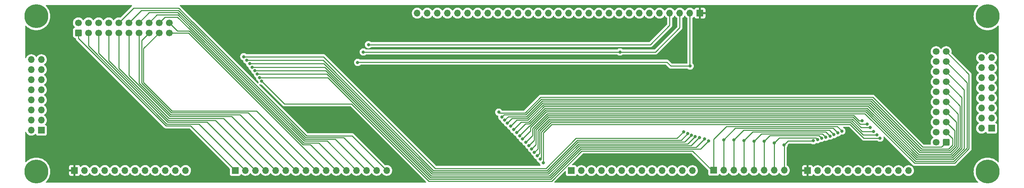
<source format=gbr>
%TF.GenerationSoftware,KiCad,Pcbnew,(6.0.0-0)*%
%TF.CreationDate,2022-03-10T23:15:01-05:00*%
%TF.ProjectId,Backplane-Connector-2022,4261636b-706c-4616-9e65-2d436f6e6e65,rev?*%
%TF.SameCoordinates,Original*%
%TF.FileFunction,Copper,L2,Bot*%
%TF.FilePolarity,Positive*%
%FSLAX46Y46*%
G04 Gerber Fmt 4.6, Leading zero omitted, Abs format (unit mm)*
G04 Created by KiCad (PCBNEW (6.0.0-0)) date 2022-03-10 23:15:01*
%MOMM*%
%LPD*%
G01*
G04 APERTURE LIST*
G04 Aperture macros list*
%AMRoundRect*
0 Rectangle with rounded corners*
0 $1 Rounding radius*
0 $2 $3 $4 $5 $6 $7 $8 $9 X,Y pos of 4 corners*
0 Add a 4 corners polygon primitive as box body*
4,1,4,$2,$3,$4,$5,$6,$7,$8,$9,$2,$3,0*
0 Add four circle primitives for the rounded corners*
1,1,$1+$1,$2,$3*
1,1,$1+$1,$4,$5*
1,1,$1+$1,$6,$7*
1,1,$1+$1,$8,$9*
0 Add four rect primitives between the rounded corners*
20,1,$1+$1,$2,$3,$4,$5,0*
20,1,$1+$1,$4,$5,$6,$7,0*
20,1,$1+$1,$6,$7,$8,$9,0*
20,1,$1+$1,$8,$9,$2,$3,0*%
G04 Aperture macros list end*
%TA.AperFunction,ComponentPad*%
%ADD10C,0.800000*%
%TD*%
%TA.AperFunction,ComponentPad*%
%ADD11C,6.000000*%
%TD*%
%TA.AperFunction,ComponentPad*%
%ADD12R,1.700000X1.700000*%
%TD*%
%TA.AperFunction,ComponentPad*%
%ADD13O,1.700000X1.700000*%
%TD*%
%TA.AperFunction,ComponentPad*%
%ADD14RoundRect,0.250000X0.600000X0.600000X-0.600000X0.600000X-0.600000X-0.600000X0.600000X-0.600000X0*%
%TD*%
%TA.AperFunction,ComponentPad*%
%ADD15C,1.700000*%
%TD*%
%TA.AperFunction,ComponentPad*%
%ADD16RoundRect,0.250000X0.600000X-0.600000X0.600000X0.600000X-0.600000X0.600000X-0.600000X-0.600000X0*%
%TD*%
%TA.AperFunction,ViaPad*%
%ADD17C,0.800000*%
%TD*%
%TA.AperFunction,Conductor*%
%ADD18C,0.250000*%
%TD*%
G04 APERTURE END LIST*
D10*
%TO.P,REF\u002A\u002A,1*%
%TO.N,N/C*%
X335588000Y-100347000D03*
X339428990Y-98756010D03*
X336247010Y-101937990D03*
X340088000Y-100347000D03*
D11*
X337838000Y-100347000D03*
D10*
X339428990Y-101937990D03*
X336247010Y-98756010D03*
X337838000Y-98097000D03*
X337838000Y-102597000D03*
%TD*%
D12*
%TO.P,J6,1,Pin_1*%
%TO.N,BUS0*%
X99840000Y-129050000D03*
D13*
%TO.P,J6,2,Pin_2*%
X97300000Y-129050000D03*
%TO.P,J6,3,Pin_3*%
%TO.N,BUS1*%
X99840000Y-126510000D03*
%TO.P,J6,4,Pin_4*%
X97300000Y-126510000D03*
%TO.P,J6,5,Pin_5*%
%TO.N,BUS2*%
X99840000Y-123970000D03*
%TO.P,J6,6,Pin_6*%
X97300000Y-123970000D03*
%TO.P,J6,7,Pin_7*%
%TO.N,BUS3*%
X99840000Y-121430000D03*
%TO.P,J6,8,Pin_8*%
X97300000Y-121430000D03*
%TO.P,J6,9,Pin_9*%
%TO.N,BUS4*%
X99840000Y-118890000D03*
%TO.P,J6,10,Pin_10*%
X97300000Y-118890000D03*
%TO.P,J6,11,Pin_11*%
%TO.N,BUS5*%
X99840000Y-116350000D03*
%TO.P,J6,12,Pin_12*%
X97300000Y-116350000D03*
%TO.P,J6,13,Pin_13*%
%TO.N,BUS6*%
X99840000Y-113810000D03*
%TO.P,J6,14,Pin_14*%
X97300000Y-113810000D03*
%TO.P,J6,15,Pin_15*%
%TO.N,BUS7*%
X99840000Y-111270000D03*
%TO.P,J6,16,Pin_16*%
X97300000Y-111270000D03*
%TD*%
D12*
%TO.P,J1,1,Pin_1*%
%TO.N,VCC*%
X108180000Y-139163758D03*
D13*
%TO.P,J1,2,Pin_2*%
%TO.N,GND*%
X110720000Y-139163758D03*
%TO.P,J1,3,Pin_3*%
%TO.N,CLOCK*%
X113260000Y-139163758D03*
%TO.P,J1,4,Pin_4*%
%TO.N,RESET*%
X115800000Y-139163758D03*
%TO.P,J1,5,Pin_5*%
%TO.N,~{SP_DEC}*%
X118340000Y-139163758D03*
%TO.P,J1,6,Pin_6*%
%TO.N,~{SP_INC}*%
X120880000Y-139163758D03*
%TO.P,J1,7,Pin_7*%
%TO.N,~{SP_LOAD}*%
X123420000Y-139163758D03*
%TO.P,J1,8,Pin_8*%
%TO.N,~{SP_BUS_OUT}*%
X125960000Y-139163758D03*
%TO.P,J1,9,Pin_9*%
%TO.N,~{PC_DEC}*%
X128500000Y-139163758D03*
%TO.P,J1,10,Pin_10*%
%TO.N,~{PC_INC}*%
X131040000Y-139163758D03*
%TO.P,J1,11,Pin_11*%
%TO.N,~{PC_LOAD}*%
X133580000Y-139163758D03*
%TO.P,J1,12,Pin_12*%
%TO.N,~{PC_BUS_OUT}*%
X136120000Y-139163758D03*
%TD*%
D10*
%TO.P,REF\u002A\u002A,1*%
%TO.N,N/C*%
X96979010Y-101937990D03*
X100160990Y-98756010D03*
D11*
X98570000Y-100347000D03*
D10*
X100820000Y-100347000D03*
X100160990Y-101937990D03*
X98570000Y-102597000D03*
X96979010Y-98756010D03*
X98570000Y-98097000D03*
X96320000Y-100347000D03*
%TD*%
D12*
%TO.P,J3,1,Pin_1*%
%TO.N,A0*%
X148600000Y-139163758D03*
D13*
%TO.P,J3,2,Pin_2*%
%TO.N,A1*%
X151140000Y-139163758D03*
%TO.P,J3,3,Pin_3*%
%TO.N,A2*%
X153680000Y-139163758D03*
%TO.P,J3,4,Pin_4*%
%TO.N,A3*%
X156220000Y-139163758D03*
%TO.P,J3,5,Pin_5*%
%TO.N,A4*%
X158760000Y-139163758D03*
%TO.P,J3,6,Pin_6*%
%TO.N,A5*%
X161300000Y-139163758D03*
%TO.P,J3,7,Pin_7*%
%TO.N,A6*%
X163840000Y-139163758D03*
%TO.P,J3,8,Pin_8*%
%TO.N,A7*%
X166380000Y-139163758D03*
%TO.P,J3,9,Pin_9*%
%TO.N,A8*%
X168920000Y-139163758D03*
%TO.P,J3,10,Pin_10*%
%TO.N,A9*%
X171460000Y-139163758D03*
%TO.P,J3,11,Pin_11*%
%TO.N,A10*%
X174000000Y-139163758D03*
%TO.P,J3,12,Pin_12*%
%TO.N,A11*%
X176540000Y-139163758D03*
%TO.P,J3,13,Pin_13*%
%TO.N,A12*%
X179080000Y-139163758D03*
%TO.P,J3,14,Pin_14*%
%TO.N,A13*%
X181620000Y-139163758D03*
%TO.P,J3,15,Pin_15*%
%TO.N,A14*%
X184160000Y-139163758D03*
%TO.P,J3,16,Pin_16*%
%TO.N,A15*%
X186700000Y-139163758D03*
%TD*%
D10*
%TO.P,REF\u002A\u002A,1*%
%TO.N,N/C*%
X335588000Y-139463000D03*
X336247010Y-137872010D03*
X339428990Y-137872010D03*
D11*
X337838000Y-139463000D03*
D10*
X337838000Y-141713000D03*
X339428990Y-141053990D03*
X337838000Y-137213000D03*
X336247010Y-141053990D03*
X340088000Y-139463000D03*
%TD*%
D12*
%TO.P,J5,1,Pin_1*%
%TO.N,BUS0*%
X338854000Y-128540000D03*
D13*
%TO.P,J5,2,Pin_2*%
X336314000Y-128540000D03*
%TO.P,J5,3,Pin_3*%
%TO.N,BUS1*%
X338854000Y-126000000D03*
%TO.P,J5,4,Pin_4*%
X336314000Y-126000000D03*
%TO.P,J5,5,Pin_5*%
%TO.N,BUS2*%
X338854000Y-123460000D03*
%TO.P,J5,6,Pin_6*%
X336314000Y-123460000D03*
%TO.P,J5,7,Pin_7*%
%TO.N,BUS3*%
X338854000Y-120920000D03*
%TO.P,J5,8,Pin_8*%
X336314000Y-120920000D03*
%TO.P,J5,9,Pin_9*%
%TO.N,BUS4*%
X338854000Y-118380000D03*
%TO.P,J5,10,Pin_10*%
X336314000Y-118380000D03*
%TO.P,J5,11,Pin_11*%
%TO.N,BUS5*%
X338854000Y-115840000D03*
%TO.P,J5,12,Pin_12*%
X336314000Y-115840000D03*
%TO.P,J5,13,Pin_13*%
%TO.N,BUS6*%
X338854000Y-113300000D03*
%TO.P,J5,14,Pin_14*%
X336314000Y-113300000D03*
%TO.P,J5,15,Pin_15*%
%TO.N,BUS7*%
X338854000Y-110760000D03*
%TO.P,J5,16,Pin_16*%
X336314000Y-110760000D03*
%TD*%
D12*
%TO.P,J7,1,Pin_1*%
%TO.N,BUS0*%
X268929000Y-139127000D03*
D13*
%TO.P,J7,2,Pin_2*%
%TO.N,BUS1*%
X271469000Y-139127000D03*
%TO.P,J7,3,Pin_3*%
%TO.N,BUS2*%
X274009000Y-139127000D03*
%TO.P,J7,4,Pin_4*%
%TO.N,BUS3*%
X276549000Y-139127000D03*
%TO.P,J7,5,Pin_5*%
%TO.N,BUS4*%
X279089000Y-139127000D03*
%TO.P,J7,6,Pin_6*%
%TO.N,BUS5*%
X281629000Y-139127000D03*
%TO.P,J7,7,Pin_7*%
%TO.N,BUS6*%
X284169000Y-139127000D03*
%TO.P,J7,8,Pin_8*%
%TO.N,BUS7*%
X286709000Y-139127000D03*
%TD*%
D12*
%TO.P,J4,1,Pin_1*%
%TO.N,VCC*%
X292550000Y-139209000D03*
D13*
%TO.P,J4,2,Pin_2*%
%TO.N,GND*%
X295090000Y-139209000D03*
%TO.P,J4,3,Pin_3*%
%TO.N,CLOCK*%
X297630000Y-139209000D03*
%TO.P,J4,4,Pin_4*%
%TO.N,~{LATCH_ACCUMULATOR}*%
X300170000Y-139209000D03*
%TO.P,J4,5,Pin_5*%
%TO.N,~{LATCH_B}*%
X302710000Y-139209000D03*
%TO.P,J4,6,Pin_6*%
%TO.N,ALU_FUNC_0*%
X305250000Y-139209000D03*
%TO.P,J4,7,Pin_7*%
%TO.N,ALU_FUNC_1*%
X307790000Y-139209000D03*
%TO.P,J4,8,Pin_8*%
%TO.N,ALU_FUNC_2*%
X310330000Y-139209000D03*
%TO.P,J4,9,Pin_9*%
%TO.N,ALU_FUNC_3*%
X312870000Y-139209000D03*
%TO.P,J4,10,Pin_10*%
%TO.N,ALU_FUNC_4*%
X315410000Y-139209000D03*
%TO.P,J4,11,Pin_11*%
%TO.N,ALU_FUNC_5*%
X317950000Y-139209000D03*
%TD*%
D14*
%TO.P,J10,1,Pin_1*%
%TO.N,A0*%
X327422500Y-132110000D03*
D15*
%TO.P,J10,2,Pin_2*%
%TO.N,unconnected-(J10-Pad2)*%
X324882500Y-132110000D03*
%TO.P,J10,3,Pin_3*%
%TO.N,A1*%
X327422500Y-129570000D03*
%TO.P,J10,4,Pin_4*%
%TO.N,unconnected-(J10-Pad4)*%
X324882500Y-129570000D03*
%TO.P,J10,5,Pin_5*%
%TO.N,A2*%
X327422500Y-127030000D03*
%TO.P,J10,6,Pin_6*%
%TO.N,unconnected-(J10-Pad6)*%
X324882500Y-127030000D03*
%TO.P,J10,7,Pin_7*%
%TO.N,A3*%
X327422500Y-124490000D03*
%TO.P,J10,8,Pin_8*%
%TO.N,unconnected-(J10-Pad8)*%
X324882500Y-124490000D03*
%TO.P,J10,9,Pin_9*%
%TO.N,A4*%
X327422500Y-121950000D03*
%TO.P,J10,10,Pin_10*%
%TO.N,A15*%
X324882500Y-121950000D03*
%TO.P,J10,11,Pin_11*%
%TO.N,A5*%
X327422500Y-119410000D03*
%TO.P,J10,12,Pin_12*%
%TO.N,A14*%
X324882500Y-119410000D03*
%TO.P,J10,13,Pin_13*%
%TO.N,A6*%
X327422500Y-116870000D03*
%TO.P,J10,14,Pin_14*%
%TO.N,A13*%
X324882500Y-116870000D03*
%TO.P,J10,15,Pin_15*%
%TO.N,A7*%
X327422500Y-114330000D03*
%TO.P,J10,16,Pin_16*%
%TO.N,A12*%
X324882500Y-114330000D03*
%TO.P,J10,17,Pin_17*%
%TO.N,A8*%
X327422500Y-111790000D03*
%TO.P,J10,18,Pin_18*%
%TO.N,A11*%
X324882500Y-111790000D03*
%TO.P,J10,19,Pin_19*%
%TO.N,A9*%
X327422500Y-109250000D03*
%TO.P,J10,20,Pin_20*%
%TO.N,A10*%
X324882500Y-109250000D03*
%TD*%
D12*
%TO.P,J9,1,Pin_1*%
%TO.N,~{FLAGS_OUT}*%
X233115000Y-139209000D03*
D13*
%TO.P,J9,2,Pin_2*%
%TO.N,RESTORE_FLAGS*%
X235655000Y-139209000D03*
%TO.P,J9,3,Pin_3*%
%TO.N,~{LATCH_FLAGS}*%
X238195000Y-139209000D03*
%TO.P,J9,4,Pin_4*%
%TO.N,unconnected-(J9-Pad4)*%
X240735000Y-139209000D03*
%TO.P,J9,5,Pin_5*%
%TO.N,unconnected-(J9-Pad5)*%
X243275000Y-139209000D03*
%TO.P,J9,6,Pin_6*%
%TO.N,unconnected-(J9-Pad6)*%
X245815000Y-139209000D03*
%TO.P,J9,7,Pin_7*%
%TO.N,unconnected-(J9-Pad7)*%
X248355000Y-139209000D03*
%TO.P,J9,8,Pin_8*%
%TO.N,JCC_LD_PC_COND*%
X250895000Y-139209000D03*
%TO.P,J9,9,Pin_9*%
%TO.N,~{JCC_EN}*%
X253435000Y-139209000D03*
%TO.P,J9,10,Pin_10*%
%TO.N,JCC_ADR3*%
X255975000Y-139209000D03*
%TO.P,J9,11,Pin_11*%
%TO.N,JCC_ADR2*%
X258515000Y-139209000D03*
%TO.P,J9,12,Pin_12*%
%TO.N,JCC_ADR1*%
X261055000Y-139209000D03*
%TO.P,J9,13,Pin_13*%
%TO.N,JCC_ADR0*%
X263595000Y-139209000D03*
%TD*%
D10*
%TO.P,REF\u002A\u002A,1*%
%TO.N,N/C*%
X98570000Y-137213000D03*
X98570000Y-141713000D03*
X100160990Y-141053990D03*
X96320000Y-139463000D03*
X100820000Y-139463000D03*
X100160990Y-137872010D03*
X96979010Y-137872010D03*
X96979010Y-141053990D03*
D11*
X98570000Y-139463000D03*
%TD*%
D12*
%TO.P,J2,1,Pin_1*%
%TO.N,VCC*%
X265500000Y-99570000D03*
D13*
%TO.P,J2,2,Pin_2*%
%TO.N,GND*%
X262960000Y-99570000D03*
%TO.P,J2,3,Pin_3*%
%TO.N,CLOCK*%
X260420000Y-99570000D03*
%TO.P,J2,4,Pin_4*%
%TO.N,RESET*%
X257880000Y-99570000D03*
%TO.P,J2,5,Pin_5*%
%TO.N,ALU_FUNC_5*%
X255340000Y-99570000D03*
%TO.P,J2,6,Pin_6*%
%TO.N,ALU_FUNC_4*%
X252800000Y-99570000D03*
%TO.P,J2,7,Pin_7*%
%TO.N,ALU_FUNC_3*%
X250260000Y-99570000D03*
%TO.P,J2,8,Pin_8*%
%TO.N,ALU_FUNC_2*%
X247720000Y-99570000D03*
%TO.P,J2,9,Pin_9*%
%TO.N,ALU_FUNC_1*%
X245180000Y-99570000D03*
%TO.P,J2,10,Pin_10*%
%TO.N,ALU_FUNC_0*%
X242640000Y-99570000D03*
%TO.P,J2,11,Pin_11*%
%TO.N,~{LATCH_B}*%
X240100000Y-99570000D03*
%TO.P,J2,12,Pin_12*%
%TO.N,~{LATCH_ACCUMULATOR}*%
X237560000Y-99570000D03*
%TO.P,J2,13,Pin_13*%
%TO.N,JCC_ADR0*%
X235020000Y-99570000D03*
%TO.P,J2,14,Pin_14*%
%TO.N,JCC_ADR1*%
X232480000Y-99570000D03*
%TO.P,J2,15,Pin_15*%
%TO.N,JCC_ADR2*%
X229940000Y-99570000D03*
%TO.P,J2,16,Pin_16*%
%TO.N,JCC_ADR3*%
X227400000Y-99570000D03*
%TO.P,J2,17,Pin_17*%
%TO.N,~{JCC_EN}*%
X224860000Y-99570000D03*
%TO.P,J2,18,Pin_18*%
%TO.N,JCC_LD_PC_COND*%
X222320000Y-99570000D03*
%TO.P,J2,19,Pin_19*%
%TO.N,~{LATCH_FLAGS}*%
X219780000Y-99570000D03*
%TO.P,J2,20,Pin_20*%
%TO.N,RESTORE_FLAGS*%
X217240000Y-99570000D03*
%TO.P,J2,21,Pin_21*%
%TO.N,~{FLAGS_OUT}*%
X214700000Y-99570000D03*
%TO.P,J2,22,Pin_22*%
%TO.N,~{PC_BUS_OUT}*%
X212160000Y-99570000D03*
%TO.P,J2,23,Pin_23*%
%TO.N,~{PC_LOAD}*%
X209620000Y-99570000D03*
%TO.P,J2,24,Pin_24*%
%TO.N,~{PC_INC}*%
X207080000Y-99570000D03*
%TO.P,J2,25,Pin_25*%
%TO.N,~{PC_DEC}*%
X204540000Y-99570000D03*
%TO.P,J2,26,Pin_26*%
%TO.N,~{SP_BUS_OUT}*%
X202000000Y-99570000D03*
%TO.P,J2,27,Pin_27*%
%TO.N,~{SP_LOAD}*%
X199460000Y-99570000D03*
%TO.P,J2,28,Pin_28*%
%TO.N,~{SP_INC}*%
X196920000Y-99570000D03*
%TO.P,J2,29,Pin_29*%
%TO.N,~{SP_DEC}*%
X194380000Y-99570000D03*
%TD*%
D16*
%TO.P,J8,1,Pin_1*%
%TO.N,A0*%
X109140000Y-104526000D03*
D15*
%TO.P,J8,2,Pin_2*%
%TO.N,unconnected-(J8-Pad2)*%
X109140000Y-101986000D03*
%TO.P,J8,3,Pin_3*%
%TO.N,A1*%
X111680000Y-104526000D03*
%TO.P,J8,4,Pin_4*%
%TO.N,unconnected-(J8-Pad4)*%
X111680000Y-101986000D03*
%TO.P,J8,5,Pin_5*%
%TO.N,A2*%
X114220000Y-104526000D03*
%TO.P,J8,6,Pin_6*%
%TO.N,unconnected-(J8-Pad6)*%
X114220000Y-101986000D03*
%TO.P,J8,7,Pin_7*%
%TO.N,A3*%
X116760000Y-104526000D03*
%TO.P,J8,8,Pin_8*%
%TO.N,unconnected-(J8-Pad8)*%
X116760000Y-101986000D03*
%TO.P,J8,9,Pin_9*%
%TO.N,A4*%
X119300000Y-104526000D03*
%TO.P,J8,10,Pin_10*%
%TO.N,A15*%
X119300000Y-101986000D03*
%TO.P,J8,11,Pin_11*%
%TO.N,A5*%
X121840000Y-104526000D03*
%TO.P,J8,12,Pin_12*%
%TO.N,A14*%
X121840000Y-101986000D03*
%TO.P,J8,13,Pin_13*%
%TO.N,A6*%
X124380000Y-104526000D03*
%TO.P,J8,14,Pin_14*%
%TO.N,A13*%
X124380000Y-101986000D03*
%TO.P,J8,15,Pin_15*%
%TO.N,A7*%
X126920000Y-104526000D03*
%TO.P,J8,16,Pin_16*%
%TO.N,A12*%
X126920000Y-101986000D03*
%TO.P,J8,17,Pin_17*%
%TO.N,A8*%
X129460000Y-104526000D03*
%TO.P,J8,18,Pin_18*%
%TO.N,A11*%
X129460000Y-101986000D03*
%TO.P,J8,19,Pin_19*%
%TO.N,A9*%
X132000000Y-104526000D03*
%TO.P,J8,20,Pin_20*%
%TO.N,A10*%
X132000000Y-101986000D03*
%TD*%
D17*
%TO.N,RESET*%
X182120000Y-107510000D03*
%TO.N,CLOCK*%
X180810000Y-109350000D03*
X245360000Y-109350000D03*
%TO.N,GND*%
X179390000Y-111980000D03*
X263000856Y-112895500D03*
%TO.N,VCC*%
X265510000Y-113150000D03*
X177890000Y-113620000D03*
%TO.N,BUS0*%
X155260000Y-116670000D03*
X301180000Y-129260000D03*
%TO.N,BUS1*%
X271469000Y-131461000D03*
X300150000Y-129710000D03*
X267670000Y-131760000D03*
X154730000Y-115800000D03*
%TO.N,BUS2*%
X154160000Y-114920000D03*
X299180000Y-130150000D03*
X266660000Y-131210000D03*
X274020000Y-131490000D03*
%TO.N,BUS3*%
X153530000Y-114040000D03*
X265390000Y-130880000D03*
X276549000Y-131631000D03*
X298220000Y-130530000D03*
%TO.N,BUS4*%
X279089000Y-131791000D03*
X264297760Y-130599572D03*
X297150000Y-130790000D03*
X152860000Y-113160000D03*
%TO.N,BUS5*%
X263352649Y-130274350D03*
X281629000Y-131821000D03*
X152220000Y-112280000D03*
X296110000Y-131070000D03*
%TO.N,BUS6*%
X284169000Y-132271000D03*
X295070000Y-131400000D03*
X151510000Y-111420000D03*
X262430000Y-129890000D03*
%TO.N,BUS7*%
X261380000Y-129450000D03*
X294000000Y-131689412D03*
X150750000Y-110530000D03*
X286636883Y-132744723D03*
%TO.N,A0*%
X214884000Y-124497500D03*
%TO.N,A1*%
X215646000Y-125730000D03*
%TO.N,A2*%
X216347521Y-126525500D03*
%TO.N,A3*%
X217060000Y-127260000D03*
%TO.N,A4*%
X217860000Y-128050000D03*
%TO.N,A5*%
X218610000Y-128895500D03*
%TO.N,A6*%
X219390000Y-129620000D03*
%TO.N,A7*%
X220150000Y-130440000D03*
%TO.N,A8*%
X220840000Y-131260000D03*
%TO.N,A9*%
X221670000Y-132040000D03*
%TO.N,A15*%
X310780000Y-131040000D03*
X226050000Y-137220000D03*
%TO.N,A14*%
X309960000Y-130180000D03*
X225310000Y-136350000D03*
%TO.N,A13*%
X309130000Y-129330000D03*
X224550000Y-135480000D03*
%TO.N,A12*%
X223840000Y-134610000D03*
X308330000Y-128380000D03*
%TO.N,A11*%
X307550000Y-127510000D03*
X223140000Y-133770000D03*
%TO.N,A10*%
X222440000Y-132900000D03*
X306270000Y-126680000D03*
%TD*%
D18*
%TO.N,RESET*%
X257880000Y-102620000D02*
X257880000Y-99570000D01*
X252990000Y-107510000D02*
X257880000Y-102620000D01*
X182120000Y-107510000D02*
X252990000Y-107510000D01*
%TO.N,CLOCK*%
X180810000Y-109350000D02*
X254310000Y-109350000D01*
X260420000Y-99570000D02*
X260420000Y-103240000D01*
X254310000Y-109350000D02*
X260420000Y-103240000D01*
%TO.N,GND*%
X257170000Y-111900000D02*
X258165500Y-112895500D01*
X179390000Y-111980000D02*
X179470000Y-111900000D01*
X258165500Y-112895500D02*
X263000856Y-112895500D01*
X262960000Y-112854644D02*
X263000856Y-112895500D01*
X179470000Y-111900000D02*
X257170000Y-111900000D01*
X262960000Y-99570000D02*
X262960000Y-112854644D01*
%TO.N,VCC*%
X265500000Y-99570000D02*
X265500000Y-113140000D01*
X264770000Y-113890000D02*
X265510000Y-113150000D01*
X177890000Y-113620000D02*
X178160000Y-113890000D01*
X178160000Y-113890000D02*
X264770000Y-113890000D01*
X265500000Y-113140000D02*
X265510000Y-113150000D01*
%TO.N,BUS0*%
X268929000Y-131301000D02*
X268929000Y-139127000D01*
X160977152Y-122387152D02*
X177852928Y-122387152D01*
X235766165Y-134257555D02*
X263637555Y-134257555D01*
X197322841Y-141857065D02*
X228166655Y-141857065D01*
X177852928Y-122387152D02*
X197322841Y-141857065D01*
X301180000Y-129260000D02*
X301180000Y-129230000D01*
X228166655Y-141857065D02*
X235766165Y-134257555D01*
X300040000Y-128090000D02*
X272140000Y-128090000D01*
X272140000Y-128090000D02*
X268929000Y-131301000D01*
X263637555Y-134257555D02*
X268507000Y-139127000D01*
X155260000Y-116670000D02*
X160977152Y-122387152D01*
X301180000Y-129230000D02*
X300040000Y-128090000D01*
%TO.N,BUS1*%
X299000000Y-128560000D02*
X300150000Y-129710000D01*
X274370000Y-128560000D02*
X299000000Y-128560000D01*
X227955271Y-141407555D02*
X235554782Y-133808044D01*
X235554782Y-133808044D02*
X265621959Y-133808041D01*
X271469000Y-139127000D02*
X271469000Y-131461000D01*
X178039122Y-121937642D02*
X197509035Y-141407555D01*
X197509035Y-141407555D02*
X227955271Y-141407555D01*
X271469000Y-131461000D02*
X274370000Y-128560000D01*
X171901433Y-115800000D02*
X178039075Y-121937642D01*
X154730000Y-115800000D02*
X171901433Y-115800000D01*
X178039075Y-121937642D02*
X178039122Y-121937642D01*
X265621959Y-133808041D02*
X267670000Y-131760000D01*
%TO.N,BUS2*%
X235368579Y-133358533D02*
X264511469Y-133358531D01*
X274009000Y-139127000D02*
X274009000Y-131501000D01*
X154160000Y-114920000D02*
X171657161Y-114920000D01*
X264511469Y-133358531D02*
X266660000Y-131210000D01*
X171657161Y-114920000D02*
X178231032Y-121493871D01*
X227769069Y-140958043D02*
X235368579Y-133358533D01*
X276500489Y-129009511D02*
X298039511Y-129009511D01*
X178231055Y-121493871D02*
X197695228Y-140958044D01*
X298039511Y-129009511D02*
X299180000Y-130150000D01*
X274009000Y-131501000D02*
X276500489Y-129009511D01*
X178231032Y-121493871D02*
X178231055Y-121493871D01*
X197695228Y-140958044D02*
X227769069Y-140958043D01*
%TO.N,BUS3*%
X153530000Y-114040000D02*
X171412888Y-114040000D01*
X276549000Y-131631000D02*
X278720978Y-129459022D01*
X263290979Y-132909021D02*
X265320000Y-130880000D01*
X227582875Y-140508533D02*
X235182386Y-132909022D01*
X235182386Y-132909022D02*
X263290979Y-132909021D01*
X265320000Y-130880000D02*
X265390000Y-130880000D01*
X197881421Y-140508533D02*
X227582875Y-140508533D01*
X276549000Y-139127000D02*
X276549000Y-131631000D01*
X278720978Y-129459022D02*
X297149022Y-129459022D01*
X171412888Y-114040000D02*
X197881421Y-140508533D01*
X297149022Y-129459022D02*
X298220000Y-130530000D01*
%TO.N,BUS4*%
X262437821Y-132459511D02*
X264297760Y-130599572D01*
X279089000Y-139127000D02*
X279089000Y-131791000D01*
X234996193Y-132459511D02*
X262437821Y-132459511D01*
X152860000Y-113160000D02*
X171168592Y-113160000D01*
X296289021Y-129929021D02*
X297150000Y-130790000D01*
X279089000Y-131791000D02*
X280950979Y-129929021D01*
X280950979Y-129929021D02*
X296289021Y-129929021D01*
X171168592Y-113160000D02*
X198067614Y-140059022D01*
X227396683Y-140059021D02*
X234996193Y-132459511D01*
X198067614Y-140059022D02*
X227396683Y-140059021D01*
%TO.N,BUS5*%
X281629000Y-131821000D02*
X283071468Y-130378532D01*
X283071468Y-130378532D02*
X295418532Y-130378532D01*
X281629000Y-139127000D02*
X281629000Y-131821000D01*
X295418532Y-130378532D02*
X296110000Y-131070000D01*
X170924296Y-112280000D02*
X198253807Y-139609511D01*
X198253807Y-139609511D02*
X227210489Y-139609511D01*
X234810000Y-132010000D02*
X261616999Y-132010000D01*
X261616999Y-132010000D02*
X263352649Y-130274350D01*
X227210489Y-139609511D02*
X234810000Y-132010000D01*
X152220000Y-112280000D02*
X170924296Y-112280000D01*
%TO.N,BUS6*%
X198440000Y-139160000D02*
X170700000Y-111420000D01*
X294634911Y-130964911D02*
X295070000Y-131400000D01*
X262430000Y-129890000D02*
X260770489Y-131549511D01*
X227000000Y-139160000D02*
X198440000Y-139160000D01*
X284169000Y-132271000D02*
X285475089Y-130964911D01*
X284169000Y-139127000D02*
X284169000Y-132271000D01*
X234610489Y-131549511D02*
X227000000Y-139160000D01*
X170700000Y-111420000D02*
X151510000Y-111420000D01*
X285475089Y-130964911D02*
X294634911Y-130964911D01*
X260770489Y-131549511D02*
X234610489Y-131549511D01*
%TO.N,BUS7*%
X150760000Y-110540000D02*
X170770000Y-110540000D01*
X294000000Y-131689412D02*
X293939412Y-131750000D01*
X286709000Y-132816840D02*
X286636883Y-132744723D01*
X259730000Y-131100000D02*
X261380000Y-129450000D01*
X293939412Y-131750000D02*
X287631606Y-131750000D01*
X170770000Y-110540000D02*
X170780000Y-110540000D01*
X198880000Y-138640000D02*
X226750000Y-138640000D01*
X150750000Y-110530000D02*
X150760000Y-110540000D01*
X234290000Y-131100000D02*
X259730000Y-131100000D01*
X226750000Y-138640000D02*
X234290000Y-131100000D01*
X170780000Y-110540000D02*
X198880000Y-138640000D01*
X286709000Y-139127000D02*
X286709000Y-132816840D01*
X287631606Y-131750000D02*
X286636883Y-132744723D01*
%TO.N,A0*%
X321478465Y-133284504D02*
X308943932Y-120749971D01*
X131164789Y-127950000D02*
X109140000Y-105925211D01*
X326247996Y-133284504D02*
X321478465Y-133284504D01*
X308943932Y-120749971D02*
X225452029Y-120749971D01*
X225452029Y-120749971D02*
X221488000Y-124714000D01*
X327422500Y-132110000D02*
X326247996Y-133284504D01*
X148600000Y-139163758D02*
X137386242Y-127950000D01*
X215100500Y-124714000D02*
X214884000Y-124497500D01*
X109140000Y-105925211D02*
X109140000Y-104526000D01*
X137386242Y-127950000D02*
X131164789Y-127950000D01*
X221488000Y-124714000D02*
X215100500Y-124714000D01*
%TO.N,A1*%
X329040000Y-131187500D02*
X329040000Y-132744368D01*
X111680000Y-104526000D02*
X111680000Y-107801588D01*
X225623218Y-121214486D02*
X221674193Y-125163511D01*
X139476731Y-127500489D02*
X151140000Y-139163758D01*
X216212489Y-125163511D02*
X215646000Y-125730000D01*
X321239945Y-133734014D02*
X308720417Y-121214486D01*
X327422500Y-129570000D02*
X329040000Y-131187500D01*
X328050354Y-133734014D02*
X321239945Y-133734014D01*
X329040000Y-132744368D02*
X328050354Y-133734014D01*
X308720417Y-121214486D02*
X225623218Y-121214486D01*
X221301806Y-125163510D02*
X216212489Y-125163511D01*
X131378901Y-127500489D02*
X139476731Y-127500489D01*
X221674193Y-125163511D02*
X221301806Y-125163510D01*
X111680000Y-107801588D02*
X131378901Y-127500489D01*
%TO.N,A2*%
X328236547Y-134183525D02*
X321001425Y-134183525D01*
X327422500Y-127030000D02*
X329510489Y-129117989D01*
X217259999Y-125613022D02*
X216347521Y-126525500D01*
X114220000Y-109675031D02*
X131572200Y-127027231D01*
X329510489Y-129117989D02*
X329510489Y-132909583D01*
X321001425Y-134183525D02*
X308496901Y-121679001D01*
X131572200Y-127027231D02*
X141543473Y-127027231D01*
X221860385Y-125613022D02*
X221115612Y-125613021D01*
X141543473Y-127027231D02*
X153680000Y-139163758D01*
X329510489Y-132909583D02*
X328236547Y-134183525D01*
X221115612Y-125613021D02*
X217259999Y-125613022D01*
X225794407Y-121679001D02*
X221860385Y-125613022D01*
X114220000Y-104526000D02*
X114220000Y-109675031D01*
X308496901Y-121679001D02*
X225794407Y-121679001D01*
%TO.N,A3*%
X222046579Y-126062532D02*
X225950579Y-122158533D01*
X328422740Y-134633036D02*
X329960000Y-133095776D01*
X329960000Y-127027500D02*
X327422500Y-124490000D01*
X329960000Y-133095776D02*
X329960000Y-127027500D01*
X308288403Y-122158533D02*
X320762906Y-134633036D01*
X143602224Y-126545982D02*
X131776751Y-126545982D01*
X116760000Y-111529231D02*
X116760000Y-104526000D01*
X156220000Y-139163758D02*
X143602224Y-126545982D01*
X218257467Y-126062533D02*
X222046579Y-126062532D01*
X225950579Y-122158533D02*
X308288403Y-122158533D01*
X217060000Y-127260000D02*
X218257467Y-126062533D01*
X131776751Y-126545982D02*
X116760000Y-111529231D01*
X320762906Y-134633036D02*
X328422740Y-134633036D01*
%TO.N,A4*%
X119300000Y-104526000D02*
X119300000Y-113412298D01*
X330440000Y-124967500D02*
X330440000Y-133251480D01*
X131952435Y-126064733D02*
X145660975Y-126064733D01*
X226136767Y-122608049D02*
X222232772Y-126512043D01*
X328608933Y-135082547D02*
X320524386Y-135082547D01*
X308049888Y-122608049D02*
X226136767Y-122608049D01*
X222232772Y-126512043D02*
X219397956Y-126512044D01*
X219397956Y-126512044D02*
X217860000Y-128050000D01*
X330440000Y-133251480D02*
X328608933Y-135082547D01*
X119300000Y-113412298D02*
X131952435Y-126064733D01*
X327422500Y-121950000D02*
X330440000Y-124967500D01*
X145660975Y-126064733D02*
X158760000Y-139163758D01*
X320524386Y-135082547D02*
X308049888Y-122608049D01*
%TO.N,A5*%
X330910000Y-122897500D02*
X330910000Y-133417184D01*
X327422500Y-119410000D02*
X330910000Y-122897500D01*
X328795126Y-135532058D02*
X320233538Y-135532058D01*
X226322960Y-123057560D02*
X222418965Y-126961554D01*
X320233538Y-135532058D02*
X307759040Y-123057560D01*
X330910000Y-133417184D02*
X328795126Y-135532058D01*
X307759040Y-123057560D02*
X226322960Y-123057560D01*
X220543945Y-126961555D02*
X218610000Y-128895500D01*
X132158973Y-125583489D02*
X147719731Y-125583489D01*
X121840000Y-115264516D02*
X132158973Y-125583489D01*
X121840000Y-104526000D02*
X121840000Y-115264516D01*
X147719731Y-125583489D02*
X161300000Y-139163758D01*
X222418965Y-126961554D02*
X222046578Y-126961553D01*
X222046578Y-126961553D02*
X220543945Y-126961555D01*
%TO.N,A6*%
X124380000Y-117168811D02*
X132323350Y-125112161D01*
X124380000Y-104526000D02*
X124380000Y-117168811D01*
X328981319Y-135981569D02*
X320047344Y-135981568D01*
X226509153Y-123507071D02*
X222605157Y-127411065D01*
X132323350Y-125112161D02*
X149788403Y-125112161D01*
X222605157Y-127411065D02*
X221598935Y-127411065D01*
X331370000Y-120817500D02*
X331370000Y-133592888D01*
X327422500Y-116870000D02*
X331370000Y-120817500D01*
X221598935Y-127411065D02*
X219390000Y-129620000D01*
X331370000Y-133592888D02*
X328981319Y-135981569D01*
X149788403Y-125112161D02*
X163840000Y-139163758D01*
X307572847Y-123507071D02*
X226509153Y-123507071D01*
X320047344Y-135981568D02*
X307572847Y-123507071D01*
%TO.N,A7*%
X222504000Y-128016000D02*
X222635928Y-128016000D01*
X331920000Y-133678592D02*
X331920000Y-118827500D01*
X151839665Y-124623423D02*
X166380000Y-139163758D01*
X125060980Y-117152388D02*
X132532015Y-124623423D01*
X331920000Y-118827500D02*
X327422500Y-114330000D01*
X125060980Y-106385020D02*
X125060980Y-117152388D01*
X132532015Y-124623423D02*
X151839665Y-124623423D01*
X307386654Y-123956582D02*
X319861158Y-136431086D01*
X220150000Y-130440000D02*
X220150000Y-130370000D01*
X329167506Y-136431086D02*
X331920000Y-133678592D01*
X222635928Y-128016000D02*
X226695346Y-123956582D01*
X319861158Y-136431086D02*
X329167506Y-136431086D01*
X220150000Y-130370000D02*
X222504000Y-128016000D01*
X226695346Y-123956582D02*
X307386654Y-123956582D01*
X126920000Y-104526000D02*
X125060980Y-106385020D01*
%TO.N,A8*%
X129460000Y-104526000D02*
X125510490Y-108475510D01*
X332690000Y-133544296D02*
X332690000Y-117057500D01*
X153930154Y-124173912D02*
X168920000Y-139163758D01*
X332690000Y-117057500D02*
X327422500Y-111790000D01*
X222903426Y-129196574D02*
X222903426Y-128384206D01*
X125510490Y-116966186D02*
X132718216Y-124173912D01*
X222903426Y-128384206D02*
X226881539Y-124406093D01*
X329323807Y-136910489D02*
X332690000Y-133544296D01*
X307200461Y-124406093D02*
X319704857Y-136910489D01*
X125510490Y-108475510D02*
X125510490Y-116966186D01*
X226881539Y-124406093D02*
X307200461Y-124406093D01*
X319704857Y-136910489D02*
X329323807Y-136910489D01*
X220840000Y-131260000D02*
X222903426Y-129196574D01*
X132718216Y-124173912D02*
X153930154Y-124173912D01*
%TO.N,A9*%
X223352936Y-130357064D02*
X223352936Y-128570400D01*
X223352936Y-128570400D02*
X227067732Y-124855604D01*
X306944803Y-124855604D02*
X319449199Y-137360000D01*
X329510001Y-137359999D02*
X333150000Y-133720000D01*
X333150000Y-114977500D02*
X327422500Y-109250000D01*
X132000000Y-104526000D02*
X136822242Y-104526000D01*
X227067732Y-124855604D02*
X306944803Y-124855604D01*
X333150000Y-133720000D02*
X333150000Y-114977500D01*
X136822242Y-104526000D02*
X171460000Y-139163758D01*
X221670000Y-132040000D02*
X223352936Y-130357064D01*
X319449199Y-137360000D02*
X329510001Y-137359999D01*
%TO.N,A15*%
X177968106Y-130431864D02*
X186700000Y-139163758D01*
X137939413Y-101828933D02*
X137939419Y-101828933D01*
X137898944Y-101828930D02*
X137939410Y-101828930D01*
X134480494Y-98410480D02*
X137898944Y-101828930D01*
X306730000Y-131040000D02*
X303242670Y-127552670D01*
X310780000Y-131040000D02*
X306730000Y-131040000D01*
X303242670Y-127552670D02*
X228184890Y-127552670D01*
X134420480Y-98410480D02*
X134480494Y-98410480D01*
X134280000Y-98270000D02*
X134420480Y-98410480D01*
X123016000Y-98270000D02*
X134280000Y-98270000D01*
X119300000Y-101986000D02*
X123016000Y-98270000D01*
X226050001Y-129687559D02*
X226050000Y-137220000D01*
X166542350Y-130431864D02*
X177968106Y-130431864D01*
X137939419Y-101828933D02*
X166542350Y-130431864D01*
X137939410Y-101828930D02*
X137939413Y-101828933D01*
X228184890Y-127552670D02*
X226050001Y-129687559D01*
%TO.N,A14*%
X303428863Y-127103159D02*
X306505704Y-130180000D01*
X166356152Y-130881384D02*
X175877626Y-130881384D01*
X137753221Y-102278453D02*
X166356152Y-130881384D01*
X134294296Y-98860000D02*
X137712745Y-102278449D01*
X124966000Y-98860000D02*
X134294296Y-98860000D01*
X225600490Y-129501366D02*
X227998697Y-127103159D01*
X137753215Y-102278453D02*
X137753221Y-102278453D01*
X225310000Y-136350000D02*
X225600490Y-136059510D01*
X306505704Y-130180000D02*
X309960000Y-130180000D01*
X175877626Y-130881384D02*
X184160000Y-139163758D01*
X227998697Y-127103159D02*
X303428863Y-127103159D01*
X225600490Y-136059510D02*
X225600490Y-129501366D01*
X137753212Y-102278450D02*
X137753215Y-102278453D01*
X137712745Y-102278449D02*
X137753212Y-102278450D01*
X121840000Y-101986000D02*
X124966000Y-98860000D01*
%TO.N,A13*%
X225150979Y-134879021D02*
X224550000Y-135480000D01*
X306291408Y-129330000D02*
X303615056Y-126653648D01*
X134178592Y-99380000D02*
X137526552Y-102727960D01*
X137526552Y-102727960D02*
X137567018Y-102727960D01*
X173787143Y-131330901D02*
X181620000Y-139163758D01*
X227812504Y-126653648D02*
X225150980Y-129315172D01*
X309130000Y-129330000D02*
X306291408Y-129330000D01*
X137567018Y-102727960D02*
X166169959Y-131330901D01*
X303615056Y-126653648D02*
X227812504Y-126653648D01*
X225150980Y-129315172D02*
X225150979Y-134879021D01*
X166169959Y-131330901D02*
X173787143Y-131330901D01*
X126986000Y-99380000D02*
X134178592Y-99380000D01*
X124380000Y-101986000D02*
X126986000Y-99380000D01*
%TO.N,A12*%
X227626311Y-126204137D02*
X303801249Y-126204137D01*
X224701468Y-129128980D02*
X227626311Y-126204137D01*
X171696654Y-131780412D02*
X179080000Y-139163758D01*
X137340357Y-103177469D02*
X137380823Y-103177469D01*
X303801249Y-126204137D02*
X305977112Y-128380000D01*
X134192888Y-100030000D02*
X137340357Y-103177469D01*
X137380823Y-103177469D02*
X165983766Y-131780412D01*
X305977112Y-128380000D02*
X308330000Y-128380000D01*
X128876000Y-100030000D02*
X134192888Y-100030000D01*
X223840000Y-134610000D02*
X224701468Y-133748532D01*
X224701468Y-133748532D02*
X224701468Y-129128980D01*
X126920000Y-101986000D02*
X128876000Y-100030000D01*
X165983766Y-131780412D02*
X171696654Y-131780412D01*
%TO.N,A11*%
X165797573Y-132229923D02*
X169606165Y-132229923D01*
X137194630Y-103626980D02*
X165797573Y-132229923D01*
X134077184Y-100550000D02*
X137154164Y-103626980D01*
X224251957Y-128942787D02*
X227440118Y-125754626D01*
X169606165Y-132229923D02*
X176540000Y-139163758D01*
X303987442Y-125754626D02*
X305742816Y-127510000D01*
X223140000Y-133770000D02*
X224251957Y-132658043D01*
X130896000Y-100550000D02*
X134077184Y-100550000D01*
X224251957Y-132658043D02*
X224251957Y-128942787D01*
X137154164Y-103626980D02*
X137194630Y-103626980D01*
X129460000Y-101986000D02*
X130896000Y-100550000D01*
X305742816Y-127510000D02*
X307550000Y-127510000D01*
X227440118Y-125754626D02*
X303987442Y-125754626D01*
%TO.N,A10*%
X132000000Y-101986000D02*
X134090489Y-104076489D01*
X134090489Y-104076489D02*
X137008436Y-104076490D01*
X227253925Y-125305115D02*
X304173635Y-125305115D01*
X304173635Y-125305115D02*
X305548520Y-126680000D01*
X137008436Y-104076490D02*
X165611380Y-132679434D01*
X222440000Y-132900000D02*
X223802446Y-131537554D01*
X305548520Y-126680000D02*
X306270000Y-126680000D01*
X223802446Y-128756594D02*
X227253925Y-125305115D01*
X167515676Y-132679434D02*
X174000000Y-139163758D01*
X223802446Y-131537554D02*
X223802446Y-128756594D01*
X165611380Y-132679434D02*
X167515676Y-132679434D01*
%TD*%
%TA.AperFunction,Conductor*%
%TO.N,VCC*%
G36*
X335434162Y-97573002D02*
G01*
X335480655Y-97626658D01*
X335490759Y-97696932D01*
X335461265Y-97761512D01*
X335455136Y-97768095D01*
X335227098Y-97996133D01*
X334995668Y-98281925D01*
X334993866Y-98284700D01*
X334804126Y-98576876D01*
X334795380Y-98590343D01*
X334793885Y-98593277D01*
X334793881Y-98593284D01*
X334717792Y-98742617D01*
X334628427Y-98918006D01*
X334496639Y-99261326D01*
X334401459Y-99616541D01*
X334377982Y-99764767D01*
X334345066Y-99972596D01*
X334343931Y-99979759D01*
X334324685Y-100347000D01*
X334343931Y-100714241D01*
X334344444Y-100717481D01*
X334344445Y-100717489D01*
X334348513Y-100743173D01*
X334401459Y-101077459D01*
X334496639Y-101432674D01*
X334628427Y-101775994D01*
X334629925Y-101778934D01*
X334771051Y-102055908D01*
X334795380Y-102103657D01*
X334797176Y-102106423D01*
X334797178Y-102106426D01*
X334902715Y-102268939D01*
X334995668Y-102412075D01*
X335227098Y-102697867D01*
X335487133Y-102957902D01*
X335772925Y-103189332D01*
X335812971Y-103215338D01*
X336059772Y-103375612D01*
X336081342Y-103389620D01*
X336084276Y-103391115D01*
X336084283Y-103391119D01*
X336348705Y-103525848D01*
X336409006Y-103556573D01*
X336515797Y-103597566D01*
X336729261Y-103679507D01*
X336752326Y-103688361D01*
X337107541Y-103783541D01*
X337300558Y-103814112D01*
X337467511Y-103840555D01*
X337467519Y-103840556D01*
X337470759Y-103841069D01*
X337838000Y-103860315D01*
X338205241Y-103841069D01*
X338208481Y-103840556D01*
X338208489Y-103840555D01*
X338375442Y-103814112D01*
X338568459Y-103783541D01*
X338923674Y-103688361D01*
X338946740Y-103679507D01*
X339160203Y-103597566D01*
X339266994Y-103556573D01*
X339327295Y-103525848D01*
X339591717Y-103391119D01*
X339591724Y-103391115D01*
X339594658Y-103389620D01*
X339616229Y-103375612D01*
X339863029Y-103215338D01*
X339903075Y-103189332D01*
X340188867Y-102957902D01*
X340416905Y-102729864D01*
X340479217Y-102695838D01*
X340550032Y-102700903D01*
X340606868Y-102743450D01*
X340631679Y-102809970D01*
X340632000Y-102818959D01*
X340632000Y-136991041D01*
X340611998Y-137059162D01*
X340558342Y-137105655D01*
X340488068Y-137115759D01*
X340423488Y-137086265D01*
X340416905Y-137080136D01*
X340188867Y-136852098D01*
X339903075Y-136620668D01*
X339744173Y-136517476D01*
X339597427Y-136422178D01*
X339597424Y-136422176D01*
X339594658Y-136420380D01*
X339591724Y-136418885D01*
X339591717Y-136418881D01*
X339269934Y-136254925D01*
X339266994Y-136253427D01*
X338923674Y-136121639D01*
X338568459Y-136026459D01*
X338375442Y-135995888D01*
X338208489Y-135969445D01*
X338208481Y-135969444D01*
X338205241Y-135968931D01*
X337838000Y-135949685D01*
X337470759Y-135968931D01*
X337467519Y-135969444D01*
X337467511Y-135969445D01*
X337300558Y-135995888D01*
X337107541Y-136026459D01*
X336752326Y-136121639D01*
X336409006Y-136253427D01*
X336406066Y-136254925D01*
X336084284Y-136418881D01*
X336084277Y-136418885D01*
X336081343Y-136420380D01*
X336078577Y-136422176D01*
X336078574Y-136422178D01*
X335907362Y-136533364D01*
X335772925Y-136620668D01*
X335487133Y-136852098D01*
X335227098Y-137112133D01*
X334995668Y-137397925D01*
X334993866Y-137400700D01*
X334830632Y-137652060D01*
X334795380Y-137706343D01*
X334793885Y-137709277D01*
X334793881Y-137709284D01*
X334646661Y-137998219D01*
X334628427Y-138034006D01*
X334584619Y-138148131D01*
X334512359Y-138336375D01*
X334496639Y-138377326D01*
X334401459Y-138732541D01*
X334394779Y-138774720D01*
X334345413Y-139086404D01*
X334343931Y-139095759D01*
X334324685Y-139463000D01*
X334343931Y-139830241D01*
X334344444Y-139833481D01*
X334344445Y-139833489D01*
X334350347Y-139870752D01*
X334401459Y-140193459D01*
X334496639Y-140548674D01*
X334497824Y-140551762D01*
X334497825Y-140551764D01*
X334505042Y-140570564D01*
X334628427Y-140891994D01*
X334795380Y-141219657D01*
X334995668Y-141528075D01*
X335227098Y-141813867D01*
X335455136Y-142041905D01*
X335489162Y-142104217D01*
X335484097Y-142175032D01*
X335441550Y-142231868D01*
X335375030Y-142256679D01*
X335366041Y-142257000D01*
X228966814Y-142257000D01*
X228898693Y-142236998D01*
X228852200Y-142183342D01*
X228842096Y-142113068D01*
X228871590Y-142048488D01*
X228877719Y-142041905D01*
X231541405Y-139378219D01*
X231603717Y-139344193D01*
X231674532Y-139349258D01*
X231731368Y-139391805D01*
X231756179Y-139458325D01*
X231756500Y-139467314D01*
X231756500Y-140107134D01*
X231763255Y-140169316D01*
X231814385Y-140305705D01*
X231901739Y-140422261D01*
X232018295Y-140509615D01*
X232154684Y-140560745D01*
X232216866Y-140567500D01*
X234013134Y-140567500D01*
X234075316Y-140560745D01*
X234211705Y-140509615D01*
X234328261Y-140422261D01*
X234415615Y-140305705D01*
X234429972Y-140267407D01*
X234459598Y-140188382D01*
X234502240Y-140131618D01*
X234568802Y-140106918D01*
X234638150Y-140122126D01*
X234672817Y-140150114D01*
X234701250Y-140182938D01*
X234873126Y-140325632D01*
X235066000Y-140438338D01*
X235274692Y-140518030D01*
X235279760Y-140519061D01*
X235279763Y-140519062D01*
X235387017Y-140540883D01*
X235493597Y-140562567D01*
X235498772Y-140562757D01*
X235498774Y-140562757D01*
X235711673Y-140570564D01*
X235711677Y-140570564D01*
X235716837Y-140570753D01*
X235721957Y-140570097D01*
X235721959Y-140570097D01*
X235933288Y-140543025D01*
X235933289Y-140543025D01*
X235938416Y-140542368D01*
X235995233Y-140525322D01*
X236147429Y-140479661D01*
X236147434Y-140479659D01*
X236152384Y-140478174D01*
X236352994Y-140379896D01*
X236534860Y-140250173D01*
X236544741Y-140240327D01*
X236653830Y-140131618D01*
X236693096Y-140092489D01*
X236710611Y-140068115D01*
X236823453Y-139911077D01*
X236824776Y-139912028D01*
X236871645Y-139868857D01*
X236941580Y-139856625D01*
X237007026Y-139884144D01*
X237034875Y-139915994D01*
X237047129Y-139935990D01*
X237094987Y-140014088D01*
X237241250Y-140182938D01*
X237413126Y-140325632D01*
X237606000Y-140438338D01*
X237814692Y-140518030D01*
X237819760Y-140519061D01*
X237819763Y-140519062D01*
X237927017Y-140540883D01*
X238033597Y-140562567D01*
X238038772Y-140562757D01*
X238038774Y-140562757D01*
X238251673Y-140570564D01*
X238251677Y-140570564D01*
X238256837Y-140570753D01*
X238261957Y-140570097D01*
X238261959Y-140570097D01*
X238473288Y-140543025D01*
X238473289Y-140543025D01*
X238478416Y-140542368D01*
X238535233Y-140525322D01*
X238687429Y-140479661D01*
X238687434Y-140479659D01*
X238692384Y-140478174D01*
X238892994Y-140379896D01*
X239074860Y-140250173D01*
X239084741Y-140240327D01*
X239193830Y-140131618D01*
X239233096Y-140092489D01*
X239250611Y-140068115D01*
X239363453Y-139911077D01*
X239364776Y-139912028D01*
X239411645Y-139868857D01*
X239481580Y-139856625D01*
X239547026Y-139884144D01*
X239574875Y-139915994D01*
X239587129Y-139935990D01*
X239634987Y-140014088D01*
X239781250Y-140182938D01*
X239953126Y-140325632D01*
X240146000Y-140438338D01*
X240354692Y-140518030D01*
X240359760Y-140519061D01*
X240359763Y-140519062D01*
X240467017Y-140540883D01*
X240573597Y-140562567D01*
X240578772Y-140562757D01*
X240578774Y-140562757D01*
X240791673Y-140570564D01*
X240791677Y-140570564D01*
X240796837Y-140570753D01*
X240801957Y-140570097D01*
X240801959Y-140570097D01*
X241013288Y-140543025D01*
X241013289Y-140543025D01*
X241018416Y-140542368D01*
X241075233Y-140525322D01*
X241227429Y-140479661D01*
X241227434Y-140479659D01*
X241232384Y-140478174D01*
X241432994Y-140379896D01*
X241614860Y-140250173D01*
X241624741Y-140240327D01*
X241733830Y-140131618D01*
X241773096Y-140092489D01*
X241790611Y-140068115D01*
X241903453Y-139911077D01*
X241904776Y-139912028D01*
X241951645Y-139868857D01*
X242021580Y-139856625D01*
X242087026Y-139884144D01*
X242114875Y-139915994D01*
X242127129Y-139935990D01*
X242174987Y-140014088D01*
X242321250Y-140182938D01*
X242493126Y-140325632D01*
X242686000Y-140438338D01*
X242894692Y-140518030D01*
X242899760Y-140519061D01*
X242899763Y-140519062D01*
X243007017Y-140540883D01*
X243113597Y-140562567D01*
X243118772Y-140562757D01*
X243118774Y-140562757D01*
X243331673Y-140570564D01*
X243331677Y-140570564D01*
X243336837Y-140570753D01*
X243341957Y-140570097D01*
X243341959Y-140570097D01*
X243553288Y-140543025D01*
X243553289Y-140543025D01*
X243558416Y-140542368D01*
X243615233Y-140525322D01*
X243767429Y-140479661D01*
X243767434Y-140479659D01*
X243772384Y-140478174D01*
X243972994Y-140379896D01*
X244154860Y-140250173D01*
X244164741Y-140240327D01*
X244273830Y-140131618D01*
X244313096Y-140092489D01*
X244330611Y-140068115D01*
X244443453Y-139911077D01*
X244444776Y-139912028D01*
X244491645Y-139868857D01*
X244561580Y-139856625D01*
X244627026Y-139884144D01*
X244654875Y-139915994D01*
X244667129Y-139935990D01*
X244714987Y-140014088D01*
X244861250Y-140182938D01*
X245033126Y-140325632D01*
X245226000Y-140438338D01*
X245434692Y-140518030D01*
X245439760Y-140519061D01*
X245439763Y-140519062D01*
X245547017Y-140540883D01*
X245653597Y-140562567D01*
X245658772Y-140562757D01*
X245658774Y-140562757D01*
X245871673Y-140570564D01*
X245871677Y-140570564D01*
X245876837Y-140570753D01*
X245881957Y-140570097D01*
X245881959Y-140570097D01*
X246093288Y-140543025D01*
X246093289Y-140543025D01*
X246098416Y-140542368D01*
X246155233Y-140525322D01*
X246307429Y-140479661D01*
X246307434Y-140479659D01*
X246312384Y-140478174D01*
X246512994Y-140379896D01*
X246694860Y-140250173D01*
X246704741Y-140240327D01*
X246813830Y-140131618D01*
X246853096Y-140092489D01*
X246870611Y-140068115D01*
X246983453Y-139911077D01*
X246984776Y-139912028D01*
X247031645Y-139868857D01*
X247101580Y-139856625D01*
X247167026Y-139884144D01*
X247194875Y-139915994D01*
X247207129Y-139935990D01*
X247254987Y-140014088D01*
X247401250Y-140182938D01*
X247573126Y-140325632D01*
X247766000Y-140438338D01*
X247974692Y-140518030D01*
X247979760Y-140519061D01*
X247979763Y-140519062D01*
X248087017Y-140540883D01*
X248193597Y-140562567D01*
X248198772Y-140562757D01*
X248198774Y-140562757D01*
X248411673Y-140570564D01*
X248411677Y-140570564D01*
X248416837Y-140570753D01*
X248421957Y-140570097D01*
X248421959Y-140570097D01*
X248633288Y-140543025D01*
X248633289Y-140543025D01*
X248638416Y-140542368D01*
X248695233Y-140525322D01*
X248847429Y-140479661D01*
X248847434Y-140479659D01*
X248852384Y-140478174D01*
X249052994Y-140379896D01*
X249234860Y-140250173D01*
X249244741Y-140240327D01*
X249353830Y-140131618D01*
X249393096Y-140092489D01*
X249410611Y-140068115D01*
X249523453Y-139911077D01*
X249524776Y-139912028D01*
X249571645Y-139868857D01*
X249641580Y-139856625D01*
X249707026Y-139884144D01*
X249734875Y-139915994D01*
X249747129Y-139935990D01*
X249794987Y-140014088D01*
X249941250Y-140182938D01*
X250113126Y-140325632D01*
X250306000Y-140438338D01*
X250514692Y-140518030D01*
X250519760Y-140519061D01*
X250519763Y-140519062D01*
X250627017Y-140540883D01*
X250733597Y-140562567D01*
X250738772Y-140562757D01*
X250738774Y-140562757D01*
X250951673Y-140570564D01*
X250951677Y-140570564D01*
X250956837Y-140570753D01*
X250961957Y-140570097D01*
X250961959Y-140570097D01*
X251173288Y-140543025D01*
X251173289Y-140543025D01*
X251178416Y-140542368D01*
X251235233Y-140525322D01*
X251387429Y-140479661D01*
X251387434Y-140479659D01*
X251392384Y-140478174D01*
X251592994Y-140379896D01*
X251774860Y-140250173D01*
X251784741Y-140240327D01*
X251893830Y-140131618D01*
X251933096Y-140092489D01*
X251950611Y-140068115D01*
X252063453Y-139911077D01*
X252064776Y-139912028D01*
X252111645Y-139868857D01*
X252181580Y-139856625D01*
X252247026Y-139884144D01*
X252274875Y-139915994D01*
X252287129Y-139935990D01*
X252334987Y-140014088D01*
X252481250Y-140182938D01*
X252653126Y-140325632D01*
X252846000Y-140438338D01*
X253054692Y-140518030D01*
X253059760Y-140519061D01*
X253059763Y-140519062D01*
X253167017Y-140540883D01*
X253273597Y-140562567D01*
X253278772Y-140562757D01*
X253278774Y-140562757D01*
X253491673Y-140570564D01*
X253491677Y-140570564D01*
X253496837Y-140570753D01*
X253501957Y-140570097D01*
X253501959Y-140570097D01*
X253713288Y-140543025D01*
X253713289Y-140543025D01*
X253718416Y-140542368D01*
X253775233Y-140525322D01*
X253927429Y-140479661D01*
X253927434Y-140479659D01*
X253932384Y-140478174D01*
X254132994Y-140379896D01*
X254314860Y-140250173D01*
X254324741Y-140240327D01*
X254433830Y-140131618D01*
X254473096Y-140092489D01*
X254490611Y-140068115D01*
X254603453Y-139911077D01*
X254604776Y-139912028D01*
X254651645Y-139868857D01*
X254721580Y-139856625D01*
X254787026Y-139884144D01*
X254814875Y-139915994D01*
X254827129Y-139935990D01*
X254874987Y-140014088D01*
X255021250Y-140182938D01*
X255193126Y-140325632D01*
X255386000Y-140438338D01*
X255594692Y-140518030D01*
X255599760Y-140519061D01*
X255599763Y-140519062D01*
X255707017Y-140540883D01*
X255813597Y-140562567D01*
X255818772Y-140562757D01*
X255818774Y-140562757D01*
X256031673Y-140570564D01*
X256031677Y-140570564D01*
X256036837Y-140570753D01*
X256041957Y-140570097D01*
X256041959Y-140570097D01*
X256253288Y-140543025D01*
X256253289Y-140543025D01*
X256258416Y-140542368D01*
X256315233Y-140525322D01*
X256467429Y-140479661D01*
X256467434Y-140479659D01*
X256472384Y-140478174D01*
X256672994Y-140379896D01*
X256854860Y-140250173D01*
X256864741Y-140240327D01*
X256973830Y-140131618D01*
X257013096Y-140092489D01*
X257030611Y-140068115D01*
X257143453Y-139911077D01*
X257144776Y-139912028D01*
X257191645Y-139868857D01*
X257261580Y-139856625D01*
X257327026Y-139884144D01*
X257354875Y-139915994D01*
X257367129Y-139935990D01*
X257414987Y-140014088D01*
X257561250Y-140182938D01*
X257733126Y-140325632D01*
X257926000Y-140438338D01*
X258134692Y-140518030D01*
X258139760Y-140519061D01*
X258139763Y-140519062D01*
X258247017Y-140540883D01*
X258353597Y-140562567D01*
X258358772Y-140562757D01*
X258358774Y-140562757D01*
X258571673Y-140570564D01*
X258571677Y-140570564D01*
X258576837Y-140570753D01*
X258581957Y-140570097D01*
X258581959Y-140570097D01*
X258793288Y-140543025D01*
X258793289Y-140543025D01*
X258798416Y-140542368D01*
X258855233Y-140525322D01*
X259007429Y-140479661D01*
X259007434Y-140479659D01*
X259012384Y-140478174D01*
X259212994Y-140379896D01*
X259394860Y-140250173D01*
X259404741Y-140240327D01*
X259513830Y-140131618D01*
X259553096Y-140092489D01*
X259570611Y-140068115D01*
X259683453Y-139911077D01*
X259684776Y-139912028D01*
X259731645Y-139868857D01*
X259801580Y-139856625D01*
X259867026Y-139884144D01*
X259894875Y-139915994D01*
X259907129Y-139935990D01*
X259954987Y-140014088D01*
X260101250Y-140182938D01*
X260273126Y-140325632D01*
X260466000Y-140438338D01*
X260674692Y-140518030D01*
X260679760Y-140519061D01*
X260679763Y-140519062D01*
X260787017Y-140540883D01*
X260893597Y-140562567D01*
X260898772Y-140562757D01*
X260898774Y-140562757D01*
X261111673Y-140570564D01*
X261111677Y-140570564D01*
X261116837Y-140570753D01*
X261121957Y-140570097D01*
X261121959Y-140570097D01*
X261333288Y-140543025D01*
X261333289Y-140543025D01*
X261338416Y-140542368D01*
X261395233Y-140525322D01*
X261547429Y-140479661D01*
X261547434Y-140479659D01*
X261552384Y-140478174D01*
X261752994Y-140379896D01*
X261934860Y-140250173D01*
X261944741Y-140240327D01*
X262053830Y-140131618D01*
X262093096Y-140092489D01*
X262110611Y-140068115D01*
X262223453Y-139911077D01*
X262224776Y-139912028D01*
X262271645Y-139868857D01*
X262341580Y-139856625D01*
X262407026Y-139884144D01*
X262434875Y-139915994D01*
X262447129Y-139935990D01*
X262494987Y-140014088D01*
X262641250Y-140182938D01*
X262813126Y-140325632D01*
X263006000Y-140438338D01*
X263214692Y-140518030D01*
X263219760Y-140519061D01*
X263219763Y-140519062D01*
X263327017Y-140540883D01*
X263433597Y-140562567D01*
X263438772Y-140562757D01*
X263438774Y-140562757D01*
X263651673Y-140570564D01*
X263651677Y-140570564D01*
X263656837Y-140570753D01*
X263661957Y-140570097D01*
X263661959Y-140570097D01*
X263873288Y-140543025D01*
X263873289Y-140543025D01*
X263878416Y-140542368D01*
X263935233Y-140525322D01*
X264087429Y-140479661D01*
X264087434Y-140479659D01*
X264092384Y-140478174D01*
X264292994Y-140379896D01*
X264474860Y-140250173D01*
X264484741Y-140240327D01*
X264593830Y-140131618D01*
X264633096Y-140092489D01*
X264650611Y-140068115D01*
X264760435Y-139915277D01*
X264763453Y-139911077D01*
X264784320Y-139868857D01*
X264860136Y-139715453D01*
X264860137Y-139715451D01*
X264862430Y-139710811D01*
X264927370Y-139497069D01*
X264956529Y-139275590D01*
X264956611Y-139272240D01*
X264958074Y-139212365D01*
X264958074Y-139212361D01*
X264958156Y-139209000D01*
X264939852Y-138986361D01*
X264885431Y-138769702D01*
X264796354Y-138564840D01*
X264706934Y-138426618D01*
X264677822Y-138381617D01*
X264677820Y-138381614D01*
X264675014Y-138377277D01*
X264524670Y-138212051D01*
X264520619Y-138208852D01*
X264520615Y-138208848D01*
X264353414Y-138076800D01*
X264353410Y-138076798D01*
X264349359Y-138073598D01*
X264153789Y-137965638D01*
X264148920Y-137963914D01*
X264148916Y-137963912D01*
X263948087Y-137892795D01*
X263948083Y-137892794D01*
X263943212Y-137891069D01*
X263938119Y-137890162D01*
X263938116Y-137890161D01*
X263728373Y-137852800D01*
X263728367Y-137852799D01*
X263723284Y-137851894D01*
X263649452Y-137850992D01*
X263505081Y-137849228D01*
X263505079Y-137849228D01*
X263499911Y-137849165D01*
X263279091Y-137882955D01*
X263066756Y-137952357D01*
X263036443Y-137968137D01*
X262914613Y-138031558D01*
X262868607Y-138055507D01*
X262864474Y-138058610D01*
X262864471Y-138058612D01*
X262694100Y-138186530D01*
X262689965Y-138189635D01*
X262686393Y-138193373D01*
X262574788Y-138310161D01*
X262535629Y-138351138D01*
X262428201Y-138508621D01*
X262373293Y-138553621D01*
X262302768Y-138561792D01*
X262239021Y-138530538D01*
X262218324Y-138506054D01*
X262137822Y-138381617D01*
X262137820Y-138381614D01*
X262135014Y-138377277D01*
X261984670Y-138212051D01*
X261980619Y-138208852D01*
X261980615Y-138208848D01*
X261813414Y-138076800D01*
X261813410Y-138076798D01*
X261809359Y-138073598D01*
X261613789Y-137965638D01*
X261608920Y-137963914D01*
X261608916Y-137963912D01*
X261408087Y-137892795D01*
X261408083Y-137892794D01*
X261403212Y-137891069D01*
X261398119Y-137890162D01*
X261398116Y-137890161D01*
X261188373Y-137852800D01*
X261188367Y-137852799D01*
X261183284Y-137851894D01*
X261109452Y-137850992D01*
X260965081Y-137849228D01*
X260965079Y-137849228D01*
X260959911Y-137849165D01*
X260739091Y-137882955D01*
X260526756Y-137952357D01*
X260496443Y-137968137D01*
X260374613Y-138031558D01*
X260328607Y-138055507D01*
X260324474Y-138058610D01*
X260324471Y-138058612D01*
X260154100Y-138186530D01*
X260149965Y-138189635D01*
X260146393Y-138193373D01*
X260034788Y-138310161D01*
X259995629Y-138351138D01*
X259888201Y-138508621D01*
X259833293Y-138553621D01*
X259762768Y-138561792D01*
X259699021Y-138530538D01*
X259678324Y-138506054D01*
X259597822Y-138381617D01*
X259597820Y-138381614D01*
X259595014Y-138377277D01*
X259444670Y-138212051D01*
X259440619Y-138208852D01*
X259440615Y-138208848D01*
X259273414Y-138076800D01*
X259273410Y-138076798D01*
X259269359Y-138073598D01*
X259073789Y-137965638D01*
X259068920Y-137963914D01*
X259068916Y-137963912D01*
X258868087Y-137892795D01*
X258868083Y-137892794D01*
X258863212Y-137891069D01*
X258858119Y-137890162D01*
X258858116Y-137890161D01*
X258648373Y-137852800D01*
X258648367Y-137852799D01*
X258643284Y-137851894D01*
X258569452Y-137850992D01*
X258425081Y-137849228D01*
X258425079Y-137849228D01*
X258419911Y-137849165D01*
X258199091Y-137882955D01*
X257986756Y-137952357D01*
X257956443Y-137968137D01*
X257834613Y-138031558D01*
X257788607Y-138055507D01*
X257784474Y-138058610D01*
X257784471Y-138058612D01*
X257614100Y-138186530D01*
X257609965Y-138189635D01*
X257606393Y-138193373D01*
X257494788Y-138310161D01*
X257455629Y-138351138D01*
X257348201Y-138508621D01*
X257293293Y-138553621D01*
X257222768Y-138561792D01*
X257159021Y-138530538D01*
X257138324Y-138506054D01*
X257057822Y-138381617D01*
X257057820Y-138381614D01*
X257055014Y-138377277D01*
X256904670Y-138212051D01*
X256900619Y-138208852D01*
X256900615Y-138208848D01*
X256733414Y-138076800D01*
X256733410Y-138076798D01*
X256729359Y-138073598D01*
X256533789Y-137965638D01*
X256528920Y-137963914D01*
X256528916Y-137963912D01*
X256328087Y-137892795D01*
X256328083Y-137892794D01*
X256323212Y-137891069D01*
X256318119Y-137890162D01*
X256318116Y-137890161D01*
X256108373Y-137852800D01*
X256108367Y-137852799D01*
X256103284Y-137851894D01*
X256029452Y-137850992D01*
X255885081Y-137849228D01*
X255885079Y-137849228D01*
X255879911Y-137849165D01*
X255659091Y-137882955D01*
X255446756Y-137952357D01*
X255416443Y-137968137D01*
X255294613Y-138031558D01*
X255248607Y-138055507D01*
X255244474Y-138058610D01*
X255244471Y-138058612D01*
X255074100Y-138186530D01*
X255069965Y-138189635D01*
X255066393Y-138193373D01*
X254954788Y-138310161D01*
X254915629Y-138351138D01*
X254808201Y-138508621D01*
X254753293Y-138553621D01*
X254682768Y-138561792D01*
X254619021Y-138530538D01*
X254598324Y-138506054D01*
X254517822Y-138381617D01*
X254517820Y-138381614D01*
X254515014Y-138377277D01*
X254364670Y-138212051D01*
X254360619Y-138208852D01*
X254360615Y-138208848D01*
X254193414Y-138076800D01*
X254193410Y-138076798D01*
X254189359Y-138073598D01*
X253993789Y-137965638D01*
X253988920Y-137963914D01*
X253988916Y-137963912D01*
X253788087Y-137892795D01*
X253788083Y-137892794D01*
X253783212Y-137891069D01*
X253778119Y-137890162D01*
X253778116Y-137890161D01*
X253568373Y-137852800D01*
X253568367Y-137852799D01*
X253563284Y-137851894D01*
X253489452Y-137850992D01*
X253345081Y-137849228D01*
X253345079Y-137849228D01*
X253339911Y-137849165D01*
X253119091Y-137882955D01*
X252906756Y-137952357D01*
X252876443Y-137968137D01*
X252754613Y-138031558D01*
X252708607Y-138055507D01*
X252704474Y-138058610D01*
X252704471Y-138058612D01*
X252534100Y-138186530D01*
X252529965Y-138189635D01*
X252526393Y-138193373D01*
X252414788Y-138310161D01*
X252375629Y-138351138D01*
X252268201Y-138508621D01*
X252213293Y-138553621D01*
X252142768Y-138561792D01*
X252079021Y-138530538D01*
X252058324Y-138506054D01*
X251977822Y-138381617D01*
X251977820Y-138381614D01*
X251975014Y-138377277D01*
X251824670Y-138212051D01*
X251820619Y-138208852D01*
X251820615Y-138208848D01*
X251653414Y-138076800D01*
X251653410Y-138076798D01*
X251649359Y-138073598D01*
X251453789Y-137965638D01*
X251448920Y-137963914D01*
X251448916Y-137963912D01*
X251248087Y-137892795D01*
X251248083Y-137892794D01*
X251243212Y-137891069D01*
X251238119Y-137890162D01*
X251238116Y-137890161D01*
X251028373Y-137852800D01*
X251028367Y-137852799D01*
X251023284Y-137851894D01*
X250949452Y-137850992D01*
X250805081Y-137849228D01*
X250805079Y-137849228D01*
X250799911Y-137849165D01*
X250579091Y-137882955D01*
X250366756Y-137952357D01*
X250336443Y-137968137D01*
X250214613Y-138031558D01*
X250168607Y-138055507D01*
X250164474Y-138058610D01*
X250164471Y-138058612D01*
X249994100Y-138186530D01*
X249989965Y-138189635D01*
X249986393Y-138193373D01*
X249874788Y-138310161D01*
X249835629Y-138351138D01*
X249728201Y-138508621D01*
X249673293Y-138553621D01*
X249602768Y-138561792D01*
X249539021Y-138530538D01*
X249518324Y-138506054D01*
X249437822Y-138381617D01*
X249437820Y-138381614D01*
X249435014Y-138377277D01*
X249284670Y-138212051D01*
X249280619Y-138208852D01*
X249280615Y-138208848D01*
X249113414Y-138076800D01*
X249113410Y-138076798D01*
X249109359Y-138073598D01*
X248913789Y-137965638D01*
X248908920Y-137963914D01*
X248908916Y-137963912D01*
X248708087Y-137892795D01*
X248708083Y-137892794D01*
X248703212Y-137891069D01*
X248698119Y-137890162D01*
X248698116Y-137890161D01*
X248488373Y-137852800D01*
X248488367Y-137852799D01*
X248483284Y-137851894D01*
X248409452Y-137850992D01*
X248265081Y-137849228D01*
X248265079Y-137849228D01*
X248259911Y-137849165D01*
X248039091Y-137882955D01*
X247826756Y-137952357D01*
X247796443Y-137968137D01*
X247674613Y-138031558D01*
X247628607Y-138055507D01*
X247624474Y-138058610D01*
X247624471Y-138058612D01*
X247454100Y-138186530D01*
X247449965Y-138189635D01*
X247446393Y-138193373D01*
X247334788Y-138310161D01*
X247295629Y-138351138D01*
X247188201Y-138508621D01*
X247133293Y-138553621D01*
X247062768Y-138561792D01*
X246999021Y-138530538D01*
X246978324Y-138506054D01*
X246897822Y-138381617D01*
X246897820Y-138381614D01*
X246895014Y-138377277D01*
X246744670Y-138212051D01*
X246740619Y-138208852D01*
X246740615Y-138208848D01*
X246573414Y-138076800D01*
X246573410Y-138076798D01*
X246569359Y-138073598D01*
X246373789Y-137965638D01*
X246368920Y-137963914D01*
X246368916Y-137963912D01*
X246168087Y-137892795D01*
X246168083Y-137892794D01*
X246163212Y-137891069D01*
X246158119Y-137890162D01*
X246158116Y-137890161D01*
X245948373Y-137852800D01*
X245948367Y-137852799D01*
X245943284Y-137851894D01*
X245869452Y-137850992D01*
X245725081Y-137849228D01*
X245725079Y-137849228D01*
X245719911Y-137849165D01*
X245499091Y-137882955D01*
X245286756Y-137952357D01*
X245256443Y-137968137D01*
X245134613Y-138031558D01*
X245088607Y-138055507D01*
X245084474Y-138058610D01*
X245084471Y-138058612D01*
X244914100Y-138186530D01*
X244909965Y-138189635D01*
X244906393Y-138193373D01*
X244794788Y-138310161D01*
X244755629Y-138351138D01*
X244648201Y-138508621D01*
X244593293Y-138553621D01*
X244522768Y-138561792D01*
X244459021Y-138530538D01*
X244438324Y-138506054D01*
X244357822Y-138381617D01*
X244357820Y-138381614D01*
X244355014Y-138377277D01*
X244204670Y-138212051D01*
X244200619Y-138208852D01*
X244200615Y-138208848D01*
X244033414Y-138076800D01*
X244033410Y-138076798D01*
X244029359Y-138073598D01*
X243833789Y-137965638D01*
X243828920Y-137963914D01*
X243828916Y-137963912D01*
X243628087Y-137892795D01*
X243628083Y-137892794D01*
X243623212Y-137891069D01*
X243618119Y-137890162D01*
X243618116Y-137890161D01*
X243408373Y-137852800D01*
X243408367Y-137852799D01*
X243403284Y-137851894D01*
X243329452Y-137850992D01*
X243185081Y-137849228D01*
X243185079Y-137849228D01*
X243179911Y-137849165D01*
X242959091Y-137882955D01*
X242746756Y-137952357D01*
X242716443Y-137968137D01*
X242594613Y-138031558D01*
X242548607Y-138055507D01*
X242544474Y-138058610D01*
X242544471Y-138058612D01*
X242374100Y-138186530D01*
X242369965Y-138189635D01*
X242366393Y-138193373D01*
X242254788Y-138310161D01*
X242215629Y-138351138D01*
X242108201Y-138508621D01*
X242053293Y-138553621D01*
X241982768Y-138561792D01*
X241919021Y-138530538D01*
X241898324Y-138506054D01*
X241817822Y-138381617D01*
X241817820Y-138381614D01*
X241815014Y-138377277D01*
X241664670Y-138212051D01*
X241660619Y-138208852D01*
X241660615Y-138208848D01*
X241493414Y-138076800D01*
X241493410Y-138076798D01*
X241489359Y-138073598D01*
X241293789Y-137965638D01*
X241288920Y-137963914D01*
X241288916Y-137963912D01*
X241088087Y-137892795D01*
X241088083Y-137892794D01*
X241083212Y-137891069D01*
X241078119Y-137890162D01*
X241078116Y-137890161D01*
X240868373Y-137852800D01*
X240868367Y-137852799D01*
X240863284Y-137851894D01*
X240789452Y-137850992D01*
X240645081Y-137849228D01*
X240645079Y-137849228D01*
X240639911Y-137849165D01*
X240419091Y-137882955D01*
X240206756Y-137952357D01*
X240176443Y-137968137D01*
X240054613Y-138031558D01*
X240008607Y-138055507D01*
X240004474Y-138058610D01*
X240004471Y-138058612D01*
X239834100Y-138186530D01*
X239829965Y-138189635D01*
X239826393Y-138193373D01*
X239714788Y-138310161D01*
X239675629Y-138351138D01*
X239568201Y-138508621D01*
X239513293Y-138553621D01*
X239442768Y-138561792D01*
X239379021Y-138530538D01*
X239358324Y-138506054D01*
X239277822Y-138381617D01*
X239277820Y-138381614D01*
X239275014Y-138377277D01*
X239124670Y-138212051D01*
X239120619Y-138208852D01*
X239120615Y-138208848D01*
X238953414Y-138076800D01*
X238953410Y-138076798D01*
X238949359Y-138073598D01*
X238753789Y-137965638D01*
X238748920Y-137963914D01*
X238748916Y-137963912D01*
X238548087Y-137892795D01*
X238548083Y-137892794D01*
X238543212Y-137891069D01*
X238538119Y-137890162D01*
X238538116Y-137890161D01*
X238328373Y-137852800D01*
X238328367Y-137852799D01*
X238323284Y-137851894D01*
X238249452Y-137850992D01*
X238105081Y-137849228D01*
X238105079Y-137849228D01*
X238099911Y-137849165D01*
X237879091Y-137882955D01*
X237666756Y-137952357D01*
X237636443Y-137968137D01*
X237514613Y-138031558D01*
X237468607Y-138055507D01*
X237464474Y-138058610D01*
X237464471Y-138058612D01*
X237294100Y-138186530D01*
X237289965Y-138189635D01*
X237286393Y-138193373D01*
X237174788Y-138310161D01*
X237135629Y-138351138D01*
X237028201Y-138508621D01*
X236973293Y-138553621D01*
X236902768Y-138561792D01*
X236839021Y-138530538D01*
X236818324Y-138506054D01*
X236737822Y-138381617D01*
X236737820Y-138381614D01*
X236735014Y-138377277D01*
X236584670Y-138212051D01*
X236580619Y-138208852D01*
X236580615Y-138208848D01*
X236413414Y-138076800D01*
X236413410Y-138076798D01*
X236409359Y-138073598D01*
X236213789Y-137965638D01*
X236208920Y-137963914D01*
X236208916Y-137963912D01*
X236008087Y-137892795D01*
X236008083Y-137892794D01*
X236003212Y-137891069D01*
X235998119Y-137890162D01*
X235998116Y-137890161D01*
X235788373Y-137852800D01*
X235788367Y-137852799D01*
X235783284Y-137851894D01*
X235709452Y-137850992D01*
X235565081Y-137849228D01*
X235565079Y-137849228D01*
X235559911Y-137849165D01*
X235339091Y-137882955D01*
X235126756Y-137952357D01*
X235096443Y-137968137D01*
X234974613Y-138031558D01*
X234928607Y-138055507D01*
X234924474Y-138058610D01*
X234924471Y-138058612D01*
X234754100Y-138186530D01*
X234749965Y-138189635D01*
X234669915Y-138273403D01*
X234669283Y-138274064D01*
X234607759Y-138309494D01*
X234536846Y-138306037D01*
X234479060Y-138264791D01*
X234460207Y-138231243D01*
X234418767Y-138120703D01*
X234415615Y-138112295D01*
X234328261Y-137995739D01*
X234211705Y-137908385D01*
X234075316Y-137857255D01*
X234013134Y-137850500D01*
X233373315Y-137850500D01*
X233305194Y-137830498D01*
X233258701Y-137776842D01*
X233248597Y-137706568D01*
X233278091Y-137641988D01*
X233284220Y-137635405D01*
X235991665Y-134927960D01*
X236053977Y-134893934D01*
X236080760Y-134891055D01*
X263322961Y-134891055D01*
X263391082Y-134911057D01*
X263412056Y-134927960D01*
X267533595Y-139049499D01*
X267567621Y-139111811D01*
X267570500Y-139138594D01*
X267570500Y-140025134D01*
X267577255Y-140087316D01*
X267628385Y-140223705D01*
X267715739Y-140340261D01*
X267832295Y-140427615D01*
X267968684Y-140478745D01*
X268030866Y-140485500D01*
X269827134Y-140485500D01*
X269889316Y-140478745D01*
X270025705Y-140427615D01*
X270142261Y-140340261D01*
X270229615Y-140223705D01*
X270247231Y-140176715D01*
X270273598Y-140106382D01*
X270316240Y-140049618D01*
X270382802Y-140024918D01*
X270452150Y-140040126D01*
X270486817Y-140068114D01*
X270515250Y-140100938D01*
X270687126Y-140243632D01*
X270880000Y-140356338D01*
X270884825Y-140358180D01*
X270884826Y-140358181D01*
X270947655Y-140382173D01*
X271088692Y-140436030D01*
X271093760Y-140437061D01*
X271093763Y-140437062D01*
X271199351Y-140458544D01*
X271307597Y-140480567D01*
X271312772Y-140480757D01*
X271312774Y-140480757D01*
X271525673Y-140488564D01*
X271525677Y-140488564D01*
X271530837Y-140488753D01*
X271535957Y-140488097D01*
X271535959Y-140488097D01*
X271747288Y-140461025D01*
X271747289Y-140461025D01*
X271752416Y-140460368D01*
X271758496Y-140458544D01*
X271961429Y-140397661D01*
X271961434Y-140397659D01*
X271966384Y-140396174D01*
X272166994Y-140297896D01*
X272348860Y-140168173D01*
X272383364Y-140133790D01*
X272458990Y-140058427D01*
X272507096Y-140010489D01*
X272610357Y-139866786D01*
X272637453Y-139829077D01*
X272638776Y-139830028D01*
X272685645Y-139786857D01*
X272755580Y-139774625D01*
X272821026Y-139802144D01*
X272848875Y-139833994D01*
X272908987Y-139932088D01*
X273055250Y-140100938D01*
X273227126Y-140243632D01*
X273420000Y-140356338D01*
X273424825Y-140358180D01*
X273424826Y-140358181D01*
X273487655Y-140382173D01*
X273628692Y-140436030D01*
X273633760Y-140437061D01*
X273633763Y-140437062D01*
X273739351Y-140458544D01*
X273847597Y-140480567D01*
X273852772Y-140480757D01*
X273852774Y-140480757D01*
X274065673Y-140488564D01*
X274065677Y-140488564D01*
X274070837Y-140488753D01*
X274075957Y-140488097D01*
X274075959Y-140488097D01*
X274287288Y-140461025D01*
X274287289Y-140461025D01*
X274292416Y-140460368D01*
X274298496Y-140458544D01*
X274501429Y-140397661D01*
X274501434Y-140397659D01*
X274506384Y-140396174D01*
X274706994Y-140297896D01*
X274888860Y-140168173D01*
X274923364Y-140133790D01*
X274998990Y-140058427D01*
X275047096Y-140010489D01*
X275150357Y-139866786D01*
X275177453Y-139829077D01*
X275178776Y-139830028D01*
X275225645Y-139786857D01*
X275295580Y-139774625D01*
X275361026Y-139802144D01*
X275388875Y-139833994D01*
X275448987Y-139932088D01*
X275595250Y-140100938D01*
X275767126Y-140243632D01*
X275960000Y-140356338D01*
X275964825Y-140358180D01*
X275964826Y-140358181D01*
X276027655Y-140382173D01*
X276168692Y-140436030D01*
X276173760Y-140437061D01*
X276173763Y-140437062D01*
X276279351Y-140458544D01*
X276387597Y-140480567D01*
X276392772Y-140480757D01*
X276392774Y-140480757D01*
X276605673Y-140488564D01*
X276605677Y-140488564D01*
X276610837Y-140488753D01*
X276615957Y-140488097D01*
X276615959Y-140488097D01*
X276827288Y-140461025D01*
X276827289Y-140461025D01*
X276832416Y-140460368D01*
X276838496Y-140458544D01*
X277041429Y-140397661D01*
X277041434Y-140397659D01*
X277046384Y-140396174D01*
X277246994Y-140297896D01*
X277428860Y-140168173D01*
X277463364Y-140133790D01*
X277538990Y-140058427D01*
X277587096Y-140010489D01*
X277690357Y-139866786D01*
X277717453Y-139829077D01*
X277718776Y-139830028D01*
X277765645Y-139786857D01*
X277835580Y-139774625D01*
X277901026Y-139802144D01*
X277928875Y-139833994D01*
X277988987Y-139932088D01*
X278135250Y-140100938D01*
X278307126Y-140243632D01*
X278500000Y-140356338D01*
X278504825Y-140358180D01*
X278504826Y-140358181D01*
X278567655Y-140382173D01*
X278708692Y-140436030D01*
X278713760Y-140437061D01*
X278713763Y-140437062D01*
X278819351Y-140458544D01*
X278927597Y-140480567D01*
X278932772Y-140480757D01*
X278932774Y-140480757D01*
X279145673Y-140488564D01*
X279145677Y-140488564D01*
X279150837Y-140488753D01*
X279155957Y-140488097D01*
X279155959Y-140488097D01*
X279367288Y-140461025D01*
X279367289Y-140461025D01*
X279372416Y-140460368D01*
X279378496Y-140458544D01*
X279581429Y-140397661D01*
X279581434Y-140397659D01*
X279586384Y-140396174D01*
X279786994Y-140297896D01*
X279968860Y-140168173D01*
X280003364Y-140133790D01*
X280078990Y-140058427D01*
X280127096Y-140010489D01*
X280230357Y-139866786D01*
X280257453Y-139829077D01*
X280258776Y-139830028D01*
X280305645Y-139786857D01*
X280375580Y-139774625D01*
X280441026Y-139802144D01*
X280468875Y-139833994D01*
X280528987Y-139932088D01*
X280675250Y-140100938D01*
X280847126Y-140243632D01*
X281040000Y-140356338D01*
X281044825Y-140358180D01*
X281044826Y-140358181D01*
X281107655Y-140382173D01*
X281248692Y-140436030D01*
X281253760Y-140437061D01*
X281253763Y-140437062D01*
X281359351Y-140458544D01*
X281467597Y-140480567D01*
X281472772Y-140480757D01*
X281472774Y-140480757D01*
X281685673Y-140488564D01*
X281685677Y-140488564D01*
X281690837Y-140488753D01*
X281695957Y-140488097D01*
X281695959Y-140488097D01*
X281907288Y-140461025D01*
X281907289Y-140461025D01*
X281912416Y-140460368D01*
X281918496Y-140458544D01*
X282121429Y-140397661D01*
X282121434Y-140397659D01*
X282126384Y-140396174D01*
X282326994Y-140297896D01*
X282508860Y-140168173D01*
X282543364Y-140133790D01*
X282618990Y-140058427D01*
X282667096Y-140010489D01*
X282770357Y-139866786D01*
X282797453Y-139829077D01*
X282798776Y-139830028D01*
X282845645Y-139786857D01*
X282915580Y-139774625D01*
X282981026Y-139802144D01*
X283008875Y-139833994D01*
X283068987Y-139932088D01*
X283215250Y-140100938D01*
X283387126Y-140243632D01*
X283580000Y-140356338D01*
X283584825Y-140358180D01*
X283584826Y-140358181D01*
X283647655Y-140382173D01*
X283788692Y-140436030D01*
X283793760Y-140437061D01*
X283793763Y-140437062D01*
X283899351Y-140458544D01*
X284007597Y-140480567D01*
X284012772Y-140480757D01*
X284012774Y-140480757D01*
X284225673Y-140488564D01*
X284225677Y-140488564D01*
X284230837Y-140488753D01*
X284235957Y-140488097D01*
X284235959Y-140488097D01*
X284447288Y-140461025D01*
X284447289Y-140461025D01*
X284452416Y-140460368D01*
X284458496Y-140458544D01*
X284661429Y-140397661D01*
X284661434Y-140397659D01*
X284666384Y-140396174D01*
X284866994Y-140297896D01*
X285048860Y-140168173D01*
X285083364Y-140133790D01*
X285158990Y-140058427D01*
X285207096Y-140010489D01*
X285310357Y-139866786D01*
X285337453Y-139829077D01*
X285338776Y-139830028D01*
X285385645Y-139786857D01*
X285455580Y-139774625D01*
X285521026Y-139802144D01*
X285548875Y-139833994D01*
X285608987Y-139932088D01*
X285755250Y-140100938D01*
X285927126Y-140243632D01*
X286120000Y-140356338D01*
X286124825Y-140358180D01*
X286124826Y-140358181D01*
X286187655Y-140382173D01*
X286328692Y-140436030D01*
X286333760Y-140437061D01*
X286333763Y-140437062D01*
X286439351Y-140458544D01*
X286547597Y-140480567D01*
X286552772Y-140480757D01*
X286552774Y-140480757D01*
X286765673Y-140488564D01*
X286765677Y-140488564D01*
X286770837Y-140488753D01*
X286775957Y-140488097D01*
X286775959Y-140488097D01*
X286987288Y-140461025D01*
X286987289Y-140461025D01*
X286992416Y-140460368D01*
X286998496Y-140458544D01*
X287201429Y-140397661D01*
X287201434Y-140397659D01*
X287206384Y-140396174D01*
X287406994Y-140297896D01*
X287588860Y-140168173D01*
X287623364Y-140133790D01*
X287653590Y-140103669D01*
X291192001Y-140103669D01*
X291192371Y-140110490D01*
X291197895Y-140161352D01*
X291201521Y-140176604D01*
X291246676Y-140297054D01*
X291255214Y-140312649D01*
X291331715Y-140414724D01*
X291344276Y-140427285D01*
X291446351Y-140503786D01*
X291461946Y-140512324D01*
X291582394Y-140557478D01*
X291597649Y-140561105D01*
X291648514Y-140566631D01*
X291655328Y-140567000D01*
X292277885Y-140567000D01*
X292293124Y-140562525D01*
X292294329Y-140561135D01*
X292296000Y-140553452D01*
X292296000Y-140548884D01*
X292804000Y-140548884D01*
X292808475Y-140564123D01*
X292809865Y-140565328D01*
X292817548Y-140566999D01*
X293444669Y-140566999D01*
X293451490Y-140566629D01*
X293502352Y-140561105D01*
X293517604Y-140557479D01*
X293638054Y-140512324D01*
X293653649Y-140503786D01*
X293755724Y-140427285D01*
X293768285Y-140414724D01*
X293844786Y-140312649D01*
X293853324Y-140297054D01*
X293894225Y-140187952D01*
X293936867Y-140131188D01*
X294003428Y-140106488D01*
X294072777Y-140121696D01*
X294107444Y-140149684D01*
X294132865Y-140179031D01*
X294132869Y-140179035D01*
X294136250Y-140182938D01*
X294308126Y-140325632D01*
X294501000Y-140438338D01*
X294709692Y-140518030D01*
X294714760Y-140519061D01*
X294714763Y-140519062D01*
X294822017Y-140540883D01*
X294928597Y-140562567D01*
X294933772Y-140562757D01*
X294933774Y-140562757D01*
X295146673Y-140570564D01*
X295146677Y-140570564D01*
X295151837Y-140570753D01*
X295156957Y-140570097D01*
X295156959Y-140570097D01*
X295368288Y-140543025D01*
X295368289Y-140543025D01*
X295373416Y-140542368D01*
X295430233Y-140525322D01*
X295582429Y-140479661D01*
X295582434Y-140479659D01*
X295587384Y-140478174D01*
X295787994Y-140379896D01*
X295969860Y-140250173D01*
X295979741Y-140240327D01*
X296088830Y-140131618D01*
X296128096Y-140092489D01*
X296145611Y-140068115D01*
X296258453Y-139911077D01*
X296259776Y-139912028D01*
X296306645Y-139868857D01*
X296376580Y-139856625D01*
X296442026Y-139884144D01*
X296469875Y-139915994D01*
X296482129Y-139935990D01*
X296529987Y-140014088D01*
X296676250Y-140182938D01*
X296848126Y-140325632D01*
X297041000Y-140438338D01*
X297249692Y-140518030D01*
X297254760Y-140519061D01*
X297254763Y-140519062D01*
X297362017Y-140540883D01*
X297468597Y-140562567D01*
X297473772Y-140562757D01*
X297473774Y-140562757D01*
X297686673Y-140570564D01*
X297686677Y-140570564D01*
X297691837Y-140570753D01*
X297696957Y-140570097D01*
X297696959Y-140570097D01*
X297908288Y-140543025D01*
X297908289Y-140543025D01*
X297913416Y-140542368D01*
X297970233Y-140525322D01*
X298122429Y-140479661D01*
X298122434Y-140479659D01*
X298127384Y-140478174D01*
X298327994Y-140379896D01*
X298509860Y-140250173D01*
X298519741Y-140240327D01*
X298628830Y-140131618D01*
X298668096Y-140092489D01*
X298685611Y-140068115D01*
X298798453Y-139911077D01*
X298799776Y-139912028D01*
X298846645Y-139868857D01*
X298916580Y-139856625D01*
X298982026Y-139884144D01*
X299009875Y-139915994D01*
X299022129Y-139935990D01*
X299069987Y-140014088D01*
X299216250Y-140182938D01*
X299388126Y-140325632D01*
X299581000Y-140438338D01*
X299789692Y-140518030D01*
X299794760Y-140519061D01*
X299794763Y-140519062D01*
X299902017Y-140540883D01*
X300008597Y-140562567D01*
X300013772Y-140562757D01*
X300013774Y-140562757D01*
X300226673Y-140570564D01*
X300226677Y-140570564D01*
X300231837Y-140570753D01*
X300236957Y-140570097D01*
X300236959Y-140570097D01*
X300448288Y-140543025D01*
X300448289Y-140543025D01*
X300453416Y-140542368D01*
X300510233Y-140525322D01*
X300662429Y-140479661D01*
X300662434Y-140479659D01*
X300667384Y-140478174D01*
X300867994Y-140379896D01*
X301049860Y-140250173D01*
X301059741Y-140240327D01*
X301168830Y-140131618D01*
X301208096Y-140092489D01*
X301225611Y-140068115D01*
X301338453Y-139911077D01*
X301339776Y-139912028D01*
X301386645Y-139868857D01*
X301456580Y-139856625D01*
X301522026Y-139884144D01*
X301549875Y-139915994D01*
X301562129Y-139935990D01*
X301609987Y-140014088D01*
X301756250Y-140182938D01*
X301928126Y-140325632D01*
X302121000Y-140438338D01*
X302329692Y-140518030D01*
X302334760Y-140519061D01*
X302334763Y-140519062D01*
X302442017Y-140540883D01*
X302548597Y-140562567D01*
X302553772Y-140562757D01*
X302553774Y-140562757D01*
X302766673Y-140570564D01*
X302766677Y-140570564D01*
X302771837Y-140570753D01*
X302776957Y-140570097D01*
X302776959Y-140570097D01*
X302988288Y-140543025D01*
X302988289Y-140543025D01*
X302993416Y-140542368D01*
X303050233Y-140525322D01*
X303202429Y-140479661D01*
X303202434Y-140479659D01*
X303207384Y-140478174D01*
X303407994Y-140379896D01*
X303589860Y-140250173D01*
X303599741Y-140240327D01*
X303708830Y-140131618D01*
X303748096Y-140092489D01*
X303765611Y-140068115D01*
X303878453Y-139911077D01*
X303879776Y-139912028D01*
X303926645Y-139868857D01*
X303996580Y-139856625D01*
X304062026Y-139884144D01*
X304089875Y-139915994D01*
X304102129Y-139935990D01*
X304149987Y-140014088D01*
X304296250Y-140182938D01*
X304468126Y-140325632D01*
X304661000Y-140438338D01*
X304869692Y-140518030D01*
X304874760Y-140519061D01*
X304874763Y-140519062D01*
X304982017Y-140540883D01*
X305088597Y-140562567D01*
X305093772Y-140562757D01*
X305093774Y-140562757D01*
X305306673Y-140570564D01*
X305306677Y-140570564D01*
X305311837Y-140570753D01*
X305316957Y-140570097D01*
X305316959Y-140570097D01*
X305528288Y-140543025D01*
X305528289Y-140543025D01*
X305533416Y-140542368D01*
X305590233Y-140525322D01*
X305742429Y-140479661D01*
X305742434Y-140479659D01*
X305747384Y-140478174D01*
X305947994Y-140379896D01*
X306129860Y-140250173D01*
X306139741Y-140240327D01*
X306248830Y-140131618D01*
X306288096Y-140092489D01*
X306305611Y-140068115D01*
X306418453Y-139911077D01*
X306419776Y-139912028D01*
X306466645Y-139868857D01*
X306536580Y-139856625D01*
X306602026Y-139884144D01*
X306629875Y-139915994D01*
X306642129Y-139935990D01*
X306689987Y-140014088D01*
X306836250Y-140182938D01*
X307008126Y-140325632D01*
X307201000Y-140438338D01*
X307409692Y-140518030D01*
X307414760Y-140519061D01*
X307414763Y-140519062D01*
X307522017Y-140540883D01*
X307628597Y-140562567D01*
X307633772Y-140562757D01*
X307633774Y-140562757D01*
X307846673Y-140570564D01*
X307846677Y-140570564D01*
X307851837Y-140570753D01*
X307856957Y-140570097D01*
X307856959Y-140570097D01*
X308068288Y-140543025D01*
X308068289Y-140543025D01*
X308073416Y-140542368D01*
X308130233Y-140525322D01*
X308282429Y-140479661D01*
X308282434Y-140479659D01*
X308287384Y-140478174D01*
X308487994Y-140379896D01*
X308669860Y-140250173D01*
X308679741Y-140240327D01*
X308788830Y-140131618D01*
X308828096Y-140092489D01*
X308845611Y-140068115D01*
X308958453Y-139911077D01*
X308959776Y-139912028D01*
X309006645Y-139868857D01*
X309076580Y-139856625D01*
X309142026Y-139884144D01*
X309169875Y-139915994D01*
X309182129Y-139935990D01*
X309229987Y-140014088D01*
X309376250Y-140182938D01*
X309548126Y-140325632D01*
X309741000Y-140438338D01*
X309949692Y-140518030D01*
X309954760Y-140519061D01*
X309954763Y-140519062D01*
X310062017Y-140540883D01*
X310168597Y-140562567D01*
X310173772Y-140562757D01*
X310173774Y-140562757D01*
X310386673Y-140570564D01*
X310386677Y-140570564D01*
X310391837Y-140570753D01*
X310396957Y-140570097D01*
X310396959Y-140570097D01*
X310608288Y-140543025D01*
X310608289Y-140543025D01*
X310613416Y-140542368D01*
X310670233Y-140525322D01*
X310822429Y-140479661D01*
X310822434Y-140479659D01*
X310827384Y-140478174D01*
X311027994Y-140379896D01*
X311209860Y-140250173D01*
X311219741Y-140240327D01*
X311328830Y-140131618D01*
X311368096Y-140092489D01*
X311385611Y-140068115D01*
X311498453Y-139911077D01*
X311499776Y-139912028D01*
X311546645Y-139868857D01*
X311616580Y-139856625D01*
X311682026Y-139884144D01*
X311709875Y-139915994D01*
X311722129Y-139935990D01*
X311769987Y-140014088D01*
X311916250Y-140182938D01*
X312088126Y-140325632D01*
X312281000Y-140438338D01*
X312489692Y-140518030D01*
X312494760Y-140519061D01*
X312494763Y-140519062D01*
X312602017Y-140540883D01*
X312708597Y-140562567D01*
X312713772Y-140562757D01*
X312713774Y-140562757D01*
X312926673Y-140570564D01*
X312926677Y-140570564D01*
X312931837Y-140570753D01*
X312936957Y-140570097D01*
X312936959Y-140570097D01*
X313148288Y-140543025D01*
X313148289Y-140543025D01*
X313153416Y-140542368D01*
X313210233Y-140525322D01*
X313362429Y-140479661D01*
X313362434Y-140479659D01*
X313367384Y-140478174D01*
X313567994Y-140379896D01*
X313749860Y-140250173D01*
X313759741Y-140240327D01*
X313868830Y-140131618D01*
X313908096Y-140092489D01*
X313925611Y-140068115D01*
X314038453Y-139911077D01*
X314039776Y-139912028D01*
X314086645Y-139868857D01*
X314156580Y-139856625D01*
X314222026Y-139884144D01*
X314249875Y-139915994D01*
X314262129Y-139935990D01*
X314309987Y-140014088D01*
X314456250Y-140182938D01*
X314628126Y-140325632D01*
X314821000Y-140438338D01*
X315029692Y-140518030D01*
X315034760Y-140519061D01*
X315034763Y-140519062D01*
X315142017Y-140540883D01*
X315248597Y-140562567D01*
X315253772Y-140562757D01*
X315253774Y-140562757D01*
X315466673Y-140570564D01*
X315466677Y-140570564D01*
X315471837Y-140570753D01*
X315476957Y-140570097D01*
X315476959Y-140570097D01*
X315688288Y-140543025D01*
X315688289Y-140543025D01*
X315693416Y-140542368D01*
X315750233Y-140525322D01*
X315902429Y-140479661D01*
X315902434Y-140479659D01*
X315907384Y-140478174D01*
X316107994Y-140379896D01*
X316289860Y-140250173D01*
X316299741Y-140240327D01*
X316408830Y-140131618D01*
X316448096Y-140092489D01*
X316465611Y-140068115D01*
X316578453Y-139911077D01*
X316579776Y-139912028D01*
X316626645Y-139868857D01*
X316696580Y-139856625D01*
X316762026Y-139884144D01*
X316789875Y-139915994D01*
X316802129Y-139935990D01*
X316849987Y-140014088D01*
X316996250Y-140182938D01*
X317168126Y-140325632D01*
X317361000Y-140438338D01*
X317569692Y-140518030D01*
X317574760Y-140519061D01*
X317574763Y-140519062D01*
X317682017Y-140540883D01*
X317788597Y-140562567D01*
X317793772Y-140562757D01*
X317793774Y-140562757D01*
X318006673Y-140570564D01*
X318006677Y-140570564D01*
X318011837Y-140570753D01*
X318016957Y-140570097D01*
X318016959Y-140570097D01*
X318228288Y-140543025D01*
X318228289Y-140543025D01*
X318233416Y-140542368D01*
X318290233Y-140525322D01*
X318442429Y-140479661D01*
X318442434Y-140479659D01*
X318447384Y-140478174D01*
X318647994Y-140379896D01*
X318829860Y-140250173D01*
X318839741Y-140240327D01*
X318948830Y-140131618D01*
X318988096Y-140092489D01*
X319005611Y-140068115D01*
X319115435Y-139915277D01*
X319118453Y-139911077D01*
X319139320Y-139868857D01*
X319215136Y-139715453D01*
X319215137Y-139715451D01*
X319217430Y-139710811D01*
X319282370Y-139497069D01*
X319311529Y-139275590D01*
X319311611Y-139272240D01*
X319313074Y-139212365D01*
X319313074Y-139212361D01*
X319313156Y-139209000D01*
X319294852Y-138986361D01*
X319240431Y-138769702D01*
X319151354Y-138564840D01*
X319061934Y-138426618D01*
X319032822Y-138381617D01*
X319032820Y-138381614D01*
X319030014Y-138377277D01*
X318879670Y-138212051D01*
X318875619Y-138208852D01*
X318875615Y-138208848D01*
X318708414Y-138076800D01*
X318708410Y-138076798D01*
X318704359Y-138073598D01*
X318508789Y-137965638D01*
X318503920Y-137963914D01*
X318503916Y-137963912D01*
X318303087Y-137892795D01*
X318303083Y-137892794D01*
X318298212Y-137891069D01*
X318293119Y-137890162D01*
X318293116Y-137890161D01*
X318083373Y-137852800D01*
X318083367Y-137852799D01*
X318078284Y-137851894D01*
X318004452Y-137850992D01*
X317860081Y-137849228D01*
X317860079Y-137849228D01*
X317854911Y-137849165D01*
X317634091Y-137882955D01*
X317421756Y-137952357D01*
X317391443Y-137968137D01*
X317269613Y-138031558D01*
X317223607Y-138055507D01*
X317219474Y-138058610D01*
X317219471Y-138058612D01*
X317049100Y-138186530D01*
X317044965Y-138189635D01*
X317041393Y-138193373D01*
X316929788Y-138310161D01*
X316890629Y-138351138D01*
X316783201Y-138508621D01*
X316728293Y-138553621D01*
X316657768Y-138561792D01*
X316594021Y-138530538D01*
X316573324Y-138506054D01*
X316492822Y-138381617D01*
X316492820Y-138381614D01*
X316490014Y-138377277D01*
X316339670Y-138212051D01*
X316335619Y-138208852D01*
X316335615Y-138208848D01*
X316168414Y-138076800D01*
X316168410Y-138076798D01*
X316164359Y-138073598D01*
X315968789Y-137965638D01*
X315963920Y-137963914D01*
X315963916Y-137963912D01*
X315763087Y-137892795D01*
X315763083Y-137892794D01*
X315758212Y-137891069D01*
X315753119Y-137890162D01*
X315753116Y-137890161D01*
X315543373Y-137852800D01*
X315543367Y-137852799D01*
X315538284Y-137851894D01*
X315464452Y-137850992D01*
X315320081Y-137849228D01*
X315320079Y-137849228D01*
X315314911Y-137849165D01*
X315094091Y-137882955D01*
X314881756Y-137952357D01*
X314851443Y-137968137D01*
X314729613Y-138031558D01*
X314683607Y-138055507D01*
X314679474Y-138058610D01*
X314679471Y-138058612D01*
X314509100Y-138186530D01*
X314504965Y-138189635D01*
X314501393Y-138193373D01*
X314389788Y-138310161D01*
X314350629Y-138351138D01*
X314243201Y-138508621D01*
X314188293Y-138553621D01*
X314117768Y-138561792D01*
X314054021Y-138530538D01*
X314033324Y-138506054D01*
X313952822Y-138381617D01*
X313952820Y-138381614D01*
X313950014Y-138377277D01*
X313799670Y-138212051D01*
X313795619Y-138208852D01*
X313795615Y-138208848D01*
X313628414Y-138076800D01*
X313628410Y-138076798D01*
X313624359Y-138073598D01*
X313428789Y-137965638D01*
X313423920Y-137963914D01*
X313423916Y-137963912D01*
X313223087Y-137892795D01*
X313223083Y-137892794D01*
X313218212Y-137891069D01*
X313213119Y-137890162D01*
X313213116Y-137890161D01*
X313003373Y-137852800D01*
X313003367Y-137852799D01*
X312998284Y-137851894D01*
X312924452Y-137850992D01*
X312780081Y-137849228D01*
X312780079Y-137849228D01*
X312774911Y-137849165D01*
X312554091Y-137882955D01*
X312341756Y-137952357D01*
X312311443Y-137968137D01*
X312189613Y-138031558D01*
X312143607Y-138055507D01*
X312139474Y-138058610D01*
X312139471Y-138058612D01*
X311969100Y-138186530D01*
X311964965Y-138189635D01*
X311961393Y-138193373D01*
X311849788Y-138310161D01*
X311810629Y-138351138D01*
X311703201Y-138508621D01*
X311648293Y-138553621D01*
X311577768Y-138561792D01*
X311514021Y-138530538D01*
X311493324Y-138506054D01*
X311412822Y-138381617D01*
X311412820Y-138381614D01*
X311410014Y-138377277D01*
X311259670Y-138212051D01*
X311255619Y-138208852D01*
X311255615Y-138208848D01*
X311088414Y-138076800D01*
X311088410Y-138076798D01*
X311084359Y-138073598D01*
X310888789Y-137965638D01*
X310883920Y-137963914D01*
X310883916Y-137963912D01*
X310683087Y-137892795D01*
X310683083Y-137892794D01*
X310678212Y-137891069D01*
X310673119Y-137890162D01*
X310673116Y-137890161D01*
X310463373Y-137852800D01*
X310463367Y-137852799D01*
X310458284Y-137851894D01*
X310384452Y-137850992D01*
X310240081Y-137849228D01*
X310240079Y-137849228D01*
X310234911Y-137849165D01*
X310014091Y-137882955D01*
X309801756Y-137952357D01*
X309771443Y-137968137D01*
X309649613Y-138031558D01*
X309603607Y-138055507D01*
X309599474Y-138058610D01*
X309599471Y-138058612D01*
X309429100Y-138186530D01*
X309424965Y-138189635D01*
X309421393Y-138193373D01*
X309309788Y-138310161D01*
X309270629Y-138351138D01*
X309163201Y-138508621D01*
X309108293Y-138553621D01*
X309037768Y-138561792D01*
X308974021Y-138530538D01*
X308953324Y-138506054D01*
X308872822Y-138381617D01*
X308872820Y-138381614D01*
X308870014Y-138377277D01*
X308719670Y-138212051D01*
X308715619Y-138208852D01*
X308715615Y-138208848D01*
X308548414Y-138076800D01*
X308548410Y-138076798D01*
X308544359Y-138073598D01*
X308348789Y-137965638D01*
X308343920Y-137963914D01*
X308343916Y-137963912D01*
X308143087Y-137892795D01*
X308143083Y-137892794D01*
X308138212Y-137891069D01*
X308133119Y-137890162D01*
X308133116Y-137890161D01*
X307923373Y-137852800D01*
X307923367Y-137852799D01*
X307918284Y-137851894D01*
X307844452Y-137850992D01*
X307700081Y-137849228D01*
X307700079Y-137849228D01*
X307694911Y-137849165D01*
X307474091Y-137882955D01*
X307261756Y-137952357D01*
X307231443Y-137968137D01*
X307109613Y-138031558D01*
X307063607Y-138055507D01*
X307059474Y-138058610D01*
X307059471Y-138058612D01*
X306889100Y-138186530D01*
X306884965Y-138189635D01*
X306881393Y-138193373D01*
X306769788Y-138310161D01*
X306730629Y-138351138D01*
X306623201Y-138508621D01*
X306568293Y-138553621D01*
X306497768Y-138561792D01*
X306434021Y-138530538D01*
X306413324Y-138506054D01*
X306332822Y-138381617D01*
X306332820Y-138381614D01*
X306330014Y-138377277D01*
X306179670Y-138212051D01*
X306175619Y-138208852D01*
X306175615Y-138208848D01*
X306008414Y-138076800D01*
X306008410Y-138076798D01*
X306004359Y-138073598D01*
X305808789Y-137965638D01*
X305803920Y-137963914D01*
X305803916Y-137963912D01*
X305603087Y-137892795D01*
X305603083Y-137892794D01*
X305598212Y-137891069D01*
X305593119Y-137890162D01*
X305593116Y-137890161D01*
X305383373Y-137852800D01*
X305383367Y-137852799D01*
X305378284Y-137851894D01*
X305304452Y-137850992D01*
X305160081Y-137849228D01*
X305160079Y-137849228D01*
X305154911Y-137849165D01*
X304934091Y-137882955D01*
X304721756Y-137952357D01*
X304691443Y-137968137D01*
X304569613Y-138031558D01*
X304523607Y-138055507D01*
X304519474Y-138058610D01*
X304519471Y-138058612D01*
X304349100Y-138186530D01*
X304344965Y-138189635D01*
X304341393Y-138193373D01*
X304229788Y-138310161D01*
X304190629Y-138351138D01*
X304083201Y-138508621D01*
X304028293Y-138553621D01*
X303957768Y-138561792D01*
X303894021Y-138530538D01*
X303873324Y-138506054D01*
X303792822Y-138381617D01*
X303792820Y-138381614D01*
X303790014Y-138377277D01*
X303639670Y-138212051D01*
X303635619Y-138208852D01*
X303635615Y-138208848D01*
X303468414Y-138076800D01*
X303468410Y-138076798D01*
X303464359Y-138073598D01*
X303268789Y-137965638D01*
X303263920Y-137963914D01*
X303263916Y-137963912D01*
X303063087Y-137892795D01*
X303063083Y-137892794D01*
X303058212Y-137891069D01*
X303053119Y-137890162D01*
X303053116Y-137890161D01*
X302843373Y-137852800D01*
X302843367Y-137852799D01*
X302838284Y-137851894D01*
X302764452Y-137850992D01*
X302620081Y-137849228D01*
X302620079Y-137849228D01*
X302614911Y-137849165D01*
X302394091Y-137882955D01*
X302181756Y-137952357D01*
X302151443Y-137968137D01*
X302029613Y-138031558D01*
X301983607Y-138055507D01*
X301979474Y-138058610D01*
X301979471Y-138058612D01*
X301809100Y-138186530D01*
X301804965Y-138189635D01*
X301801393Y-138193373D01*
X301689788Y-138310161D01*
X301650629Y-138351138D01*
X301543201Y-138508621D01*
X301488293Y-138553621D01*
X301417768Y-138561792D01*
X301354021Y-138530538D01*
X301333324Y-138506054D01*
X301252822Y-138381617D01*
X301252820Y-138381614D01*
X301250014Y-138377277D01*
X301099670Y-138212051D01*
X301095619Y-138208852D01*
X301095615Y-138208848D01*
X300928414Y-138076800D01*
X300928410Y-138076798D01*
X300924359Y-138073598D01*
X300728789Y-137965638D01*
X300723920Y-137963914D01*
X300723916Y-137963912D01*
X300523087Y-137892795D01*
X300523083Y-137892794D01*
X300518212Y-137891069D01*
X300513119Y-137890162D01*
X300513116Y-137890161D01*
X300303373Y-137852800D01*
X300303367Y-137852799D01*
X300298284Y-137851894D01*
X300224452Y-137850992D01*
X300080081Y-137849228D01*
X300080079Y-137849228D01*
X300074911Y-137849165D01*
X299854091Y-137882955D01*
X299641756Y-137952357D01*
X299611443Y-137968137D01*
X299489613Y-138031558D01*
X299443607Y-138055507D01*
X299439474Y-138058610D01*
X299439471Y-138058612D01*
X299269100Y-138186530D01*
X299264965Y-138189635D01*
X299261393Y-138193373D01*
X299149788Y-138310161D01*
X299110629Y-138351138D01*
X299003201Y-138508621D01*
X298948293Y-138553621D01*
X298877768Y-138561792D01*
X298814021Y-138530538D01*
X298793324Y-138506054D01*
X298712822Y-138381617D01*
X298712820Y-138381614D01*
X298710014Y-138377277D01*
X298559670Y-138212051D01*
X298555619Y-138208852D01*
X298555615Y-138208848D01*
X298388414Y-138076800D01*
X298388410Y-138076798D01*
X298384359Y-138073598D01*
X298188789Y-137965638D01*
X298183920Y-137963914D01*
X298183916Y-137963912D01*
X297983087Y-137892795D01*
X297983083Y-137892794D01*
X297978212Y-137891069D01*
X297973119Y-137890162D01*
X297973116Y-137890161D01*
X297763373Y-137852800D01*
X297763367Y-137852799D01*
X297758284Y-137851894D01*
X297684452Y-137850992D01*
X297540081Y-137849228D01*
X297540079Y-137849228D01*
X297534911Y-137849165D01*
X297314091Y-137882955D01*
X297101756Y-137952357D01*
X297071443Y-137968137D01*
X296949613Y-138031558D01*
X296903607Y-138055507D01*
X296899474Y-138058610D01*
X296899471Y-138058612D01*
X296729100Y-138186530D01*
X296724965Y-138189635D01*
X296721393Y-138193373D01*
X296609788Y-138310161D01*
X296570629Y-138351138D01*
X296463201Y-138508621D01*
X296408293Y-138553621D01*
X296337768Y-138561792D01*
X296274021Y-138530538D01*
X296253324Y-138506054D01*
X296172822Y-138381617D01*
X296172820Y-138381614D01*
X296170014Y-138377277D01*
X296019670Y-138212051D01*
X296015619Y-138208852D01*
X296015615Y-138208848D01*
X295848414Y-138076800D01*
X295848410Y-138076798D01*
X295844359Y-138073598D01*
X295648789Y-137965638D01*
X295643920Y-137963914D01*
X295643916Y-137963912D01*
X295443087Y-137892795D01*
X295443083Y-137892794D01*
X295438212Y-137891069D01*
X295433119Y-137890162D01*
X295433116Y-137890161D01*
X295223373Y-137852800D01*
X295223367Y-137852799D01*
X295218284Y-137851894D01*
X295144452Y-137850992D01*
X295000081Y-137849228D01*
X295000079Y-137849228D01*
X294994911Y-137849165D01*
X294774091Y-137882955D01*
X294561756Y-137952357D01*
X294531443Y-137968137D01*
X294409613Y-138031558D01*
X294363607Y-138055507D01*
X294359474Y-138058610D01*
X294359471Y-138058612D01*
X294189100Y-138186530D01*
X294184965Y-138189635D01*
X294181393Y-138193373D01*
X294103898Y-138274466D01*
X294042374Y-138309895D01*
X293971462Y-138306438D01*
X293913676Y-138265192D01*
X293894823Y-138231644D01*
X293853324Y-138120946D01*
X293844786Y-138105351D01*
X293768285Y-138003276D01*
X293755724Y-137990715D01*
X293653649Y-137914214D01*
X293638054Y-137905676D01*
X293517606Y-137860522D01*
X293502351Y-137856895D01*
X293451486Y-137851369D01*
X293444672Y-137851000D01*
X292822115Y-137851000D01*
X292806876Y-137855475D01*
X292805671Y-137856865D01*
X292804000Y-137864548D01*
X292804000Y-140548884D01*
X292296000Y-140548884D01*
X292296000Y-139481115D01*
X292291525Y-139465876D01*
X292290135Y-139464671D01*
X292282452Y-139463000D01*
X291210116Y-139463000D01*
X291194877Y-139467475D01*
X291193672Y-139468865D01*
X291192001Y-139476548D01*
X291192001Y-140103669D01*
X287653590Y-140103669D01*
X287698990Y-140058427D01*
X287747096Y-140010489D01*
X287850357Y-139866786D01*
X287874435Y-139833277D01*
X287877453Y-139829077D01*
X287880153Y-139823615D01*
X287974136Y-139633453D01*
X287974137Y-139633451D01*
X287976430Y-139628811D01*
X288022691Y-139476548D01*
X288039865Y-139420023D01*
X288039865Y-139420021D01*
X288041370Y-139415069D01*
X288070529Y-139193590D01*
X288071258Y-139163758D01*
X288072074Y-139130365D01*
X288072074Y-139130361D01*
X288072156Y-139127000D01*
X288056526Y-138936885D01*
X291192000Y-138936885D01*
X291196475Y-138952124D01*
X291197865Y-138953329D01*
X291205548Y-138955000D01*
X292277885Y-138955000D01*
X292293124Y-138950525D01*
X292294329Y-138949135D01*
X292296000Y-138941452D01*
X292296000Y-137869116D01*
X292291525Y-137853877D01*
X292290135Y-137852672D01*
X292282452Y-137851001D01*
X291655331Y-137851001D01*
X291648510Y-137851371D01*
X291597648Y-137856895D01*
X291582396Y-137860521D01*
X291461946Y-137905676D01*
X291446351Y-137914214D01*
X291344276Y-137990715D01*
X291331715Y-138003276D01*
X291255214Y-138105351D01*
X291246676Y-138120946D01*
X291201522Y-138241394D01*
X291197895Y-138256649D01*
X291192369Y-138307514D01*
X291192000Y-138314328D01*
X291192000Y-138936885D01*
X288056526Y-138936885D01*
X288053852Y-138904361D01*
X287999431Y-138687702D01*
X287910354Y-138482840D01*
X287798471Y-138309895D01*
X287791822Y-138299617D01*
X287791820Y-138299614D01*
X287789014Y-138295277D01*
X287638670Y-138130051D01*
X287634619Y-138126852D01*
X287634615Y-138126848D01*
X287467414Y-137994800D01*
X287467410Y-137994798D01*
X287463359Y-137991598D01*
X287458835Y-137989101D01*
X287458831Y-137989098D01*
X287407608Y-137960822D01*
X287357636Y-137910390D01*
X287342500Y-137850513D01*
X287342500Y-133367153D01*
X287362502Y-133299032D01*
X287367825Y-133292061D01*
X287367624Y-133291915D01*
X287371503Y-133286575D01*
X287375923Y-133281667D01*
X287471410Y-133116279D01*
X287530425Y-132934651D01*
X287531951Y-132920137D01*
X287547790Y-132769431D01*
X287574803Y-132703774D01*
X287584005Y-132693505D01*
X287857107Y-132420404D01*
X287919419Y-132386379D01*
X287946202Y-132383500D01*
X293368758Y-132383500D01*
X293436879Y-132403502D01*
X293442819Y-132407564D01*
X293508664Y-132455403D01*
X293543248Y-132480530D01*
X293549276Y-132483214D01*
X293549278Y-132483215D01*
X293710293Y-132554903D01*
X293717712Y-132558206D01*
X293799431Y-132575576D01*
X293898056Y-132596540D01*
X293898061Y-132596540D01*
X293904513Y-132597912D01*
X294095487Y-132597912D01*
X294101939Y-132596540D01*
X294101944Y-132596540D01*
X294200569Y-132575576D01*
X294282288Y-132558206D01*
X294289707Y-132554903D01*
X294450722Y-132483215D01*
X294450724Y-132483214D01*
X294456752Y-132480530D01*
X294513853Y-132439044D01*
X294605914Y-132372157D01*
X294611253Y-132368278D01*
X294625707Y-132352226D01*
X294660827Y-132313221D01*
X294666248Y-132307200D01*
X294726694Y-132269961D01*
X294787158Y-132271401D01*
X294787712Y-132268794D01*
X294968056Y-132307128D01*
X294968061Y-132307128D01*
X294974513Y-132308500D01*
X295165487Y-132308500D01*
X295171939Y-132307128D01*
X295171944Y-132307128D01*
X295258888Y-132288647D01*
X295352288Y-132268794D01*
X295358319Y-132266109D01*
X295520722Y-132193803D01*
X295520724Y-132193802D01*
X295526752Y-132191118D01*
X295533424Y-132186271D01*
X295628513Y-132117184D01*
X295681253Y-132078866D01*
X295688545Y-132070768D01*
X295712083Y-132044626D01*
X295761965Y-131989227D01*
X295822410Y-131951987D01*
X295881796Y-131950290D01*
X295897392Y-131953605D01*
X296008056Y-131977128D01*
X296008061Y-131977128D01*
X296014513Y-131978500D01*
X296205487Y-131978500D01*
X296211939Y-131977128D01*
X296211944Y-131977128D01*
X296298887Y-131958647D01*
X296392288Y-131938794D01*
X296403157Y-131933955D01*
X296560722Y-131863803D01*
X296560724Y-131863802D01*
X296566752Y-131861118D01*
X296721253Y-131748866D01*
X296729440Y-131739774D01*
X296764176Y-131701195D01*
X296824622Y-131663955D01*
X296884009Y-131662258D01*
X296900331Y-131665727D01*
X297048056Y-131697128D01*
X297048061Y-131697128D01*
X297054513Y-131698500D01*
X297245487Y-131698500D01*
X297251939Y-131697128D01*
X297251944Y-131697128D01*
X297360472Y-131674059D01*
X297432288Y-131658794D01*
X297444895Y-131653181D01*
X297600722Y-131583803D01*
X297600724Y-131583802D01*
X297606752Y-131581118D01*
X297635260Y-131560406D01*
X297755909Y-131472749D01*
X297755911Y-131472747D01*
X297761253Y-131468866D01*
X297795758Y-131430544D01*
X297856204Y-131393304D01*
X297928330Y-131395021D01*
X297931689Y-131396112D01*
X297937712Y-131398794D01*
X297944162Y-131400165D01*
X298118056Y-131437128D01*
X298118061Y-131437128D01*
X298124513Y-131438500D01*
X298315487Y-131438500D01*
X298321939Y-131437128D01*
X298321944Y-131437128D01*
X298432062Y-131413721D01*
X298502288Y-131398794D01*
X298508319Y-131396109D01*
X298670722Y-131323803D01*
X298670724Y-131323802D01*
X298676752Y-131321118D01*
X298690036Y-131311467D01*
X298761184Y-131259774D01*
X298831253Y-131208866D01*
X298886659Y-131147332D01*
X298936901Y-131091532D01*
X298997347Y-131054292D01*
X299056736Y-131052596D01*
X299078052Y-131057127D01*
X299078055Y-131057127D01*
X299084513Y-131058500D01*
X299275487Y-131058500D01*
X299281939Y-131057128D01*
X299281944Y-131057128D01*
X299378061Y-131036697D01*
X299462288Y-131018794D01*
X299468319Y-131016109D01*
X299630722Y-130943803D01*
X299630724Y-130943802D01*
X299636752Y-130941118D01*
X299648438Y-130932628D01*
X299726936Y-130875595D01*
X299791253Y-130828866D01*
X299807219Y-130811134D01*
X299914621Y-130691852D01*
X299914622Y-130691851D01*
X299919040Y-130686944D01*
X299923511Y-130679200D01*
X299924495Y-130678262D01*
X299926224Y-130675882D01*
X299926659Y-130676198D01*
X299974893Y-130630207D01*
X300045801Y-130616890D01*
X300048051Y-130617127D01*
X300054513Y-130618500D01*
X300245487Y-130618500D01*
X300251939Y-130617128D01*
X300251944Y-130617128D01*
X300356558Y-130594891D01*
X300432288Y-130578794D01*
X300445430Y-130572943D01*
X300600722Y-130503803D01*
X300600724Y-130503802D01*
X300606752Y-130501118D01*
X300623715Y-130488794D01*
X300678084Y-130449292D01*
X300761253Y-130388866D01*
X300765675Y-130383955D01*
X300884621Y-130251852D01*
X300884622Y-130251851D01*
X300889040Y-130246944D01*
X300904974Y-130219346D01*
X300956355Y-130170354D01*
X301026069Y-130156917D01*
X301040289Y-130159100D01*
X301078056Y-130167128D01*
X301078060Y-130167128D01*
X301084513Y-130168500D01*
X301275487Y-130168500D01*
X301281939Y-130167128D01*
X301281944Y-130167128D01*
X301378024Y-130146705D01*
X301462288Y-130128794D01*
X301492673Y-130115266D01*
X301630722Y-130053803D01*
X301630724Y-130053802D01*
X301636752Y-130051118D01*
X301661186Y-130033366D01*
X301727382Y-129985271D01*
X301791253Y-129938866D01*
X301795675Y-129933955D01*
X301914621Y-129801852D01*
X301914622Y-129801851D01*
X301919040Y-129796944D01*
X301998204Y-129659829D01*
X302011223Y-129637279D01*
X302011224Y-129637278D01*
X302014527Y-129631556D01*
X302073542Y-129449928D01*
X302076132Y-129425292D01*
X302092814Y-129266565D01*
X302093504Y-129260000D01*
X302091372Y-129239715D01*
X302074232Y-129076635D01*
X302074232Y-129076633D01*
X302073542Y-129070072D01*
X302014527Y-128888444D01*
X302002178Y-128867054D01*
X301940603Y-128760405D01*
X301919040Y-128723056D01*
X301909210Y-128712138D01*
X301795675Y-128586045D01*
X301795674Y-128586044D01*
X301791253Y-128581134D01*
X301653600Y-128481123D01*
X301642094Y-128472763D01*
X301642093Y-128472762D01*
X301636752Y-128468882D01*
X301630724Y-128466198D01*
X301630722Y-128466197D01*
X301563041Y-128436064D01*
X301543305Y-128427277D01*
X301489210Y-128381297D01*
X301468560Y-128313370D01*
X301487912Y-128245062D01*
X301541123Y-128198060D01*
X301594554Y-128186170D01*
X302928076Y-128186170D01*
X302996197Y-128206172D01*
X303017171Y-128223075D01*
X306226343Y-131432247D01*
X306233887Y-131440537D01*
X306238000Y-131447018D01*
X306243777Y-131452443D01*
X306287667Y-131493658D01*
X306290509Y-131496413D01*
X306310230Y-131516134D01*
X306313425Y-131518612D01*
X306322447Y-131526318D01*
X306354679Y-131556586D01*
X306361628Y-131560406D01*
X306372432Y-131566346D01*
X306388956Y-131577199D01*
X306404959Y-131589613D01*
X306445543Y-131607176D01*
X306456173Y-131612383D01*
X306494940Y-131633695D01*
X306502617Y-131635666D01*
X306502622Y-131635668D01*
X306514558Y-131638732D01*
X306533266Y-131645137D01*
X306551855Y-131653181D01*
X306559680Y-131654420D01*
X306559682Y-131654421D01*
X306595519Y-131660097D01*
X306607140Y-131662504D01*
X306642289Y-131671528D01*
X306649970Y-131673500D01*
X306670231Y-131673500D01*
X306689940Y-131675051D01*
X306709943Y-131678219D01*
X306717835Y-131677473D01*
X306723062Y-131676979D01*
X306753954Y-131674059D01*
X306765811Y-131673500D01*
X310071800Y-131673500D01*
X310139921Y-131693502D01*
X310159147Y-131709843D01*
X310159420Y-131709540D01*
X310164332Y-131713963D01*
X310168747Y-131718866D01*
X310182899Y-131729148D01*
X310317864Y-131827206D01*
X310323248Y-131831118D01*
X310329276Y-131833802D01*
X310329278Y-131833803D01*
X310429926Y-131878614D01*
X310497712Y-131908794D01*
X310591112Y-131928647D01*
X310678056Y-131947128D01*
X310678061Y-131947128D01*
X310684513Y-131948500D01*
X310875487Y-131948500D01*
X310881939Y-131947128D01*
X310881944Y-131947128D01*
X310968888Y-131928647D01*
X311062288Y-131908794D01*
X311130074Y-131878614D01*
X311230722Y-131833803D01*
X311230724Y-131833802D01*
X311236752Y-131831118D01*
X311242137Y-131827206D01*
X311348332Y-131750050D01*
X311391253Y-131718866D01*
X311427852Y-131678219D01*
X311514621Y-131581852D01*
X311514622Y-131581851D01*
X311519040Y-131576944D01*
X311595175Y-131445074D01*
X311611223Y-131417279D01*
X311611224Y-131417278D01*
X311614527Y-131411556D01*
X311673542Y-131229928D01*
X311678682Y-131181029D01*
X311692814Y-131046565D01*
X311693504Y-131040000D01*
X311690867Y-131014911D01*
X311674232Y-130856635D01*
X311674232Y-130856633D01*
X311673542Y-130850072D01*
X311657723Y-130801386D01*
X311655695Y-130730420D01*
X311692357Y-130669622D01*
X311756070Y-130638297D01*
X311826603Y-130646389D01*
X311866651Y-130673356D01*
X318945542Y-137752247D01*
X318953086Y-137760537D01*
X318957199Y-137767018D01*
X318962976Y-137772443D01*
X319006866Y-137813658D01*
X319009708Y-137816413D01*
X319029429Y-137836134D01*
X319032624Y-137838612D01*
X319041646Y-137846318D01*
X319073878Y-137876586D01*
X319080827Y-137880406D01*
X319091631Y-137886346D01*
X319108155Y-137897199D01*
X319124158Y-137909613D01*
X319164742Y-137927176D01*
X319175372Y-137932383D01*
X319214139Y-137953695D01*
X319221816Y-137955666D01*
X319221821Y-137955668D01*
X319233757Y-137958732D01*
X319252465Y-137965137D01*
X319271054Y-137973181D01*
X319278879Y-137974420D01*
X319278881Y-137974421D01*
X319314718Y-137980097D01*
X319326339Y-137982504D01*
X319359124Y-137990921D01*
X319369169Y-137993500D01*
X319389430Y-137993500D01*
X319409139Y-137995051D01*
X319429142Y-137998219D01*
X319437034Y-137997473D01*
X319442261Y-137996979D01*
X319473153Y-137994059D01*
X319485010Y-137993500D01*
X323487611Y-137993500D01*
X329431234Y-137993499D01*
X329442417Y-137994026D01*
X329449910Y-137995701D01*
X329457836Y-137995452D01*
X329457837Y-137995452D01*
X329517987Y-137993561D01*
X329521946Y-137993499D01*
X329549857Y-137993499D01*
X329553792Y-137993002D01*
X329553857Y-137992994D01*
X329565694Y-137992061D01*
X329597952Y-137991047D01*
X329601971Y-137990921D01*
X329609890Y-137990672D01*
X329629344Y-137985020D01*
X329648701Y-137981012D01*
X329660931Y-137979467D01*
X329660932Y-137979467D01*
X329668798Y-137978473D01*
X329676169Y-137975554D01*
X329676171Y-137975554D01*
X329709913Y-137962195D01*
X329721143Y-137958350D01*
X329755984Y-137948228D01*
X329755985Y-137948228D01*
X329763594Y-137946017D01*
X329770413Y-137941984D01*
X329770418Y-137941982D01*
X329781029Y-137935706D01*
X329798777Y-137927011D01*
X329817618Y-137919551D01*
X329831446Y-137909505D01*
X329853388Y-137893563D01*
X329863308Y-137887047D01*
X329894536Y-137868579D01*
X329894539Y-137868577D01*
X329901363Y-137864541D01*
X329915684Y-137850220D01*
X329930718Y-137837379D01*
X329936288Y-137833332D01*
X329947108Y-137825471D01*
X329975299Y-137791394D01*
X329983289Y-137782615D01*
X333542253Y-134223652D01*
X333550539Y-134216112D01*
X333557018Y-134212000D01*
X333603644Y-134162348D01*
X333606398Y-134159507D01*
X333626135Y-134139770D01*
X333628615Y-134136573D01*
X333636320Y-134127551D01*
X333661159Y-134101100D01*
X333666586Y-134095321D01*
X333670405Y-134088375D01*
X333670407Y-134088372D01*
X333676348Y-134077566D01*
X333687199Y-134061047D01*
X333694758Y-134051301D01*
X333699614Y-134045041D01*
X333702759Y-134037772D01*
X333702762Y-134037768D01*
X333717174Y-134004463D01*
X333722391Y-133993813D01*
X333743695Y-133955060D01*
X333748733Y-133935437D01*
X333755137Y-133916734D01*
X333760033Y-133905420D01*
X333760033Y-133905419D01*
X333763181Y-133898145D01*
X333764420Y-133890322D01*
X333764423Y-133890312D01*
X333770099Y-133854476D01*
X333772505Y-133842856D01*
X333781528Y-133807711D01*
X333781528Y-133807710D01*
X333783500Y-133800030D01*
X333783500Y-133779776D01*
X333785051Y-133760065D01*
X333786980Y-133747886D01*
X333788220Y-133740057D01*
X333784059Y-133696038D01*
X333783500Y-133684181D01*
X333783500Y-128506695D01*
X334951251Y-128506695D01*
X334951548Y-128511848D01*
X334951548Y-128511851D01*
X334956833Y-128603502D01*
X334964110Y-128729715D01*
X334965247Y-128734761D01*
X334965248Y-128734767D01*
X334978726Y-128794570D01*
X335013222Y-128947639D01*
X335097266Y-129154616D01*
X335119385Y-129190711D01*
X335198434Y-129319707D01*
X335213987Y-129345088D01*
X335360250Y-129513938D01*
X335532126Y-129656632D01*
X335725000Y-129769338D01*
X335729825Y-129771180D01*
X335729826Y-129771181D01*
X335771103Y-129786943D01*
X335933692Y-129849030D01*
X335938760Y-129850061D01*
X335938763Y-129850062D01*
X336029999Y-129868624D01*
X336152597Y-129893567D01*
X336157772Y-129893757D01*
X336157774Y-129893757D01*
X336370673Y-129901564D01*
X336370677Y-129901564D01*
X336375837Y-129901753D01*
X336380957Y-129901097D01*
X336380959Y-129901097D01*
X336592288Y-129874025D01*
X336592289Y-129874025D01*
X336597416Y-129873368D01*
X336602366Y-129871883D01*
X336806429Y-129810661D01*
X336806434Y-129810659D01*
X336811384Y-129809174D01*
X337011994Y-129710896D01*
X337193860Y-129581173D01*
X337302091Y-129473319D01*
X337364462Y-129439404D01*
X337435268Y-129444592D01*
X337492030Y-129487238D01*
X337509012Y-129518341D01*
X337528174Y-129569455D01*
X337553385Y-129636705D01*
X337640739Y-129753261D01*
X337757295Y-129840615D01*
X337893684Y-129891745D01*
X337955866Y-129898500D01*
X339752134Y-129898500D01*
X339814316Y-129891745D01*
X339950705Y-129840615D01*
X340067261Y-129753261D01*
X340154615Y-129636705D01*
X340205745Y-129500316D01*
X340212500Y-129438134D01*
X340212500Y-127641866D01*
X340205745Y-127579684D01*
X340154615Y-127443295D01*
X340067261Y-127326739D01*
X339950705Y-127239385D01*
X339911712Y-127224767D01*
X339832203Y-127194960D01*
X339775439Y-127152318D01*
X339750739Y-127085756D01*
X339765947Y-127016408D01*
X339787493Y-126987727D01*
X339846936Y-126928491D01*
X339892096Y-126883489D01*
X339951594Y-126800689D01*
X340019435Y-126706277D01*
X340022453Y-126702077D01*
X340043320Y-126659857D01*
X340119136Y-126506453D01*
X340119137Y-126506451D01*
X340121430Y-126501811D01*
X340173746Y-126329618D01*
X340184865Y-126293023D01*
X340184865Y-126293021D01*
X340186370Y-126288069D01*
X340215529Y-126066590D01*
X340215712Y-126059095D01*
X340217074Y-126003365D01*
X340217074Y-126003361D01*
X340217156Y-126000000D01*
X340198852Y-125777361D01*
X340144431Y-125560702D01*
X340055354Y-125355840D01*
X339973882Y-125229904D01*
X339936822Y-125172617D01*
X339936820Y-125172614D01*
X339934014Y-125168277D01*
X339783670Y-125003051D01*
X339779619Y-124999852D01*
X339779615Y-124999848D01*
X339612414Y-124867800D01*
X339612410Y-124867798D01*
X339608359Y-124864598D01*
X339567053Y-124841796D01*
X339517084Y-124791364D01*
X339502312Y-124721921D01*
X339527428Y-124655516D01*
X339554780Y-124628909D01*
X339610702Y-124589020D01*
X339733860Y-124501173D01*
X339892096Y-124343489D01*
X339951594Y-124260689D01*
X340019435Y-124166277D01*
X340022453Y-124162077D01*
X340043140Y-124120221D01*
X340119136Y-123966453D01*
X340119137Y-123966451D01*
X340121430Y-123961811D01*
X340173746Y-123789618D01*
X340184865Y-123753023D01*
X340184865Y-123753021D01*
X340186370Y-123748069D01*
X340215529Y-123526590D01*
X340216310Y-123494620D01*
X340217074Y-123463365D01*
X340217074Y-123463361D01*
X340217156Y-123460000D01*
X340198852Y-123237361D01*
X340144431Y-123020702D01*
X340055354Y-122815840D01*
X339975187Y-122691921D01*
X339936822Y-122632617D01*
X339936820Y-122632614D01*
X339934014Y-122628277D01*
X339783670Y-122463051D01*
X339779619Y-122459852D01*
X339779615Y-122459848D01*
X339612414Y-122327800D01*
X339612410Y-122327798D01*
X339608359Y-122324598D01*
X339567053Y-122301796D01*
X339517084Y-122251364D01*
X339502312Y-122181921D01*
X339527428Y-122115516D01*
X339554780Y-122088909D01*
X339610702Y-122049020D01*
X339733860Y-121961173D01*
X339892096Y-121803489D01*
X339951594Y-121720689D01*
X340019435Y-121626277D01*
X340022453Y-121622077D01*
X340043320Y-121579857D01*
X340119136Y-121426453D01*
X340119137Y-121426451D01*
X340121430Y-121421811D01*
X340173746Y-121249618D01*
X340184865Y-121213023D01*
X340184865Y-121213021D01*
X340186370Y-121208069D01*
X340215529Y-120986590D01*
X340216310Y-120954620D01*
X340217074Y-120923365D01*
X340217074Y-120923361D01*
X340217156Y-120920000D01*
X340198852Y-120697361D01*
X340144431Y-120480702D01*
X340055354Y-120275840D01*
X339992908Y-120179313D01*
X339936822Y-120092617D01*
X339936820Y-120092614D01*
X339934014Y-120088277D01*
X339783670Y-119923051D01*
X339779619Y-119919852D01*
X339779615Y-119919848D01*
X339612414Y-119787800D01*
X339612410Y-119787798D01*
X339608359Y-119784598D01*
X339567053Y-119761796D01*
X339517084Y-119711364D01*
X339502312Y-119641921D01*
X339527428Y-119575516D01*
X339554780Y-119548909D01*
X339610702Y-119509020D01*
X339733860Y-119421173D01*
X339892096Y-119263489D01*
X339951594Y-119180689D01*
X340019435Y-119086277D01*
X340022453Y-119082077D01*
X340043320Y-119039857D01*
X340119136Y-118886453D01*
X340119137Y-118886451D01*
X340121430Y-118881811D01*
X340173746Y-118709618D01*
X340184865Y-118673023D01*
X340184865Y-118673021D01*
X340186370Y-118668069D01*
X340215529Y-118446590D01*
X340216310Y-118414620D01*
X340217074Y-118383365D01*
X340217074Y-118383361D01*
X340217156Y-118380000D01*
X340198852Y-118157361D01*
X340144431Y-117940702D01*
X340055354Y-117735840D01*
X339966506Y-117598502D01*
X339936822Y-117552617D01*
X339936820Y-117552614D01*
X339934014Y-117548277D01*
X339783670Y-117383051D01*
X339779619Y-117379852D01*
X339779615Y-117379848D01*
X339612414Y-117247800D01*
X339612410Y-117247798D01*
X339608359Y-117244598D01*
X339567053Y-117221796D01*
X339517084Y-117171364D01*
X339502312Y-117101921D01*
X339527428Y-117035516D01*
X339554780Y-117008909D01*
X339610702Y-116969020D01*
X339733860Y-116881173D01*
X339748880Y-116866206D01*
X339846937Y-116768490D01*
X339892096Y-116723489D01*
X339951594Y-116640689D01*
X340019435Y-116546277D01*
X340022453Y-116542077D01*
X340043320Y-116499857D01*
X340119136Y-116346453D01*
X340119137Y-116346451D01*
X340121430Y-116341811D01*
X340173746Y-116169618D01*
X340184865Y-116133023D01*
X340184865Y-116133021D01*
X340186370Y-116128069D01*
X340215529Y-115906590D01*
X340216310Y-115874620D01*
X340217074Y-115843365D01*
X340217074Y-115843361D01*
X340217156Y-115840000D01*
X340198852Y-115617361D01*
X340144431Y-115400702D01*
X340055354Y-115195840D01*
X339957388Y-115044407D01*
X339936822Y-115012617D01*
X339936820Y-115012614D01*
X339934014Y-115008277D01*
X339783670Y-114843051D01*
X339779619Y-114839852D01*
X339779615Y-114839848D01*
X339612414Y-114707800D01*
X339612410Y-114707798D01*
X339608359Y-114704598D01*
X339567053Y-114681796D01*
X339517084Y-114631364D01*
X339502312Y-114561921D01*
X339527428Y-114495516D01*
X339554780Y-114468909D01*
X339610702Y-114429020D01*
X339733860Y-114341173D01*
X339892096Y-114183489D01*
X339951594Y-114100689D01*
X340019435Y-114006277D01*
X340022453Y-114002077D01*
X340043320Y-113959857D01*
X340119136Y-113806453D01*
X340119137Y-113806451D01*
X340121430Y-113801811D01*
X340173746Y-113629618D01*
X340184865Y-113593023D01*
X340184865Y-113593021D01*
X340186370Y-113588069D01*
X340215529Y-113366590D01*
X340215955Y-113349158D01*
X340217074Y-113303365D01*
X340217074Y-113303361D01*
X340217156Y-113300000D01*
X340198852Y-113077361D01*
X340144431Y-112860702D01*
X340055354Y-112655840D01*
X339961799Y-112511226D01*
X339936822Y-112472617D01*
X339936820Y-112472614D01*
X339934014Y-112468277D01*
X339783670Y-112303051D01*
X339779619Y-112299852D01*
X339779615Y-112299848D01*
X339612414Y-112167800D01*
X339612410Y-112167798D01*
X339608359Y-112164598D01*
X339567053Y-112141796D01*
X339517084Y-112091364D01*
X339502312Y-112021921D01*
X339527428Y-111955516D01*
X339554780Y-111928909D01*
X339610702Y-111889020D01*
X339733860Y-111801173D01*
X339892096Y-111643489D01*
X339951594Y-111560689D01*
X340019435Y-111466277D01*
X340022453Y-111462077D01*
X340030223Y-111446357D01*
X340119136Y-111266453D01*
X340119137Y-111266451D01*
X340121430Y-111261811D01*
X340167087Y-111111538D01*
X340184865Y-111053023D01*
X340184865Y-111053021D01*
X340186370Y-111048069D01*
X340215529Y-110826590D01*
X340216310Y-110794620D01*
X340217074Y-110763365D01*
X340217074Y-110763361D01*
X340217156Y-110760000D01*
X340198852Y-110537361D01*
X340144431Y-110320702D01*
X340055354Y-110115840D01*
X339977336Y-109995242D01*
X339936822Y-109932617D01*
X339936820Y-109932614D01*
X339934014Y-109928277D01*
X339783670Y-109763051D01*
X339779619Y-109759852D01*
X339779615Y-109759848D01*
X339612414Y-109627800D01*
X339612410Y-109627798D01*
X339608359Y-109624598D01*
X339412789Y-109516638D01*
X339407920Y-109514914D01*
X339407916Y-109514912D01*
X339207087Y-109443795D01*
X339207083Y-109443794D01*
X339202212Y-109442069D01*
X339197119Y-109441162D01*
X339197116Y-109441161D01*
X338987373Y-109403800D01*
X338987367Y-109403799D01*
X338982284Y-109402894D01*
X338908452Y-109401992D01*
X338764081Y-109400228D01*
X338764079Y-109400228D01*
X338758911Y-109400165D01*
X338538091Y-109433955D01*
X338325756Y-109503357D01*
X338127607Y-109606507D01*
X338123474Y-109609610D01*
X338123471Y-109609612D01*
X337953100Y-109737530D01*
X337948965Y-109740635D01*
X337945393Y-109744373D01*
X337804459Y-109891852D01*
X337794629Y-109902138D01*
X337687201Y-110059621D01*
X337632293Y-110104621D01*
X337561768Y-110112792D01*
X337498021Y-110081538D01*
X337477324Y-110057054D01*
X337396822Y-109932617D01*
X337396820Y-109932614D01*
X337394014Y-109928277D01*
X337243670Y-109763051D01*
X337239619Y-109759852D01*
X337239615Y-109759848D01*
X337072414Y-109627800D01*
X337072410Y-109627798D01*
X337068359Y-109624598D01*
X336872789Y-109516638D01*
X336867920Y-109514914D01*
X336867916Y-109514912D01*
X336667087Y-109443795D01*
X336667083Y-109443794D01*
X336662212Y-109442069D01*
X336657119Y-109441162D01*
X336657116Y-109441161D01*
X336447373Y-109403800D01*
X336447367Y-109403799D01*
X336442284Y-109402894D01*
X336368452Y-109401992D01*
X336224081Y-109400228D01*
X336224079Y-109400228D01*
X336218911Y-109400165D01*
X335998091Y-109433955D01*
X335785756Y-109503357D01*
X335587607Y-109606507D01*
X335583474Y-109609610D01*
X335583471Y-109609612D01*
X335413100Y-109737530D01*
X335408965Y-109740635D01*
X335405393Y-109744373D01*
X335264459Y-109891852D01*
X335254629Y-109902138D01*
X335251720Y-109906403D01*
X335251714Y-109906411D01*
X335196578Y-109987238D01*
X335128743Y-110086680D01*
X335092514Y-110164729D01*
X335043720Y-110269848D01*
X335034688Y-110289305D01*
X334974989Y-110504570D01*
X334951251Y-110726695D01*
X334951548Y-110731848D01*
X334951548Y-110731851D01*
X334956974Y-110825954D01*
X334964110Y-110949715D01*
X334965247Y-110954761D01*
X334965248Y-110954767D01*
X334978726Y-111014570D01*
X335013222Y-111167639D01*
X335097266Y-111374616D01*
X335136198Y-111438148D01*
X335211291Y-111560688D01*
X335213987Y-111565088D01*
X335360250Y-111733938D01*
X335532126Y-111876632D01*
X335545789Y-111884616D01*
X335605445Y-111919476D01*
X335654169Y-111971114D01*
X335667240Y-112040897D01*
X335640509Y-112106669D01*
X335600055Y-112140027D01*
X335587607Y-112146507D01*
X335583474Y-112149610D01*
X335583471Y-112149612D01*
X335413100Y-112277530D01*
X335408965Y-112280635D01*
X335254629Y-112442138D01*
X335251720Y-112446403D01*
X335251714Y-112446411D01*
X335187991Y-112539826D01*
X335128743Y-112626680D01*
X335108963Y-112669292D01*
X335038148Y-112821852D01*
X335034688Y-112829305D01*
X334974989Y-113044570D01*
X334951251Y-113266695D01*
X334951548Y-113271848D01*
X334951548Y-113271851D01*
X334957537Y-113375720D01*
X334964110Y-113489715D01*
X334965247Y-113494761D01*
X334965248Y-113494767D01*
X334973859Y-113532974D01*
X335013222Y-113707639D01*
X335097266Y-113914616D01*
X335148019Y-113997438D01*
X335211291Y-114100688D01*
X335213987Y-114105088D01*
X335360250Y-114273938D01*
X335532126Y-114416632D01*
X335545789Y-114424616D01*
X335605445Y-114459476D01*
X335654169Y-114511114D01*
X335667240Y-114580897D01*
X335640509Y-114646669D01*
X335600055Y-114680027D01*
X335587607Y-114686507D01*
X335583474Y-114689610D01*
X335583471Y-114689612D01*
X335453443Y-114787240D01*
X335408965Y-114820635D01*
X335382206Y-114848637D01*
X335314010Y-114920000D01*
X335254629Y-114982138D01*
X335251720Y-114986403D01*
X335251714Y-114986411D01*
X335186646Y-115081797D01*
X335128743Y-115166680D01*
X335108963Y-115209292D01*
X335043720Y-115349848D01*
X335034688Y-115369305D01*
X334974989Y-115584570D01*
X334951251Y-115806695D01*
X334951548Y-115811848D01*
X334951548Y-115811851D01*
X334956974Y-115905954D01*
X334964110Y-116029715D01*
X334965247Y-116034761D01*
X334965248Y-116034767D01*
X334978726Y-116094570D01*
X335013222Y-116247639D01*
X335097266Y-116454616D01*
X335148019Y-116537438D01*
X335211291Y-116640688D01*
X335213987Y-116645088D01*
X335360250Y-116813938D01*
X335532126Y-116956632D01*
X335545789Y-116964616D01*
X335605445Y-116999476D01*
X335654169Y-117051114D01*
X335667240Y-117120897D01*
X335640509Y-117186669D01*
X335600055Y-117220027D01*
X335587607Y-117226507D01*
X335583474Y-117229610D01*
X335583471Y-117229612D01*
X335413100Y-117357530D01*
X335408965Y-117360635D01*
X335254629Y-117522138D01*
X335251720Y-117526403D01*
X335251714Y-117526411D01*
X335186646Y-117621797D01*
X335128743Y-117706680D01*
X335114898Y-117736507D01*
X335043720Y-117889848D01*
X335034688Y-117909305D01*
X334974989Y-118124570D01*
X334951251Y-118346695D01*
X334951548Y-118351848D01*
X334951548Y-118351851D01*
X334956974Y-118445954D01*
X334964110Y-118569715D01*
X334965247Y-118574761D01*
X334965248Y-118574767D01*
X334978726Y-118634570D01*
X335013222Y-118787639D01*
X335097266Y-118994616D01*
X335148019Y-119077438D01*
X335211291Y-119180688D01*
X335213987Y-119185088D01*
X335360250Y-119353938D01*
X335532126Y-119496632D01*
X335545789Y-119504616D01*
X335605445Y-119539476D01*
X335654169Y-119591114D01*
X335667240Y-119660897D01*
X335640509Y-119726669D01*
X335600055Y-119760027D01*
X335587607Y-119766507D01*
X335583474Y-119769610D01*
X335583471Y-119769612D01*
X335453443Y-119867240D01*
X335408965Y-119900635D01*
X335254629Y-120062138D01*
X335251720Y-120066403D01*
X335251714Y-120066411D01*
X335187809Y-120160092D01*
X335128743Y-120246680D01*
X335114898Y-120276507D01*
X335043720Y-120429848D01*
X335034688Y-120449305D01*
X334974989Y-120664570D01*
X334951251Y-120886695D01*
X334951548Y-120891848D01*
X334951548Y-120891851D01*
X334956974Y-120985954D01*
X334964110Y-121109715D01*
X334965247Y-121114761D01*
X334965248Y-121114767D01*
X334978726Y-121174570D01*
X335013222Y-121327639D01*
X335097266Y-121534616D01*
X335137866Y-121600869D01*
X335211291Y-121720688D01*
X335213987Y-121725088D01*
X335360250Y-121893938D01*
X335532126Y-122036632D01*
X335545789Y-122044616D01*
X335605445Y-122079476D01*
X335654169Y-122131114D01*
X335667240Y-122200897D01*
X335640509Y-122266669D01*
X335600055Y-122300027D01*
X335587607Y-122306507D01*
X335583474Y-122309610D01*
X335583471Y-122309612D01*
X335453443Y-122407240D01*
X335408965Y-122440635D01*
X335254629Y-122602138D01*
X335251720Y-122606403D01*
X335251714Y-122606411D01*
X335186646Y-122701797D01*
X335128743Y-122786680D01*
X335090343Y-122869407D01*
X335043720Y-122969848D01*
X335034688Y-122989305D01*
X334974989Y-123204570D01*
X334951251Y-123426695D01*
X334951548Y-123431848D01*
X334951548Y-123431851D01*
X334957808Y-123540412D01*
X334964110Y-123649715D01*
X334965247Y-123654761D01*
X334965248Y-123654767D01*
X334977755Y-123710263D01*
X335013222Y-123867639D01*
X335097266Y-124074616D01*
X335148019Y-124157438D01*
X335211291Y-124260688D01*
X335213987Y-124265088D01*
X335360250Y-124433938D01*
X335532126Y-124576632D01*
X335545789Y-124584616D01*
X335605445Y-124619476D01*
X335654169Y-124671114D01*
X335667240Y-124740897D01*
X335640509Y-124806669D01*
X335600055Y-124840027D01*
X335587607Y-124846507D01*
X335583474Y-124849610D01*
X335583471Y-124849612D01*
X335413100Y-124977530D01*
X335408965Y-124980635D01*
X335254629Y-125142138D01*
X335251720Y-125146403D01*
X335251714Y-125146411D01*
X335186646Y-125241797D01*
X335128743Y-125326680D01*
X335091924Y-125406000D01*
X335041683Y-125514236D01*
X335034688Y-125529305D01*
X334974989Y-125744570D01*
X334951251Y-125966695D01*
X334951548Y-125971848D01*
X334951548Y-125971851D01*
X334958865Y-126098744D01*
X334964110Y-126189715D01*
X334965247Y-126194761D01*
X334965248Y-126194767D01*
X334984985Y-126282342D01*
X335013222Y-126407639D01*
X335051461Y-126501811D01*
X335090925Y-126598999D01*
X335097266Y-126614616D01*
X335136571Y-126678756D01*
X335211291Y-126800688D01*
X335213987Y-126805088D01*
X335360250Y-126973938D01*
X335532126Y-127116632D01*
X335545789Y-127124616D01*
X335605445Y-127159476D01*
X335654169Y-127211114D01*
X335667240Y-127280897D01*
X335640509Y-127346669D01*
X335600055Y-127380027D01*
X335587607Y-127386507D01*
X335583474Y-127389610D01*
X335583471Y-127389612D01*
X335421523Y-127511206D01*
X335408965Y-127520635D01*
X335380817Y-127550090D01*
X335315280Y-127618671D01*
X335254629Y-127682138D01*
X335251715Y-127686410D01*
X335251714Y-127686411D01*
X335186646Y-127781797D01*
X335128743Y-127866680D01*
X335088538Y-127953295D01*
X335040458Y-128056875D01*
X335034688Y-128069305D01*
X334974989Y-128284570D01*
X334951251Y-128506695D01*
X333783500Y-128506695D01*
X333783500Y-115056267D01*
X333784027Y-115045084D01*
X333785702Y-115037591D01*
X333784661Y-115004457D01*
X333783562Y-114969514D01*
X333783500Y-114965555D01*
X333783500Y-114937644D01*
X333782995Y-114933644D01*
X333782062Y-114921801D01*
X333782006Y-114920000D01*
X333780673Y-114877610D01*
X333775022Y-114858158D01*
X333771014Y-114838806D01*
X333769467Y-114826563D01*
X333768474Y-114818703D01*
X333765556Y-114811332D01*
X333752200Y-114777597D01*
X333748355Y-114766370D01*
X333741398Y-114742425D01*
X333736018Y-114723907D01*
X333731984Y-114717085D01*
X333731981Y-114717079D01*
X333725706Y-114706468D01*
X333717010Y-114688718D01*
X333712472Y-114677256D01*
X333712469Y-114677251D01*
X333709552Y-114669883D01*
X333683573Y-114634125D01*
X333677057Y-114624207D01*
X333658575Y-114592957D01*
X333654542Y-114586137D01*
X333640218Y-114571813D01*
X333627376Y-114556778D01*
X333615472Y-114540393D01*
X333581406Y-114512211D01*
X333572627Y-114504222D01*
X328773718Y-109705313D01*
X328739692Y-109643001D01*
X328742255Y-109579589D01*
X328753365Y-109543022D01*
X328754870Y-109538069D01*
X328784029Y-109316590D01*
X328785656Y-109250000D01*
X328767352Y-109027361D01*
X328712931Y-108810702D01*
X328623854Y-108605840D01*
X328502514Y-108418277D01*
X328352170Y-108253051D01*
X328348119Y-108249852D01*
X328348115Y-108249848D01*
X328180914Y-108117800D01*
X328180910Y-108117798D01*
X328176859Y-108114598D01*
X328147207Y-108098229D01*
X328095258Y-108069552D01*
X327981289Y-108006638D01*
X327976420Y-108004914D01*
X327976416Y-108004912D01*
X327775587Y-107933795D01*
X327775583Y-107933794D01*
X327770712Y-107932069D01*
X327765619Y-107931162D01*
X327765616Y-107931161D01*
X327555873Y-107893800D01*
X327555867Y-107893799D01*
X327550784Y-107892894D01*
X327476952Y-107891992D01*
X327332581Y-107890228D01*
X327332579Y-107890228D01*
X327327411Y-107890165D01*
X327106591Y-107923955D01*
X326894256Y-107993357D01*
X326864339Y-108008931D01*
X326704798Y-108091983D01*
X326696107Y-108096507D01*
X326691974Y-108099610D01*
X326691971Y-108099612D01*
X326567924Y-108192749D01*
X326517465Y-108230635D01*
X326363129Y-108392138D01*
X326255701Y-108549621D01*
X326200793Y-108594621D01*
X326130268Y-108602792D01*
X326066521Y-108571538D01*
X326045824Y-108547054D01*
X325965322Y-108422617D01*
X325965320Y-108422614D01*
X325962514Y-108418277D01*
X325812170Y-108253051D01*
X325808119Y-108249852D01*
X325808115Y-108249848D01*
X325640914Y-108117800D01*
X325640910Y-108117798D01*
X325636859Y-108114598D01*
X325607207Y-108098229D01*
X325555258Y-108069552D01*
X325441289Y-108006638D01*
X325436420Y-108004914D01*
X325436416Y-108004912D01*
X325235587Y-107933795D01*
X325235583Y-107933794D01*
X325230712Y-107932069D01*
X325225619Y-107931162D01*
X325225616Y-107931161D01*
X325015873Y-107893800D01*
X325015867Y-107893799D01*
X325010784Y-107892894D01*
X324936952Y-107891992D01*
X324792581Y-107890228D01*
X324792579Y-107890228D01*
X324787411Y-107890165D01*
X324566591Y-107923955D01*
X324354256Y-107993357D01*
X324324339Y-108008931D01*
X324164798Y-108091983D01*
X324156107Y-108096507D01*
X324151974Y-108099610D01*
X324151971Y-108099612D01*
X324027924Y-108192749D01*
X323977465Y-108230635D01*
X323823129Y-108392138D01*
X323820220Y-108396403D01*
X323820214Y-108396411D01*
X323788521Y-108442872D01*
X323697243Y-108576680D01*
X323603188Y-108779305D01*
X323543489Y-108994570D01*
X323519751Y-109216695D01*
X323520048Y-109221848D01*
X323520048Y-109221851D01*
X323525511Y-109316590D01*
X323532610Y-109439715D01*
X323533747Y-109444761D01*
X323533748Y-109444767D01*
X323550509Y-109519137D01*
X323581722Y-109657639D01*
X323624525Y-109763051D01*
X323660292Y-109851134D01*
X323665766Y-109864616D01*
X323712738Y-109941267D01*
X323779791Y-110050688D01*
X323782487Y-110055088D01*
X323928750Y-110223938D01*
X324100626Y-110366632D01*
X324125960Y-110381436D01*
X324173945Y-110409476D01*
X324222669Y-110461114D01*
X324235740Y-110530897D01*
X324209009Y-110596669D01*
X324168555Y-110630027D01*
X324156107Y-110636507D01*
X324151974Y-110639610D01*
X324151971Y-110639612D01*
X323981600Y-110767530D01*
X323977465Y-110770635D01*
X323823129Y-110932138D01*
X323820220Y-110936403D01*
X323820214Y-110936411D01*
X323805298Y-110958277D01*
X323697243Y-111116680D01*
X323654452Y-111208866D01*
X323611623Y-111301134D01*
X323603188Y-111319305D01*
X323543489Y-111534570D01*
X323519751Y-111756695D01*
X323520048Y-111761848D01*
X323520048Y-111761851D01*
X323525511Y-111856590D01*
X323532610Y-111979715D01*
X323533747Y-111984761D01*
X323533748Y-111984767D01*
X323554775Y-112078069D01*
X323581722Y-112197639D01*
X323633328Y-112324731D01*
X323658464Y-112386632D01*
X323665766Y-112404616D01*
X323704777Y-112468277D01*
X323779791Y-112590688D01*
X323782487Y-112595088D01*
X323928750Y-112763938D01*
X324100626Y-112906632D01*
X324171095Y-112947811D01*
X324173945Y-112949476D01*
X324222669Y-113001114D01*
X324235740Y-113070897D01*
X324209009Y-113136669D01*
X324168555Y-113170027D01*
X324156107Y-113176507D01*
X324151974Y-113179610D01*
X324151971Y-113179612D01*
X323981600Y-113307530D01*
X323977465Y-113310635D01*
X323940652Y-113349158D01*
X323827188Y-113467891D01*
X323823129Y-113472138D01*
X323820220Y-113476403D01*
X323820214Y-113476411D01*
X323781121Y-113533720D01*
X323697243Y-113656680D01*
X323678553Y-113696944D01*
X323624513Y-113813365D01*
X323603188Y-113859305D01*
X323543489Y-114074570D01*
X323519751Y-114296695D01*
X323520048Y-114301848D01*
X323520048Y-114301851D01*
X323525511Y-114396590D01*
X323532610Y-114519715D01*
X323533747Y-114524761D01*
X323533748Y-114524767D01*
X323554775Y-114618069D01*
X323581722Y-114737639D01*
X323630659Y-114858158D01*
X323658464Y-114926632D01*
X323665766Y-114944616D01*
X323704777Y-115008277D01*
X323779791Y-115130688D01*
X323782487Y-115135088D01*
X323928750Y-115303938D01*
X324100626Y-115446632D01*
X324108488Y-115451226D01*
X324173945Y-115489476D01*
X324222669Y-115541114D01*
X324235740Y-115610897D01*
X324209009Y-115676669D01*
X324168555Y-115710027D01*
X324156107Y-115716507D01*
X324151974Y-115719610D01*
X324151971Y-115719612D01*
X323981600Y-115847530D01*
X323977465Y-115850635D01*
X323823129Y-116012138D01*
X323820220Y-116016403D01*
X323820214Y-116016411D01*
X323805298Y-116038277D01*
X323697243Y-116196680D01*
X323675930Y-116242596D01*
X323624513Y-116353365D01*
X323603188Y-116399305D01*
X323543489Y-116614570D01*
X323519751Y-116836695D01*
X323520048Y-116841848D01*
X323520048Y-116841851D01*
X323525511Y-116936590D01*
X323532610Y-117059715D01*
X323533747Y-117064761D01*
X323533748Y-117064767D01*
X323554775Y-117158069D01*
X323581722Y-117277639D01*
X323643173Y-117428976D01*
X323658464Y-117466632D01*
X323665766Y-117484616D01*
X323704777Y-117548277D01*
X323779791Y-117670688D01*
X323782487Y-117675088D01*
X323928750Y-117843938D01*
X324100626Y-117986632D01*
X324171095Y-118027811D01*
X324173945Y-118029476D01*
X324222669Y-118081114D01*
X324235740Y-118150897D01*
X324209009Y-118216669D01*
X324168555Y-118250027D01*
X324156107Y-118256507D01*
X324151974Y-118259610D01*
X324151971Y-118259612D01*
X323981600Y-118387530D01*
X323977465Y-118390635D01*
X323823129Y-118552138D01*
X323820220Y-118556403D01*
X323820214Y-118556411D01*
X323805298Y-118578277D01*
X323697243Y-118736680D01*
X323675930Y-118782596D01*
X323624513Y-118893365D01*
X323603188Y-118939305D01*
X323543489Y-119154570D01*
X323519751Y-119376695D01*
X323520048Y-119381848D01*
X323520048Y-119381851D01*
X323529030Y-119537625D01*
X323532610Y-119599715D01*
X323533747Y-119604761D01*
X323533748Y-119604767D01*
X323554775Y-119698069D01*
X323581722Y-119817639D01*
X323643173Y-119968976D01*
X323658464Y-120006632D01*
X323665766Y-120024616D01*
X323704777Y-120088277D01*
X323779791Y-120210688D01*
X323782487Y-120215088D01*
X323928750Y-120383938D01*
X324100626Y-120526632D01*
X324171095Y-120567811D01*
X324173945Y-120569476D01*
X324222669Y-120621114D01*
X324235740Y-120690897D01*
X324209009Y-120756669D01*
X324168555Y-120790027D01*
X324156107Y-120796507D01*
X324151974Y-120799610D01*
X324151971Y-120799612D01*
X323981600Y-120927530D01*
X323977465Y-120930635D01*
X323823129Y-121092138D01*
X323820220Y-121096403D01*
X323820214Y-121096411D01*
X323805298Y-121118277D01*
X323697243Y-121276680D01*
X323675930Y-121322596D01*
X323624513Y-121433365D01*
X323603188Y-121479305D01*
X323543489Y-121694570D01*
X323519751Y-121916695D01*
X323520048Y-121921848D01*
X323520048Y-121921851D01*
X323525511Y-122016590D01*
X323532610Y-122139715D01*
X323533747Y-122144761D01*
X323533748Y-122144767D01*
X323554775Y-122238069D01*
X323581722Y-122357639D01*
X323643173Y-122508976D01*
X323658464Y-122546632D01*
X323665766Y-122564616D01*
X323704777Y-122628277D01*
X323779791Y-122750688D01*
X323782487Y-122755088D01*
X323928750Y-122923938D01*
X324100626Y-123066632D01*
X324171095Y-123107811D01*
X324173945Y-123109476D01*
X324222669Y-123161114D01*
X324235740Y-123230897D01*
X324209009Y-123296669D01*
X324168555Y-123330027D01*
X324156107Y-123336507D01*
X324151974Y-123339610D01*
X324151971Y-123339612D01*
X323981600Y-123467530D01*
X323977465Y-123470635D01*
X323973893Y-123474373D01*
X323863042Y-123590372D01*
X323823129Y-123632138D01*
X323820220Y-123636403D01*
X323820214Y-123636411D01*
X323805947Y-123657326D01*
X323697243Y-123816680D01*
X323675930Y-123862596D01*
X323624513Y-123973365D01*
X323603188Y-124019305D01*
X323543489Y-124234570D01*
X323519751Y-124456695D01*
X323520048Y-124461848D01*
X323520048Y-124461851D01*
X323525511Y-124556590D01*
X323532610Y-124679715D01*
X323533747Y-124684761D01*
X323533748Y-124684767D01*
X323554775Y-124778069D01*
X323581722Y-124897639D01*
X323632425Y-125022507D01*
X323658464Y-125086632D01*
X323665766Y-125104616D01*
X323704777Y-125168277D01*
X323779791Y-125290688D01*
X323782487Y-125295088D01*
X323928750Y-125463938D01*
X324100626Y-125606632D01*
X324160958Y-125641887D01*
X324173945Y-125649476D01*
X324222669Y-125701114D01*
X324235740Y-125770897D01*
X324209009Y-125836669D01*
X324168555Y-125870027D01*
X324156107Y-125876507D01*
X324151974Y-125879610D01*
X324151971Y-125879612D01*
X323981600Y-126007530D01*
X323977465Y-126010635D01*
X323823129Y-126172138D01*
X323820220Y-126176403D01*
X323820214Y-126176411D01*
X323805849Y-126197470D01*
X323697243Y-126356680D01*
X323683445Y-126386405D01*
X323621253Y-126520388D01*
X323603188Y-126559305D01*
X323543489Y-126774570D01*
X323519751Y-126996695D01*
X323520048Y-127001848D01*
X323520048Y-127001851D01*
X323531725Y-127204366D01*
X323532610Y-127219715D01*
X323533747Y-127224761D01*
X323533748Y-127224767D01*
X323554154Y-127315312D01*
X323581722Y-127437639D01*
X323632182Y-127561907D01*
X323658464Y-127626632D01*
X323665766Y-127644616D01*
X323703451Y-127706112D01*
X323779791Y-127830688D01*
X323782487Y-127835088D01*
X323928750Y-128003938D01*
X324100626Y-128146632D01*
X324135980Y-128167291D01*
X324173945Y-128189476D01*
X324222669Y-128241114D01*
X324235740Y-128310897D01*
X324209009Y-128376669D01*
X324168555Y-128410027D01*
X324156107Y-128416507D01*
X324151974Y-128419610D01*
X324151971Y-128419612D01*
X323987804Y-128542872D01*
X323977465Y-128550635D01*
X323945685Y-128583891D01*
X323876588Y-128656197D01*
X323823129Y-128712138D01*
X323820220Y-128716403D01*
X323820214Y-128716411D01*
X323805298Y-128738277D01*
X323697243Y-128896680D01*
X323673589Y-128947639D01*
X323611590Y-129081205D01*
X323603188Y-129099305D01*
X323543489Y-129314570D01*
X323519751Y-129536695D01*
X323520048Y-129541848D01*
X323520048Y-129541851D01*
X323531096Y-129733463D01*
X323532610Y-129759715D01*
X323533747Y-129764761D01*
X323533748Y-129764767D01*
X323554775Y-129858069D01*
X323581722Y-129977639D01*
X323629540Y-130095401D01*
X323658464Y-130166632D01*
X323665766Y-130184616D01*
X323703961Y-130246944D01*
X323779791Y-130370688D01*
X323782487Y-130375088D01*
X323785867Y-130378990D01*
X323790293Y-130384100D01*
X323928750Y-130543938D01*
X324039855Y-130636179D01*
X324087678Y-130675882D01*
X324100626Y-130686632D01*
X324128231Y-130702763D01*
X324173945Y-130729476D01*
X324222669Y-130781114D01*
X324235740Y-130850897D01*
X324209009Y-130916669D01*
X324168555Y-130950027D01*
X324156107Y-130956507D01*
X324151974Y-130959610D01*
X324151971Y-130959612D01*
X323984051Y-131085690D01*
X323977465Y-131090635D01*
X323952227Y-131117045D01*
X323855612Y-131218147D01*
X323823129Y-131252138D01*
X323820215Y-131256410D01*
X323820214Y-131256411D01*
X323778721Y-131317237D01*
X323697243Y-131436680D01*
X323661024Y-131514707D01*
X323607010Y-131631072D01*
X323603188Y-131639305D01*
X323543489Y-131854570D01*
X323519751Y-132076695D01*
X323520048Y-132081848D01*
X323520048Y-132081851D01*
X323525044Y-132168500D01*
X323532610Y-132299715D01*
X323533747Y-132304761D01*
X323533748Y-132304767D01*
X323577139Y-132497303D01*
X323572603Y-132568155D01*
X323530481Y-132625306D01*
X323464148Y-132650612D01*
X323454222Y-132651004D01*
X321793059Y-132651004D01*
X321724938Y-132631002D01*
X321703964Y-132614099D01*
X315586723Y-126496857D01*
X309447584Y-120357718D01*
X309440044Y-120349432D01*
X309435932Y-120342953D01*
X309386280Y-120296327D01*
X309383439Y-120293573D01*
X309363702Y-120273836D01*
X309360505Y-120271356D01*
X309351483Y-120263651D01*
X309347329Y-120259750D01*
X309319253Y-120233385D01*
X309312307Y-120229566D01*
X309312304Y-120229564D01*
X309301498Y-120223623D01*
X309284979Y-120212772D01*
X309282292Y-120210688D01*
X309268973Y-120200357D01*
X309261704Y-120197212D01*
X309261700Y-120197209D01*
X309228395Y-120182797D01*
X309217745Y-120177580D01*
X309178992Y-120156276D01*
X309159369Y-120151238D01*
X309140666Y-120144834D01*
X309129352Y-120139938D01*
X309129351Y-120139938D01*
X309122077Y-120136790D01*
X309114254Y-120135551D01*
X309114244Y-120135548D01*
X309078408Y-120129872D01*
X309066788Y-120127466D01*
X309031643Y-120118443D01*
X309031642Y-120118443D01*
X309023962Y-120116471D01*
X309003708Y-120116471D01*
X308983997Y-120114920D01*
X308971818Y-120112991D01*
X308963989Y-120111751D01*
X308934718Y-120114518D01*
X308919971Y-120115912D01*
X308908113Y-120116471D01*
X225530797Y-120116471D01*
X225519614Y-120115944D01*
X225512121Y-120114269D01*
X225504195Y-120114518D01*
X225504194Y-120114518D01*
X225444031Y-120116409D01*
X225440073Y-120116471D01*
X225412173Y-120116471D01*
X225408183Y-120116975D01*
X225396349Y-120117907D01*
X225352140Y-120119297D01*
X225344524Y-120121510D01*
X225344522Y-120121510D01*
X225332681Y-120124950D01*
X225313322Y-120128959D01*
X225312012Y-120129125D01*
X225293232Y-120131497D01*
X225285866Y-120134413D01*
X225285860Y-120134415D01*
X225252127Y-120147771D01*
X225240897Y-120151616D01*
X225214882Y-120159174D01*
X225198436Y-120163952D01*
X225191613Y-120167987D01*
X225180995Y-120174266D01*
X225163242Y-120182963D01*
X225155597Y-120185990D01*
X225144412Y-120190419D01*
X225130734Y-120200357D01*
X225108641Y-120216408D01*
X225098724Y-120222922D01*
X225060667Y-120245429D01*
X225046346Y-120259750D01*
X225031313Y-120272590D01*
X225014922Y-120284499D01*
X224986731Y-120318576D01*
X224978741Y-120327355D01*
X221262500Y-124043595D01*
X221200188Y-124077621D01*
X221173405Y-124080500D01*
X215765036Y-124080500D01*
X215696915Y-124060498D01*
X215655917Y-124017501D01*
X215654248Y-124014610D01*
X215623040Y-123960556D01*
X215611447Y-123947680D01*
X215499675Y-123823545D01*
X215499674Y-123823544D01*
X215495253Y-123818634D01*
X215391068Y-123742939D01*
X215346094Y-123710263D01*
X215346093Y-123710262D01*
X215340752Y-123706382D01*
X215334724Y-123703698D01*
X215334722Y-123703697D01*
X215172319Y-123631391D01*
X215172318Y-123631391D01*
X215166288Y-123628706D01*
X215072887Y-123608853D01*
X214985944Y-123590372D01*
X214985939Y-123590372D01*
X214979487Y-123589000D01*
X214788513Y-123589000D01*
X214782061Y-123590372D01*
X214782056Y-123590372D01*
X214695113Y-123608853D01*
X214601712Y-123628706D01*
X214595682Y-123631391D01*
X214595681Y-123631391D01*
X214433278Y-123703697D01*
X214433276Y-123703698D01*
X214427248Y-123706382D01*
X214421907Y-123710262D01*
X214421906Y-123710263D01*
X214376932Y-123742939D01*
X214272747Y-123818634D01*
X214268326Y-123823544D01*
X214268325Y-123823545D01*
X214156554Y-123947680D01*
X214144960Y-123960556D01*
X214137565Y-123973365D01*
X214060050Y-124107625D01*
X214049473Y-124125944D01*
X213990458Y-124307572D01*
X213989768Y-124314133D01*
X213989768Y-124314135D01*
X213976325Y-124442042D01*
X213970496Y-124497500D01*
X213971186Y-124504065D01*
X213988945Y-124673028D01*
X213990458Y-124687428D01*
X214049473Y-124869056D01*
X214144960Y-125034444D01*
X214149378Y-125039351D01*
X214149379Y-125039352D01*
X214240810Y-125140896D01*
X214272747Y-125176366D01*
X214362805Y-125241797D01*
X214418269Y-125282094D01*
X214427248Y-125288618D01*
X214433276Y-125291302D01*
X214433278Y-125291303D01*
X214595681Y-125363609D01*
X214601712Y-125366294D01*
X214608167Y-125367666D01*
X214608176Y-125367669D01*
X214658712Y-125378411D01*
X214721185Y-125412139D01*
X214755506Y-125474289D01*
X214755761Y-125527854D01*
X214754499Y-125533790D01*
X214752458Y-125540072D01*
X214751768Y-125546638D01*
X214751767Y-125546642D01*
X214740231Y-125656403D01*
X214732496Y-125730000D01*
X214733186Y-125736565D01*
X214750439Y-125900715D01*
X214752458Y-125919928D01*
X214811473Y-126101556D01*
X214814776Y-126107278D01*
X214814777Y-126107279D01*
X214827015Y-126128475D01*
X214906960Y-126266944D01*
X214911378Y-126271851D01*
X214911379Y-126271852D01*
X214991986Y-126361375D01*
X215034747Y-126408866D01*
X215066704Y-126432084D01*
X215155552Y-126496636D01*
X215189248Y-126521118D01*
X215195276Y-126523802D01*
X215195278Y-126523803D01*
X215234816Y-126541406D01*
X215363712Y-126598794D01*
X215367434Y-126599585D01*
X215425184Y-126639072D01*
X215451617Y-126702463D01*
X215451915Y-126702400D01*
X215452252Y-126703986D01*
X215452953Y-126705667D01*
X215453979Y-126715428D01*
X215512994Y-126897056D01*
X215516297Y-126902778D01*
X215516298Y-126902779D01*
X215540673Y-126944997D01*
X215608481Y-127062444D01*
X215612899Y-127067351D01*
X215612900Y-127067352D01*
X215727799Y-127194960D01*
X215736268Y-127204366D01*
X215890769Y-127316618D01*
X215896797Y-127319302D01*
X215896799Y-127319303D01*
X216037164Y-127381797D01*
X216065233Y-127394294D01*
X216071692Y-127395667D01*
X216083397Y-127398155D01*
X216145870Y-127431885D01*
X216177030Y-127482465D01*
X216225473Y-127631556D01*
X216228776Y-127637278D01*
X216228777Y-127637279D01*
X216254362Y-127681593D01*
X216320960Y-127796944D01*
X216325378Y-127801851D01*
X216325379Y-127801852D01*
X216422118Y-127909292D01*
X216448747Y-127938866D01*
X216532933Y-128000031D01*
X216580201Y-128034373D01*
X216603248Y-128051118D01*
X216609276Y-128053802D01*
X216609278Y-128053803D01*
X216689869Y-128089684D01*
X216777712Y-128128794D01*
X216784173Y-128130167D01*
X216784178Y-128130169D01*
X216871351Y-128148699D01*
X216933825Y-128182427D01*
X216965410Y-128240269D01*
X216966458Y-128239928D01*
X217025473Y-128421556D01*
X217120960Y-128586944D01*
X217125378Y-128591851D01*
X217125379Y-128591852D01*
X217185733Y-128658882D01*
X217248747Y-128728866D01*
X217403248Y-128841118D01*
X217409276Y-128843802D01*
X217409278Y-128843803D01*
X217564824Y-128913056D01*
X217577712Y-128918794D01*
X217584173Y-128920167D01*
X217584175Y-128920168D01*
X217612173Y-128926120D01*
X217674646Y-128959849D01*
X217708966Y-129021999D01*
X217711284Y-129036194D01*
X217716458Y-129085428D01*
X217775473Y-129267056D01*
X217870960Y-129432444D01*
X217875378Y-129437351D01*
X217875379Y-129437352D01*
X217948302Y-129518341D01*
X217998747Y-129574366D01*
X218072976Y-129628297D01*
X218144024Y-129679916D01*
X218153248Y-129686618D01*
X218159276Y-129689302D01*
X218159278Y-129689303D01*
X218315017Y-129758642D01*
X218327712Y-129764294D01*
X218393897Y-129778362D01*
X218421894Y-129784313D01*
X218484367Y-129818041D01*
X218515529Y-129868623D01*
X218555473Y-129991556D01*
X218558776Y-129997278D01*
X218558777Y-129997279D01*
X218588325Y-130048458D01*
X218650960Y-130156944D01*
X218655378Y-130161851D01*
X218655379Y-130161852D01*
X218759053Y-130276994D01*
X218778747Y-130298866D01*
X218859016Y-130357185D01*
X218895054Y-130383368D01*
X218933248Y-130411118D01*
X218939276Y-130413802D01*
X218939278Y-130413803D01*
X219028415Y-130453489D01*
X219107712Y-130488794D01*
X219155144Y-130498876D01*
X219217613Y-130532602D01*
X219251935Y-130594752D01*
X219254253Y-130608950D01*
X219254341Y-130609782D01*
X219256458Y-130629928D01*
X219258498Y-130636205D01*
X219258498Y-130636207D01*
X219288803Y-130729476D01*
X219315473Y-130811556D01*
X219318776Y-130817278D01*
X219318777Y-130817279D01*
X219327231Y-130831921D01*
X219410960Y-130976944D01*
X219415378Y-130981851D01*
X219415379Y-130981852D01*
X219523803Y-131102269D01*
X219538747Y-131118866D01*
X219693248Y-131231118D01*
X219699276Y-131233802D01*
X219699278Y-131233803D01*
X219867712Y-131308794D01*
X219866522Y-131311467D01*
X219914580Y-131344320D01*
X219942358Y-131410920D01*
X219945287Y-131438782D01*
X219946458Y-131449928D01*
X220005473Y-131631556D01*
X220008776Y-131637278D01*
X220008777Y-131637279D01*
X220023199Y-131662258D01*
X220100960Y-131796944D01*
X220105378Y-131801851D01*
X220105379Y-131801852D01*
X220224325Y-131933955D01*
X220228747Y-131938866D01*
X220307758Y-131996271D01*
X220376712Y-132046369D01*
X220383248Y-132051118D01*
X220389276Y-132053802D01*
X220389278Y-132053803D01*
X220531635Y-132117184D01*
X220557712Y-132128794D01*
X220669305Y-132152514D01*
X220686232Y-132156112D01*
X220748706Y-132189841D01*
X220779868Y-132240423D01*
X220791936Y-132277565D01*
X220835473Y-132411556D01*
X220838776Y-132417278D01*
X220838777Y-132417279D01*
X220848381Y-132433914D01*
X220930960Y-132576944D01*
X220935378Y-132581851D01*
X220935379Y-132581852D01*
X221035912Y-132693505D01*
X221058747Y-132718866D01*
X221213248Y-132831118D01*
X221219276Y-132833802D01*
X221219278Y-132833803D01*
X221381681Y-132906109D01*
X221387712Y-132908794D01*
X221394167Y-132910166D01*
X221394176Y-132910169D01*
X221441070Y-132920137D01*
X221503543Y-132953865D01*
X221537864Y-133016015D01*
X221540182Y-133030211D01*
X221546458Y-133089928D01*
X221605473Y-133271556D01*
X221608776Y-133277278D01*
X221608777Y-133277279D01*
X221621336Y-133299032D01*
X221700960Y-133436944D01*
X221705378Y-133441851D01*
X221705379Y-133441852D01*
X221779041Y-133523662D01*
X221828747Y-133578866D01*
X221983248Y-133691118D01*
X221989276Y-133693802D01*
X221989278Y-133693803D01*
X222157712Y-133768794D01*
X222157124Y-133770114D01*
X222209497Y-133805921D01*
X222237271Y-133872516D01*
X222246458Y-133959928D01*
X222305473Y-134141556D01*
X222400960Y-134306944D01*
X222405378Y-134311851D01*
X222405379Y-134311852D01*
X222522655Y-134442100D01*
X222528747Y-134448866D01*
X222683248Y-134561118D01*
X222689276Y-134563802D01*
X222689278Y-134563803D01*
X222757830Y-134594324D01*
X222857712Y-134638794D01*
X222857525Y-134639214D01*
X222912767Y-134676989D01*
X222940535Y-134743577D01*
X222946458Y-134799928D01*
X223005473Y-134981556D01*
X223100960Y-135146944D01*
X223228747Y-135288866D01*
X223383248Y-135401118D01*
X223389276Y-135403802D01*
X223389278Y-135403803D01*
X223551685Y-135476111D01*
X223551688Y-135476112D01*
X223557712Y-135478794D01*
X223561948Y-135479694D01*
X223619859Y-135519295D01*
X223647625Y-135585881D01*
X223656458Y-135669928D01*
X223715473Y-135851556D01*
X223810960Y-136016944D01*
X223815378Y-136021851D01*
X223815379Y-136021852D01*
X223934325Y-136153955D01*
X223938747Y-136158866D01*
X224037843Y-136230864D01*
X224068899Y-136253427D01*
X224093248Y-136271118D01*
X224099276Y-136273802D01*
X224099278Y-136273803D01*
X224261681Y-136346109D01*
X224267712Y-136348794D01*
X224274167Y-136350166D01*
X224274176Y-136350169D01*
X224309766Y-136357734D01*
X224372239Y-136391462D01*
X224406560Y-136453612D01*
X224408878Y-136467809D01*
X224416458Y-136539928D01*
X224475473Y-136721556D01*
X224570960Y-136886944D01*
X224698747Y-137028866D01*
X224769314Y-137080136D01*
X224810128Y-137109789D01*
X224853248Y-137141118D01*
X224859276Y-137143802D01*
X224859278Y-137143803D01*
X224959878Y-137188593D01*
X225027712Y-137218794D01*
X225049309Y-137223385D01*
X225111780Y-137257110D01*
X225146102Y-137319259D01*
X225148421Y-137333458D01*
X225156458Y-137409928D01*
X225215473Y-137591556D01*
X225310960Y-137756944D01*
X225346299Y-137796192D01*
X225377015Y-137860198D01*
X225368250Y-137930651D01*
X225322787Y-137985182D01*
X225252661Y-138006500D01*
X199194594Y-138006500D01*
X199126473Y-137986498D01*
X199105499Y-137969595D01*
X185205734Y-124069829D01*
X173115905Y-111980000D01*
X178476496Y-111980000D01*
X178477186Y-111986565D01*
X178495636Y-112162104D01*
X178496458Y-112169928D01*
X178555473Y-112351556D01*
X178558776Y-112357278D01*
X178558777Y-112357279D01*
X178562816Y-112364274D01*
X178650960Y-112516944D01*
X178655378Y-112521851D01*
X178655379Y-112521852D01*
X178753994Y-112631375D01*
X178778747Y-112658866D01*
X178834391Y-112699294D01*
X178923366Y-112763938D01*
X178933248Y-112771118D01*
X178939276Y-112773802D01*
X178939278Y-112773803D01*
X179068134Y-112831173D01*
X179107712Y-112848794D01*
X179187342Y-112865720D01*
X179288056Y-112887128D01*
X179288061Y-112887128D01*
X179294513Y-112888500D01*
X179485487Y-112888500D01*
X179491939Y-112887128D01*
X179491944Y-112887128D01*
X179592658Y-112865720D01*
X179672288Y-112848794D01*
X179711866Y-112831173D01*
X179840722Y-112773803D01*
X179840724Y-112773802D01*
X179846752Y-112771118D01*
X179856635Y-112763938D01*
X179945609Y-112699294D01*
X180001253Y-112658866D01*
X180076595Y-112575190D01*
X180137041Y-112537950D01*
X180170231Y-112533500D01*
X256855406Y-112533500D01*
X256923527Y-112553502D01*
X256944501Y-112570405D01*
X257661843Y-113287747D01*
X257669387Y-113296037D01*
X257673500Y-113302518D01*
X257679277Y-113307943D01*
X257723167Y-113349158D01*
X257726009Y-113351913D01*
X257745731Y-113371635D01*
X257748855Y-113374058D01*
X257748859Y-113374062D01*
X257748924Y-113374112D01*
X257757945Y-113381817D01*
X257790179Y-113412086D01*
X257797127Y-113415905D01*
X257797129Y-113415907D01*
X257807932Y-113421846D01*
X257824459Y-113432702D01*
X257834198Y-113440257D01*
X257834200Y-113440258D01*
X257840460Y-113445114D01*
X257881040Y-113462674D01*
X257891688Y-113467891D01*
X257907172Y-113476403D01*
X257930440Y-113489195D01*
X257938116Y-113491166D01*
X257938119Y-113491167D01*
X257950062Y-113494233D01*
X257968767Y-113500637D01*
X257987355Y-113508681D01*
X257995178Y-113509920D01*
X257995188Y-113509923D01*
X258031024Y-113515599D01*
X258042644Y-113518005D01*
X258077789Y-113527028D01*
X258085470Y-113529000D01*
X258105724Y-113529000D01*
X258125434Y-113530551D01*
X258145443Y-113533720D01*
X258153335Y-113532974D01*
X258164763Y-113531894D01*
X258189462Y-113529559D01*
X258201319Y-113529000D01*
X262292656Y-113529000D01*
X262360777Y-113549002D01*
X262380003Y-113565343D01*
X262380276Y-113565040D01*
X262385188Y-113569463D01*
X262389603Y-113574366D01*
X262400581Y-113582342D01*
X262527592Y-113674621D01*
X262544104Y-113686618D01*
X262550132Y-113689302D01*
X262550134Y-113689303D01*
X262712537Y-113761609D01*
X262718568Y-113764294D01*
X262811968Y-113784147D01*
X262898912Y-113802628D01*
X262898917Y-113802628D01*
X262905369Y-113804000D01*
X263096343Y-113804000D01*
X263102795Y-113802628D01*
X263102800Y-113802628D01*
X263189744Y-113784147D01*
X263283144Y-113764294D01*
X263289175Y-113761609D01*
X263451578Y-113689303D01*
X263451580Y-113689302D01*
X263457608Y-113686618D01*
X263474121Y-113674621D01*
X263586430Y-113593023D01*
X263612109Y-113574366D01*
X263620506Y-113565040D01*
X263735477Y-113437352D01*
X263735478Y-113437351D01*
X263739896Y-113432444D01*
X263804004Y-113321406D01*
X263832079Y-113272779D01*
X263832080Y-113272778D01*
X263835383Y-113267056D01*
X263894398Y-113085428D01*
X263895774Y-113072342D01*
X263913670Y-112902065D01*
X263914360Y-112895500D01*
X263905694Y-112813051D01*
X263895088Y-112712135D01*
X263895088Y-112712133D01*
X263894398Y-112705572D01*
X263835383Y-112523944D01*
X263739896Y-112358556D01*
X263727934Y-112345271D01*
X263625864Y-112231910D01*
X263595146Y-112167903D01*
X263593500Y-112147600D01*
X263593500Y-100850427D01*
X263613502Y-100782306D01*
X263654618Y-100742550D01*
X263657994Y-100740896D01*
X263839860Y-100611173D01*
X263898756Y-100552483D01*
X263948479Y-100502933D01*
X264010851Y-100469017D01*
X264081658Y-100474205D01*
X264138419Y-100516851D01*
X264155401Y-100547954D01*
X264196676Y-100658054D01*
X264205214Y-100673649D01*
X264281715Y-100775724D01*
X264294276Y-100788285D01*
X264396351Y-100864786D01*
X264411946Y-100873324D01*
X264532394Y-100918478D01*
X264547649Y-100922105D01*
X264598514Y-100927631D01*
X264605328Y-100928000D01*
X265227885Y-100928000D01*
X265243124Y-100923525D01*
X265244329Y-100922135D01*
X265246000Y-100914452D01*
X265246000Y-100909884D01*
X265754000Y-100909884D01*
X265758475Y-100925123D01*
X265759865Y-100926328D01*
X265767548Y-100927999D01*
X266394669Y-100927999D01*
X266401490Y-100927629D01*
X266452352Y-100922105D01*
X266467604Y-100918479D01*
X266588054Y-100873324D01*
X266603649Y-100864786D01*
X266705724Y-100788285D01*
X266718285Y-100775724D01*
X266794786Y-100673649D01*
X266803324Y-100658054D01*
X266848478Y-100537606D01*
X266852105Y-100522351D01*
X266857631Y-100471486D01*
X266858000Y-100464672D01*
X266858000Y-99842115D01*
X266853525Y-99826876D01*
X266852135Y-99825671D01*
X266844452Y-99824000D01*
X265772115Y-99824000D01*
X265756876Y-99828475D01*
X265755671Y-99829865D01*
X265754000Y-99837548D01*
X265754000Y-100909884D01*
X265246000Y-100909884D01*
X265246000Y-99297885D01*
X265754000Y-99297885D01*
X265758475Y-99313124D01*
X265759865Y-99314329D01*
X265767548Y-99316000D01*
X266839884Y-99316000D01*
X266855123Y-99311525D01*
X266856328Y-99310135D01*
X266857999Y-99302452D01*
X266857999Y-98675331D01*
X266857629Y-98668510D01*
X266852105Y-98617648D01*
X266848479Y-98602396D01*
X266803324Y-98481946D01*
X266794786Y-98466351D01*
X266718285Y-98364276D01*
X266705724Y-98351715D01*
X266603649Y-98275214D01*
X266588054Y-98266676D01*
X266467606Y-98221522D01*
X266452351Y-98217895D01*
X266401486Y-98212369D01*
X266394672Y-98212000D01*
X265772115Y-98212000D01*
X265756876Y-98216475D01*
X265755671Y-98217865D01*
X265754000Y-98225548D01*
X265754000Y-99297885D01*
X265246000Y-99297885D01*
X265246000Y-98230116D01*
X265241525Y-98214877D01*
X265240135Y-98213672D01*
X265232452Y-98212001D01*
X264605331Y-98212001D01*
X264598510Y-98212371D01*
X264547648Y-98217895D01*
X264532396Y-98221521D01*
X264411946Y-98266676D01*
X264396351Y-98275214D01*
X264294276Y-98351715D01*
X264281715Y-98364276D01*
X264205214Y-98466351D01*
X264196676Y-98481946D01*
X264155297Y-98592322D01*
X264112655Y-98649087D01*
X264046093Y-98673786D01*
X263976744Y-98658578D01*
X263944121Y-98632891D01*
X263893151Y-98576876D01*
X263893145Y-98576870D01*
X263889670Y-98573051D01*
X263885619Y-98569852D01*
X263885615Y-98569848D01*
X263718414Y-98437800D01*
X263718410Y-98437798D01*
X263714359Y-98434598D01*
X263518789Y-98326638D01*
X263513920Y-98324914D01*
X263513916Y-98324912D01*
X263313087Y-98253795D01*
X263313083Y-98253794D01*
X263308212Y-98252069D01*
X263303119Y-98251162D01*
X263303116Y-98251161D01*
X263093373Y-98213800D01*
X263093367Y-98213799D01*
X263088284Y-98212894D01*
X263014452Y-98211992D01*
X262870081Y-98210228D01*
X262870079Y-98210228D01*
X262864911Y-98210165D01*
X262644091Y-98243955D01*
X262431756Y-98313357D01*
X262233607Y-98416507D01*
X262229474Y-98419610D01*
X262229471Y-98419612D01*
X262146450Y-98481946D01*
X262054965Y-98550635D01*
X261900629Y-98712138D01*
X261793201Y-98869621D01*
X261738293Y-98914621D01*
X261667768Y-98922792D01*
X261604021Y-98891538D01*
X261583324Y-98867054D01*
X261502822Y-98742617D01*
X261502820Y-98742614D01*
X261500014Y-98738277D01*
X261349670Y-98573051D01*
X261345619Y-98569852D01*
X261345615Y-98569848D01*
X261178414Y-98437800D01*
X261178410Y-98437798D01*
X261174359Y-98434598D01*
X260978789Y-98326638D01*
X260973920Y-98324914D01*
X260973916Y-98324912D01*
X260773087Y-98253795D01*
X260773083Y-98253794D01*
X260768212Y-98252069D01*
X260763119Y-98251162D01*
X260763116Y-98251161D01*
X260553373Y-98213800D01*
X260553367Y-98213799D01*
X260548284Y-98212894D01*
X260474452Y-98211992D01*
X260330081Y-98210228D01*
X260330079Y-98210228D01*
X260324911Y-98210165D01*
X260104091Y-98243955D01*
X259891756Y-98313357D01*
X259693607Y-98416507D01*
X259689474Y-98419610D01*
X259689471Y-98419612D01*
X259606450Y-98481946D01*
X259514965Y-98550635D01*
X259360629Y-98712138D01*
X259253201Y-98869621D01*
X259198293Y-98914621D01*
X259127768Y-98922792D01*
X259064021Y-98891538D01*
X259043324Y-98867054D01*
X258962822Y-98742617D01*
X258962820Y-98742614D01*
X258960014Y-98738277D01*
X258809670Y-98573051D01*
X258805619Y-98569852D01*
X258805615Y-98569848D01*
X258638414Y-98437800D01*
X258638410Y-98437798D01*
X258634359Y-98434598D01*
X258438789Y-98326638D01*
X258433920Y-98324914D01*
X258433916Y-98324912D01*
X258233087Y-98253795D01*
X258233083Y-98253794D01*
X258228212Y-98252069D01*
X258223119Y-98251162D01*
X258223116Y-98251161D01*
X258013373Y-98213800D01*
X258013367Y-98213799D01*
X258008284Y-98212894D01*
X257934452Y-98211992D01*
X257790081Y-98210228D01*
X257790079Y-98210228D01*
X257784911Y-98210165D01*
X257564091Y-98243955D01*
X257351756Y-98313357D01*
X257153607Y-98416507D01*
X257149474Y-98419610D01*
X257149471Y-98419612D01*
X257066450Y-98481946D01*
X256974965Y-98550635D01*
X256820629Y-98712138D01*
X256713201Y-98869621D01*
X256658293Y-98914621D01*
X256587768Y-98922792D01*
X256524021Y-98891538D01*
X256503324Y-98867054D01*
X256422822Y-98742617D01*
X256422820Y-98742614D01*
X256420014Y-98738277D01*
X256269670Y-98573051D01*
X256265619Y-98569852D01*
X256265615Y-98569848D01*
X256098414Y-98437800D01*
X256098410Y-98437798D01*
X256094359Y-98434598D01*
X255898789Y-98326638D01*
X255893920Y-98324914D01*
X255893916Y-98324912D01*
X255693087Y-98253795D01*
X255693083Y-98253794D01*
X255688212Y-98252069D01*
X255683119Y-98251162D01*
X255683116Y-98251161D01*
X255473373Y-98213800D01*
X255473367Y-98213799D01*
X255468284Y-98212894D01*
X255394452Y-98211992D01*
X255250081Y-98210228D01*
X255250079Y-98210228D01*
X255244911Y-98210165D01*
X255024091Y-98243955D01*
X254811756Y-98313357D01*
X254613607Y-98416507D01*
X254609474Y-98419610D01*
X254609471Y-98419612D01*
X254526450Y-98481946D01*
X254434965Y-98550635D01*
X254280629Y-98712138D01*
X254173201Y-98869621D01*
X254118293Y-98914621D01*
X254047768Y-98922792D01*
X253984021Y-98891538D01*
X253963324Y-98867054D01*
X253882822Y-98742617D01*
X253882820Y-98742614D01*
X253880014Y-98738277D01*
X253729670Y-98573051D01*
X253725619Y-98569852D01*
X253725615Y-98569848D01*
X253558414Y-98437800D01*
X253558410Y-98437798D01*
X253554359Y-98434598D01*
X253358789Y-98326638D01*
X253353920Y-98324914D01*
X253353916Y-98324912D01*
X253153087Y-98253795D01*
X253153083Y-98253794D01*
X253148212Y-98252069D01*
X253143119Y-98251162D01*
X253143116Y-98251161D01*
X252933373Y-98213800D01*
X252933367Y-98213799D01*
X252928284Y-98212894D01*
X252854452Y-98211992D01*
X252710081Y-98210228D01*
X252710079Y-98210228D01*
X252704911Y-98210165D01*
X252484091Y-98243955D01*
X252271756Y-98313357D01*
X252073607Y-98416507D01*
X252069474Y-98419610D01*
X252069471Y-98419612D01*
X251986450Y-98481946D01*
X251894965Y-98550635D01*
X251740629Y-98712138D01*
X251633201Y-98869621D01*
X251578293Y-98914621D01*
X251507768Y-98922792D01*
X251444021Y-98891538D01*
X251423324Y-98867054D01*
X251342822Y-98742617D01*
X251342820Y-98742614D01*
X251340014Y-98738277D01*
X251189670Y-98573051D01*
X251185619Y-98569852D01*
X251185615Y-98569848D01*
X251018414Y-98437800D01*
X251018410Y-98437798D01*
X251014359Y-98434598D01*
X250818789Y-98326638D01*
X250813920Y-98324914D01*
X250813916Y-98324912D01*
X250613087Y-98253795D01*
X250613083Y-98253794D01*
X250608212Y-98252069D01*
X250603119Y-98251162D01*
X250603116Y-98251161D01*
X250393373Y-98213800D01*
X250393367Y-98213799D01*
X250388284Y-98212894D01*
X250314452Y-98211992D01*
X250170081Y-98210228D01*
X250170079Y-98210228D01*
X250164911Y-98210165D01*
X249944091Y-98243955D01*
X249731756Y-98313357D01*
X249533607Y-98416507D01*
X249529474Y-98419610D01*
X249529471Y-98419612D01*
X249446450Y-98481946D01*
X249354965Y-98550635D01*
X249200629Y-98712138D01*
X249093201Y-98869621D01*
X249038293Y-98914621D01*
X248967768Y-98922792D01*
X248904021Y-98891538D01*
X248883324Y-98867054D01*
X248802822Y-98742617D01*
X248802820Y-98742614D01*
X248800014Y-98738277D01*
X248649670Y-98573051D01*
X248645619Y-98569852D01*
X248645615Y-98569848D01*
X248478414Y-98437800D01*
X248478410Y-98437798D01*
X248474359Y-98434598D01*
X248278789Y-98326638D01*
X248273920Y-98324914D01*
X248273916Y-98324912D01*
X248073087Y-98253795D01*
X248073083Y-98253794D01*
X248068212Y-98252069D01*
X248063119Y-98251162D01*
X248063116Y-98251161D01*
X247853373Y-98213800D01*
X247853367Y-98213799D01*
X247848284Y-98212894D01*
X247774452Y-98211992D01*
X247630081Y-98210228D01*
X247630079Y-98210228D01*
X247624911Y-98210165D01*
X247404091Y-98243955D01*
X247191756Y-98313357D01*
X246993607Y-98416507D01*
X246989474Y-98419610D01*
X246989471Y-98419612D01*
X246906450Y-98481946D01*
X246814965Y-98550635D01*
X246660629Y-98712138D01*
X246553201Y-98869621D01*
X246498293Y-98914621D01*
X246427768Y-98922792D01*
X246364021Y-98891538D01*
X246343324Y-98867054D01*
X246262822Y-98742617D01*
X246262820Y-98742614D01*
X246260014Y-98738277D01*
X246109670Y-98573051D01*
X246105619Y-98569852D01*
X246105615Y-98569848D01*
X245938414Y-98437800D01*
X245938410Y-98437798D01*
X245934359Y-98434598D01*
X245738789Y-98326638D01*
X245733920Y-98324914D01*
X245733916Y-98324912D01*
X245533087Y-98253795D01*
X245533083Y-98253794D01*
X245528212Y-98252069D01*
X245523119Y-98251162D01*
X245523116Y-98251161D01*
X245313373Y-98213800D01*
X245313367Y-98213799D01*
X245308284Y-98212894D01*
X245234452Y-98211992D01*
X245090081Y-98210228D01*
X245090079Y-98210228D01*
X245084911Y-98210165D01*
X244864091Y-98243955D01*
X244651756Y-98313357D01*
X244453607Y-98416507D01*
X244449474Y-98419610D01*
X244449471Y-98419612D01*
X244366450Y-98481946D01*
X244274965Y-98550635D01*
X244120629Y-98712138D01*
X244013201Y-98869621D01*
X243958293Y-98914621D01*
X243887768Y-98922792D01*
X243824021Y-98891538D01*
X243803324Y-98867054D01*
X243722822Y-98742617D01*
X243722820Y-98742614D01*
X243720014Y-98738277D01*
X243569670Y-98573051D01*
X243565619Y-98569852D01*
X243565615Y-98569848D01*
X243398414Y-98437800D01*
X243398410Y-98437798D01*
X243394359Y-98434598D01*
X243198789Y-98326638D01*
X243193920Y-98324914D01*
X243193916Y-98324912D01*
X242993087Y-98253795D01*
X242993083Y-98253794D01*
X242988212Y-98252069D01*
X242983119Y-98251162D01*
X242983116Y-98251161D01*
X242773373Y-98213800D01*
X242773367Y-98213799D01*
X242768284Y-98212894D01*
X242694452Y-98211992D01*
X242550081Y-98210228D01*
X242550079Y-98210228D01*
X242544911Y-98210165D01*
X242324091Y-98243955D01*
X242111756Y-98313357D01*
X241913607Y-98416507D01*
X241909474Y-98419610D01*
X241909471Y-98419612D01*
X241826450Y-98481946D01*
X241734965Y-98550635D01*
X241580629Y-98712138D01*
X241473201Y-98869621D01*
X241418293Y-98914621D01*
X241347768Y-98922792D01*
X241284021Y-98891538D01*
X241263324Y-98867054D01*
X241182822Y-98742617D01*
X241182820Y-98742614D01*
X241180014Y-98738277D01*
X241029670Y-98573051D01*
X241025619Y-98569852D01*
X241025615Y-98569848D01*
X240858414Y-98437800D01*
X240858410Y-98437798D01*
X240854359Y-98434598D01*
X240658789Y-98326638D01*
X240653920Y-98324914D01*
X240653916Y-98324912D01*
X240453087Y-98253795D01*
X240453083Y-98253794D01*
X240448212Y-98252069D01*
X240443119Y-98251162D01*
X240443116Y-98251161D01*
X240233373Y-98213800D01*
X240233367Y-98213799D01*
X240228284Y-98212894D01*
X240154452Y-98211992D01*
X240010081Y-98210228D01*
X240010079Y-98210228D01*
X240004911Y-98210165D01*
X239784091Y-98243955D01*
X239571756Y-98313357D01*
X239373607Y-98416507D01*
X239369474Y-98419610D01*
X239369471Y-98419612D01*
X239286450Y-98481946D01*
X239194965Y-98550635D01*
X239040629Y-98712138D01*
X238933201Y-98869621D01*
X238878293Y-98914621D01*
X238807768Y-98922792D01*
X238744021Y-98891538D01*
X238723324Y-98867054D01*
X238642822Y-98742617D01*
X238642820Y-98742614D01*
X238640014Y-98738277D01*
X238489670Y-98573051D01*
X238485619Y-98569852D01*
X238485615Y-98569848D01*
X238318414Y-98437800D01*
X238318410Y-98437798D01*
X238314359Y-98434598D01*
X238118789Y-98326638D01*
X238113920Y-98324914D01*
X238113916Y-98324912D01*
X237913087Y-98253795D01*
X237913083Y-98253794D01*
X237908212Y-98252069D01*
X237903119Y-98251162D01*
X237903116Y-98251161D01*
X237693373Y-98213800D01*
X237693367Y-98213799D01*
X237688284Y-98212894D01*
X237614452Y-98211992D01*
X237470081Y-98210228D01*
X237470079Y-98210228D01*
X237464911Y-98210165D01*
X237244091Y-98243955D01*
X237031756Y-98313357D01*
X236833607Y-98416507D01*
X236829474Y-98419610D01*
X236829471Y-98419612D01*
X236746450Y-98481946D01*
X236654965Y-98550635D01*
X236500629Y-98712138D01*
X236393201Y-98869621D01*
X236338293Y-98914621D01*
X236267768Y-98922792D01*
X236204021Y-98891538D01*
X236183324Y-98867054D01*
X236102822Y-98742617D01*
X236102820Y-98742614D01*
X236100014Y-98738277D01*
X235949670Y-98573051D01*
X235945619Y-98569852D01*
X235945615Y-98569848D01*
X235778414Y-98437800D01*
X235778410Y-98437798D01*
X235774359Y-98434598D01*
X235578789Y-98326638D01*
X235573920Y-98324914D01*
X235573916Y-98324912D01*
X235373087Y-98253795D01*
X235373083Y-98253794D01*
X235368212Y-98252069D01*
X235363119Y-98251162D01*
X235363116Y-98251161D01*
X235153373Y-98213800D01*
X235153367Y-98213799D01*
X235148284Y-98212894D01*
X235074452Y-98211992D01*
X234930081Y-98210228D01*
X234930079Y-98210228D01*
X234924911Y-98210165D01*
X234704091Y-98243955D01*
X234491756Y-98313357D01*
X234293607Y-98416507D01*
X234289474Y-98419610D01*
X234289471Y-98419612D01*
X234206450Y-98481946D01*
X234114965Y-98550635D01*
X233960629Y-98712138D01*
X233853201Y-98869621D01*
X233798293Y-98914621D01*
X233727768Y-98922792D01*
X233664021Y-98891538D01*
X233643324Y-98867054D01*
X233562822Y-98742617D01*
X233562820Y-98742614D01*
X233560014Y-98738277D01*
X233409670Y-98573051D01*
X233405619Y-98569852D01*
X233405615Y-98569848D01*
X233238414Y-98437800D01*
X233238410Y-98437798D01*
X233234359Y-98434598D01*
X233038789Y-98326638D01*
X233033920Y-98324914D01*
X233033916Y-98324912D01*
X232833087Y-98253795D01*
X232833083Y-98253794D01*
X232828212Y-98252069D01*
X232823119Y-98251162D01*
X232823116Y-98251161D01*
X232613373Y-98213800D01*
X232613367Y-98213799D01*
X232608284Y-98212894D01*
X232534452Y-98211992D01*
X232390081Y-98210228D01*
X232390079Y-98210228D01*
X232384911Y-98210165D01*
X232164091Y-98243955D01*
X231951756Y-98313357D01*
X231753607Y-98416507D01*
X231749474Y-98419610D01*
X231749471Y-98419612D01*
X231666450Y-98481946D01*
X231574965Y-98550635D01*
X231420629Y-98712138D01*
X231313201Y-98869621D01*
X231258293Y-98914621D01*
X231187768Y-98922792D01*
X231124021Y-98891538D01*
X231103324Y-98867054D01*
X231022822Y-98742617D01*
X231022820Y-98742614D01*
X231020014Y-98738277D01*
X230869670Y-98573051D01*
X230865619Y-98569852D01*
X230865615Y-98569848D01*
X230698414Y-98437800D01*
X230698410Y-98437798D01*
X230694359Y-98434598D01*
X230498789Y-98326638D01*
X230493920Y-98324914D01*
X230493916Y-98324912D01*
X230293087Y-98253795D01*
X230293083Y-98253794D01*
X230288212Y-98252069D01*
X230283119Y-98251162D01*
X230283116Y-98251161D01*
X230073373Y-98213800D01*
X230073367Y-98213799D01*
X230068284Y-98212894D01*
X229994452Y-98211992D01*
X229850081Y-98210228D01*
X229850079Y-98210228D01*
X229844911Y-98210165D01*
X229624091Y-98243955D01*
X229411756Y-98313357D01*
X229213607Y-98416507D01*
X229209474Y-98419610D01*
X229209471Y-98419612D01*
X229126450Y-98481946D01*
X229034965Y-98550635D01*
X228880629Y-98712138D01*
X228773201Y-98869621D01*
X228718293Y-98914621D01*
X228647768Y-98922792D01*
X228584021Y-98891538D01*
X228563324Y-98867054D01*
X228482822Y-98742617D01*
X228482820Y-98742614D01*
X228480014Y-98738277D01*
X228329670Y-98573051D01*
X228325619Y-98569852D01*
X228325615Y-98569848D01*
X228158414Y-98437800D01*
X228158410Y-98437798D01*
X228154359Y-98434598D01*
X227958789Y-98326638D01*
X227953920Y-98324914D01*
X227953916Y-98324912D01*
X227753087Y-98253795D01*
X227753083Y-98253794D01*
X227748212Y-98252069D01*
X227743119Y-98251162D01*
X227743116Y-98251161D01*
X227533373Y-98213800D01*
X227533367Y-98213799D01*
X227528284Y-98212894D01*
X227454452Y-98211992D01*
X227310081Y-98210228D01*
X227310079Y-98210228D01*
X227304911Y-98210165D01*
X227084091Y-98243955D01*
X226871756Y-98313357D01*
X226673607Y-98416507D01*
X226669474Y-98419610D01*
X226669471Y-98419612D01*
X226586450Y-98481946D01*
X226494965Y-98550635D01*
X226340629Y-98712138D01*
X226233201Y-98869621D01*
X226178293Y-98914621D01*
X226107768Y-98922792D01*
X226044021Y-98891538D01*
X226023324Y-98867054D01*
X225942822Y-98742617D01*
X225942820Y-98742614D01*
X225940014Y-98738277D01*
X225789670Y-98573051D01*
X225785619Y-98569852D01*
X225785615Y-98569848D01*
X225618414Y-98437800D01*
X225618410Y-98437798D01*
X225614359Y-98434598D01*
X225418789Y-98326638D01*
X225413920Y-98324914D01*
X225413916Y-98324912D01*
X225213087Y-98253795D01*
X225213083Y-98253794D01*
X225208212Y-98252069D01*
X225203119Y-98251162D01*
X225203116Y-98251161D01*
X224993373Y-98213800D01*
X224993367Y-98213799D01*
X224988284Y-98212894D01*
X224914452Y-98211992D01*
X224770081Y-98210228D01*
X224770079Y-98210228D01*
X224764911Y-98210165D01*
X224544091Y-98243955D01*
X224331756Y-98313357D01*
X224133607Y-98416507D01*
X224129474Y-98419610D01*
X224129471Y-98419612D01*
X224046450Y-98481946D01*
X223954965Y-98550635D01*
X223800629Y-98712138D01*
X223693201Y-98869621D01*
X223638293Y-98914621D01*
X223567768Y-98922792D01*
X223504021Y-98891538D01*
X223483324Y-98867054D01*
X223402822Y-98742617D01*
X223402820Y-98742614D01*
X223400014Y-98738277D01*
X223249670Y-98573051D01*
X223245619Y-98569852D01*
X223245615Y-98569848D01*
X223078414Y-98437800D01*
X223078410Y-98437798D01*
X223074359Y-98434598D01*
X222878789Y-98326638D01*
X222873920Y-98324914D01*
X222873916Y-98324912D01*
X222673087Y-98253795D01*
X222673083Y-98253794D01*
X222668212Y-98252069D01*
X222663119Y-98251162D01*
X222663116Y-98251161D01*
X222453373Y-98213800D01*
X222453367Y-98213799D01*
X222448284Y-98212894D01*
X222374452Y-98211992D01*
X222230081Y-98210228D01*
X222230079Y-98210228D01*
X222224911Y-98210165D01*
X222004091Y-98243955D01*
X221791756Y-98313357D01*
X221593607Y-98416507D01*
X221589474Y-98419610D01*
X221589471Y-98419612D01*
X221506450Y-98481946D01*
X221414965Y-98550635D01*
X221260629Y-98712138D01*
X221153201Y-98869621D01*
X221098293Y-98914621D01*
X221027768Y-98922792D01*
X220964021Y-98891538D01*
X220943324Y-98867054D01*
X220862822Y-98742617D01*
X220862820Y-98742614D01*
X220860014Y-98738277D01*
X220709670Y-98573051D01*
X220705619Y-98569852D01*
X220705615Y-98569848D01*
X220538414Y-98437800D01*
X220538410Y-98437798D01*
X220534359Y-98434598D01*
X220338789Y-98326638D01*
X220333920Y-98324914D01*
X220333916Y-98324912D01*
X220133087Y-98253795D01*
X220133083Y-98253794D01*
X220128212Y-98252069D01*
X220123119Y-98251162D01*
X220123116Y-98251161D01*
X219913373Y-98213800D01*
X219913367Y-98213799D01*
X219908284Y-98212894D01*
X219834452Y-98211992D01*
X219690081Y-98210228D01*
X219690079Y-98210228D01*
X219684911Y-98210165D01*
X219464091Y-98243955D01*
X219251756Y-98313357D01*
X219053607Y-98416507D01*
X219049474Y-98419610D01*
X219049471Y-98419612D01*
X218966450Y-98481946D01*
X218874965Y-98550635D01*
X218720629Y-98712138D01*
X218613201Y-98869621D01*
X218558293Y-98914621D01*
X218487768Y-98922792D01*
X218424021Y-98891538D01*
X218403324Y-98867054D01*
X218322822Y-98742617D01*
X218322820Y-98742614D01*
X218320014Y-98738277D01*
X218169670Y-98573051D01*
X218165619Y-98569852D01*
X218165615Y-98569848D01*
X217998414Y-98437800D01*
X217998410Y-98437798D01*
X217994359Y-98434598D01*
X217798789Y-98326638D01*
X217793920Y-98324914D01*
X217793916Y-98324912D01*
X217593087Y-98253795D01*
X217593083Y-98253794D01*
X217588212Y-98252069D01*
X217583119Y-98251162D01*
X217583116Y-98251161D01*
X217373373Y-98213800D01*
X217373367Y-98213799D01*
X217368284Y-98212894D01*
X217294452Y-98211992D01*
X217150081Y-98210228D01*
X217150079Y-98210228D01*
X217144911Y-98210165D01*
X216924091Y-98243955D01*
X216711756Y-98313357D01*
X216513607Y-98416507D01*
X216509474Y-98419610D01*
X216509471Y-98419612D01*
X216426450Y-98481946D01*
X216334965Y-98550635D01*
X216180629Y-98712138D01*
X216073201Y-98869621D01*
X216018293Y-98914621D01*
X215947768Y-98922792D01*
X215884021Y-98891538D01*
X215863324Y-98867054D01*
X215782822Y-98742617D01*
X215782820Y-98742614D01*
X215780014Y-98738277D01*
X215629670Y-98573051D01*
X215625619Y-98569852D01*
X215625615Y-98569848D01*
X215458414Y-98437800D01*
X215458410Y-98437798D01*
X215454359Y-98434598D01*
X215258789Y-98326638D01*
X215253920Y-98324914D01*
X215253916Y-98324912D01*
X215053087Y-98253795D01*
X215053083Y-98253794D01*
X215048212Y-98252069D01*
X215043119Y-98251162D01*
X215043116Y-98251161D01*
X214833373Y-98213800D01*
X214833367Y-98213799D01*
X214828284Y-98212894D01*
X214754452Y-98211992D01*
X214610081Y-98210228D01*
X214610079Y-98210228D01*
X214604911Y-98210165D01*
X214384091Y-98243955D01*
X214171756Y-98313357D01*
X213973607Y-98416507D01*
X213969474Y-98419610D01*
X213969471Y-98419612D01*
X213886450Y-98481946D01*
X213794965Y-98550635D01*
X213640629Y-98712138D01*
X213533201Y-98869621D01*
X213478293Y-98914621D01*
X213407768Y-98922792D01*
X213344021Y-98891538D01*
X213323324Y-98867054D01*
X213242822Y-98742617D01*
X213242820Y-98742614D01*
X213240014Y-98738277D01*
X213089670Y-98573051D01*
X213085619Y-98569852D01*
X213085615Y-98569848D01*
X212918414Y-98437800D01*
X212918410Y-98437798D01*
X212914359Y-98434598D01*
X212718789Y-98326638D01*
X212713920Y-98324914D01*
X212713916Y-98324912D01*
X212513087Y-98253795D01*
X212513083Y-98253794D01*
X212508212Y-98252069D01*
X212503119Y-98251162D01*
X212503116Y-98251161D01*
X212293373Y-98213800D01*
X212293367Y-98213799D01*
X212288284Y-98212894D01*
X212214452Y-98211992D01*
X212070081Y-98210228D01*
X212070079Y-98210228D01*
X212064911Y-98210165D01*
X211844091Y-98243955D01*
X211631756Y-98313357D01*
X211433607Y-98416507D01*
X211429474Y-98419610D01*
X211429471Y-98419612D01*
X211346450Y-98481946D01*
X211254965Y-98550635D01*
X211100629Y-98712138D01*
X210993201Y-98869621D01*
X210938293Y-98914621D01*
X210867768Y-98922792D01*
X210804021Y-98891538D01*
X210783324Y-98867054D01*
X210702822Y-98742617D01*
X210702820Y-98742614D01*
X210700014Y-98738277D01*
X210549670Y-98573051D01*
X210545619Y-98569852D01*
X210545615Y-98569848D01*
X210378414Y-98437800D01*
X210378410Y-98437798D01*
X210374359Y-98434598D01*
X210178789Y-98326638D01*
X210173920Y-98324914D01*
X210173916Y-98324912D01*
X209973087Y-98253795D01*
X209973083Y-98253794D01*
X209968212Y-98252069D01*
X209963119Y-98251162D01*
X209963116Y-98251161D01*
X209753373Y-98213800D01*
X209753367Y-98213799D01*
X209748284Y-98212894D01*
X209674452Y-98211992D01*
X209530081Y-98210228D01*
X209530079Y-98210228D01*
X209524911Y-98210165D01*
X209304091Y-98243955D01*
X209091756Y-98313357D01*
X208893607Y-98416507D01*
X208889474Y-98419610D01*
X208889471Y-98419612D01*
X208806450Y-98481946D01*
X208714965Y-98550635D01*
X208560629Y-98712138D01*
X208453201Y-98869621D01*
X208398293Y-98914621D01*
X208327768Y-98922792D01*
X208264021Y-98891538D01*
X208243324Y-98867054D01*
X208162822Y-98742617D01*
X208162820Y-98742614D01*
X208160014Y-98738277D01*
X208009670Y-98573051D01*
X208005619Y-98569852D01*
X208005615Y-98569848D01*
X207838414Y-98437800D01*
X207838410Y-98437798D01*
X207834359Y-98434598D01*
X207638789Y-98326638D01*
X207633920Y-98324914D01*
X207633916Y-98324912D01*
X207433087Y-98253795D01*
X207433083Y-98253794D01*
X207428212Y-98252069D01*
X207423119Y-98251162D01*
X207423116Y-98251161D01*
X207213373Y-98213800D01*
X207213367Y-98213799D01*
X207208284Y-98212894D01*
X207134452Y-98211992D01*
X206990081Y-98210228D01*
X206990079Y-98210228D01*
X206984911Y-98210165D01*
X206764091Y-98243955D01*
X206551756Y-98313357D01*
X206353607Y-98416507D01*
X206349474Y-98419610D01*
X206349471Y-98419612D01*
X206266450Y-98481946D01*
X206174965Y-98550635D01*
X206020629Y-98712138D01*
X205913201Y-98869621D01*
X205858293Y-98914621D01*
X205787768Y-98922792D01*
X205724021Y-98891538D01*
X205703324Y-98867054D01*
X205622822Y-98742617D01*
X205622820Y-98742614D01*
X205620014Y-98738277D01*
X205469670Y-98573051D01*
X205465619Y-98569852D01*
X205465615Y-98569848D01*
X205298414Y-98437800D01*
X205298410Y-98437798D01*
X205294359Y-98434598D01*
X205098789Y-98326638D01*
X205093920Y-98324914D01*
X205093916Y-98324912D01*
X204893087Y-98253795D01*
X204893083Y-98253794D01*
X204888212Y-98252069D01*
X204883119Y-98251162D01*
X204883116Y-98251161D01*
X204673373Y-98213800D01*
X204673367Y-98213799D01*
X204668284Y-98212894D01*
X204594452Y-98211992D01*
X204450081Y-98210228D01*
X204450079Y-98210228D01*
X204444911Y-98210165D01*
X204224091Y-98243955D01*
X204011756Y-98313357D01*
X203813607Y-98416507D01*
X203809474Y-98419610D01*
X203809471Y-98419612D01*
X203726450Y-98481946D01*
X203634965Y-98550635D01*
X203480629Y-98712138D01*
X203373201Y-98869621D01*
X203318293Y-98914621D01*
X203247768Y-98922792D01*
X203184021Y-98891538D01*
X203163324Y-98867054D01*
X203082822Y-98742617D01*
X203082820Y-98742614D01*
X203080014Y-98738277D01*
X202929670Y-98573051D01*
X202925619Y-98569852D01*
X202925615Y-98569848D01*
X202758414Y-98437800D01*
X202758410Y-98437798D01*
X202754359Y-98434598D01*
X202558789Y-98326638D01*
X202553920Y-98324914D01*
X202553916Y-98324912D01*
X202353087Y-98253795D01*
X202353083Y-98253794D01*
X202348212Y-98252069D01*
X202343119Y-98251162D01*
X202343116Y-98251161D01*
X202133373Y-98213800D01*
X202133367Y-98213799D01*
X202128284Y-98212894D01*
X202054452Y-98211992D01*
X201910081Y-98210228D01*
X201910079Y-98210228D01*
X201904911Y-98210165D01*
X201684091Y-98243955D01*
X201471756Y-98313357D01*
X201273607Y-98416507D01*
X201269474Y-98419610D01*
X201269471Y-98419612D01*
X201186450Y-98481946D01*
X201094965Y-98550635D01*
X200940629Y-98712138D01*
X200833201Y-98869621D01*
X200778293Y-98914621D01*
X200707768Y-98922792D01*
X200644021Y-98891538D01*
X200623324Y-98867054D01*
X200542822Y-98742617D01*
X200542820Y-98742614D01*
X200540014Y-98738277D01*
X200389670Y-98573051D01*
X200385619Y-98569852D01*
X200385615Y-98569848D01*
X200218414Y-98437800D01*
X200218410Y-98437798D01*
X200214359Y-98434598D01*
X200018789Y-98326638D01*
X200013920Y-98324914D01*
X200013916Y-98324912D01*
X199813087Y-98253795D01*
X199813083Y-98253794D01*
X199808212Y-98252069D01*
X199803119Y-98251162D01*
X199803116Y-98251161D01*
X199593373Y-98213800D01*
X199593367Y-98213799D01*
X199588284Y-98212894D01*
X199514452Y-98211992D01*
X199370081Y-98210228D01*
X199370079Y-98210228D01*
X199364911Y-98210165D01*
X199144091Y-98243955D01*
X198931756Y-98313357D01*
X198733607Y-98416507D01*
X198729474Y-98419610D01*
X198729471Y-98419612D01*
X198646450Y-98481946D01*
X198554965Y-98550635D01*
X198400629Y-98712138D01*
X198293201Y-98869621D01*
X198238293Y-98914621D01*
X198167768Y-98922792D01*
X198104021Y-98891538D01*
X198083324Y-98867054D01*
X198002822Y-98742617D01*
X198002820Y-98742614D01*
X198000014Y-98738277D01*
X197849670Y-98573051D01*
X197845619Y-98569852D01*
X197845615Y-98569848D01*
X197678414Y-98437800D01*
X197678410Y-98437798D01*
X197674359Y-98434598D01*
X197478789Y-98326638D01*
X197473920Y-98324914D01*
X197473916Y-98324912D01*
X197273087Y-98253795D01*
X197273083Y-98253794D01*
X197268212Y-98252069D01*
X197263119Y-98251162D01*
X197263116Y-98251161D01*
X197053373Y-98213800D01*
X197053367Y-98213799D01*
X197048284Y-98212894D01*
X196974452Y-98211992D01*
X196830081Y-98210228D01*
X196830079Y-98210228D01*
X196824911Y-98210165D01*
X196604091Y-98243955D01*
X196391756Y-98313357D01*
X196193607Y-98416507D01*
X196189474Y-98419610D01*
X196189471Y-98419612D01*
X196106450Y-98481946D01*
X196014965Y-98550635D01*
X195860629Y-98712138D01*
X195753201Y-98869621D01*
X195698293Y-98914621D01*
X195627768Y-98922792D01*
X195564021Y-98891538D01*
X195543324Y-98867054D01*
X195462822Y-98742617D01*
X195462820Y-98742614D01*
X195460014Y-98738277D01*
X195309670Y-98573051D01*
X195305619Y-98569852D01*
X195305615Y-98569848D01*
X195138414Y-98437800D01*
X195138410Y-98437798D01*
X195134359Y-98434598D01*
X194938789Y-98326638D01*
X194933920Y-98324914D01*
X194933916Y-98324912D01*
X194733087Y-98253795D01*
X194733083Y-98253794D01*
X194728212Y-98252069D01*
X194723119Y-98251162D01*
X194723116Y-98251161D01*
X194513373Y-98213800D01*
X194513367Y-98213799D01*
X194508284Y-98212894D01*
X194434452Y-98211992D01*
X194290081Y-98210228D01*
X194290079Y-98210228D01*
X194284911Y-98210165D01*
X194064091Y-98243955D01*
X193851756Y-98313357D01*
X193653607Y-98416507D01*
X193649474Y-98419610D01*
X193649471Y-98419612D01*
X193566450Y-98481946D01*
X193474965Y-98550635D01*
X193320629Y-98712138D01*
X193194743Y-98896680D01*
X193174447Y-98940405D01*
X193124767Y-99047432D01*
X193100688Y-99099305D01*
X193040989Y-99314570D01*
X193017251Y-99536695D01*
X193017548Y-99541848D01*
X193017548Y-99541851D01*
X193029812Y-99754547D01*
X193030110Y-99759715D01*
X193031247Y-99764761D01*
X193031248Y-99764767D01*
X193045606Y-99828475D01*
X193079222Y-99977639D01*
X193163266Y-100184616D01*
X193214942Y-100268944D01*
X193277291Y-100370688D01*
X193279987Y-100375088D01*
X193426250Y-100543938D01*
X193598126Y-100686632D01*
X193791000Y-100799338D01*
X193999692Y-100879030D01*
X194004760Y-100880061D01*
X194004763Y-100880062D01*
X194112017Y-100901883D01*
X194218597Y-100923567D01*
X194223772Y-100923757D01*
X194223774Y-100923757D01*
X194436673Y-100931564D01*
X194436677Y-100931564D01*
X194441837Y-100931753D01*
X194446957Y-100931097D01*
X194446959Y-100931097D01*
X194658288Y-100904025D01*
X194658289Y-100904025D01*
X194663416Y-100903368D01*
X194668366Y-100901883D01*
X194872429Y-100840661D01*
X194872434Y-100840659D01*
X194877384Y-100839174D01*
X195077994Y-100740896D01*
X195259860Y-100611173D01*
X195318756Y-100552483D01*
X195400036Y-100471486D01*
X195418096Y-100453489D01*
X195477594Y-100370689D01*
X195548453Y-100272077D01*
X195549776Y-100273028D01*
X195596645Y-100229857D01*
X195666580Y-100217625D01*
X195732026Y-100245144D01*
X195759875Y-100276994D01*
X195819987Y-100375088D01*
X195966250Y-100543938D01*
X196138126Y-100686632D01*
X196331000Y-100799338D01*
X196539692Y-100879030D01*
X196544760Y-100880061D01*
X196544763Y-100880062D01*
X196652017Y-100901883D01*
X196758597Y-100923567D01*
X196763772Y-100923757D01*
X196763774Y-100923757D01*
X196976673Y-100931564D01*
X196976677Y-100931564D01*
X196981837Y-100931753D01*
X196986957Y-100931097D01*
X196986959Y-100931097D01*
X197198288Y-100904025D01*
X197198289Y-100904025D01*
X197203416Y-100903368D01*
X197208366Y-100901883D01*
X197412429Y-100840661D01*
X197412434Y-100840659D01*
X197417384Y-100839174D01*
X197617994Y-100740896D01*
X197799860Y-100611173D01*
X197858756Y-100552483D01*
X197940036Y-100471486D01*
X197958096Y-100453489D01*
X198017594Y-100370689D01*
X198088453Y-100272077D01*
X198089776Y-100273028D01*
X198136645Y-100229857D01*
X198206580Y-100217625D01*
X198272026Y-100245144D01*
X198299875Y-100276994D01*
X198359987Y-100375088D01*
X198506250Y-100543938D01*
X198678126Y-100686632D01*
X198871000Y-100799338D01*
X199079692Y-100879030D01*
X199084760Y-100880061D01*
X199084763Y-100880062D01*
X199192017Y-100901883D01*
X199298597Y-100923567D01*
X199303772Y-100923757D01*
X199303774Y-100923757D01*
X199516673Y-100931564D01*
X199516677Y-100931564D01*
X199521837Y-100931753D01*
X199526957Y-100931097D01*
X199526959Y-100931097D01*
X199738288Y-100904025D01*
X199738289Y-100904025D01*
X199743416Y-100903368D01*
X199748366Y-100901883D01*
X199952429Y-100840661D01*
X199952434Y-100840659D01*
X199957384Y-100839174D01*
X200157994Y-100740896D01*
X200339860Y-100611173D01*
X200398756Y-100552483D01*
X200480036Y-100471486D01*
X200498096Y-100453489D01*
X200557594Y-100370689D01*
X200628453Y-100272077D01*
X200629776Y-100273028D01*
X200676645Y-100229857D01*
X200746580Y-100217625D01*
X200812026Y-100245144D01*
X200839875Y-100276994D01*
X200899987Y-100375088D01*
X201046250Y-100543938D01*
X201218126Y-100686632D01*
X201411000Y-100799338D01*
X201619692Y-100879030D01*
X201624760Y-100880061D01*
X201624763Y-100880062D01*
X201732017Y-100901883D01*
X201838597Y-100923567D01*
X201843772Y-100923757D01*
X201843774Y-100923757D01*
X202056673Y-100931564D01*
X202056677Y-100931564D01*
X202061837Y-100931753D01*
X202066957Y-100931097D01*
X202066959Y-100931097D01*
X202278288Y-100904025D01*
X202278289Y-100904025D01*
X202283416Y-100903368D01*
X202288366Y-100901883D01*
X202492429Y-100840661D01*
X202492434Y-100840659D01*
X202497384Y-100839174D01*
X202697994Y-100740896D01*
X202879860Y-100611173D01*
X202938756Y-100552483D01*
X203020036Y-100471486D01*
X203038096Y-100453489D01*
X203097594Y-100370689D01*
X203168453Y-100272077D01*
X203169776Y-100273028D01*
X203216645Y-100229857D01*
X203286580Y-100217625D01*
X203352026Y-100245144D01*
X203379875Y-100276994D01*
X203439987Y-100375088D01*
X203586250Y-100543938D01*
X203758126Y-100686632D01*
X203951000Y-100799338D01*
X204159692Y-100879030D01*
X204164760Y-100880061D01*
X204164763Y-100880062D01*
X204272017Y-100901883D01*
X204378597Y-100923567D01*
X204383772Y-100923757D01*
X204383774Y-100923757D01*
X204596673Y-100931564D01*
X204596677Y-100931564D01*
X204601837Y-100931753D01*
X204606957Y-100931097D01*
X204606959Y-100931097D01*
X204818288Y-100904025D01*
X204818289Y-100904025D01*
X204823416Y-100903368D01*
X204828366Y-100901883D01*
X205032429Y-100840661D01*
X205032434Y-100840659D01*
X205037384Y-100839174D01*
X205237994Y-100740896D01*
X205419860Y-100611173D01*
X205478756Y-100552483D01*
X205560036Y-100471486D01*
X205578096Y-100453489D01*
X205637594Y-100370689D01*
X205708453Y-100272077D01*
X205709776Y-100273028D01*
X205756645Y-100229857D01*
X205826580Y-100217625D01*
X205892026Y-100245144D01*
X205919875Y-100276994D01*
X205979987Y-100375088D01*
X206126250Y-100543938D01*
X206298126Y-100686632D01*
X206491000Y-100799338D01*
X206699692Y-100879030D01*
X206704760Y-100880061D01*
X206704763Y-100880062D01*
X206812017Y-100901883D01*
X206918597Y-100923567D01*
X206923772Y-100923757D01*
X206923774Y-100923757D01*
X207136673Y-100931564D01*
X207136677Y-100931564D01*
X207141837Y-100931753D01*
X207146957Y-100931097D01*
X207146959Y-100931097D01*
X207358288Y-100904025D01*
X207358289Y-100904025D01*
X207363416Y-100903368D01*
X207368366Y-100901883D01*
X207572429Y-100840661D01*
X207572434Y-100840659D01*
X207577384Y-100839174D01*
X207777994Y-100740896D01*
X207959860Y-100611173D01*
X208018756Y-100552483D01*
X208100036Y-100471486D01*
X208118096Y-100453489D01*
X208177594Y-100370689D01*
X208248453Y-100272077D01*
X208249776Y-100273028D01*
X208296645Y-100229857D01*
X208366580Y-100217625D01*
X208432026Y-100245144D01*
X208459875Y-100276994D01*
X208519987Y-100375088D01*
X208666250Y-100543938D01*
X208838126Y-100686632D01*
X209031000Y-100799338D01*
X209239692Y-100879030D01*
X209244760Y-100880061D01*
X209244763Y-100880062D01*
X209352017Y-100901883D01*
X209458597Y-100923567D01*
X209463772Y-100923757D01*
X209463774Y-100923757D01*
X209676673Y-100931564D01*
X209676677Y-100931564D01*
X209681837Y-100931753D01*
X209686957Y-100931097D01*
X209686959Y-100931097D01*
X209898288Y-100904025D01*
X209898289Y-100904025D01*
X209903416Y-100903368D01*
X209908366Y-100901883D01*
X210112429Y-100840661D01*
X210112434Y-100840659D01*
X210117384Y-100839174D01*
X210317994Y-100740896D01*
X210499860Y-100611173D01*
X210558756Y-100552483D01*
X210640036Y-100471486D01*
X210658096Y-100453489D01*
X210717594Y-100370689D01*
X210788453Y-100272077D01*
X210789776Y-100273028D01*
X210836645Y-100229857D01*
X210906580Y-100217625D01*
X210972026Y-100245144D01*
X210999875Y-100276994D01*
X211059987Y-100375088D01*
X211206250Y-100543938D01*
X211378126Y-100686632D01*
X211571000Y-100799338D01*
X211779692Y-100879030D01*
X211784760Y-100880061D01*
X211784763Y-100880062D01*
X211892017Y-100901883D01*
X211998597Y-100923567D01*
X212003772Y-100923757D01*
X212003774Y-100923757D01*
X212216673Y-100931564D01*
X212216677Y-100931564D01*
X212221837Y-100931753D01*
X212226957Y-100931097D01*
X212226959Y-100931097D01*
X212438288Y-100904025D01*
X212438289Y-100904025D01*
X212443416Y-100903368D01*
X212448366Y-100901883D01*
X212652429Y-100840661D01*
X212652434Y-100840659D01*
X212657384Y-100839174D01*
X212857994Y-100740896D01*
X213039860Y-100611173D01*
X213098756Y-100552483D01*
X213180036Y-100471486D01*
X213198096Y-100453489D01*
X213257594Y-100370689D01*
X213328453Y-100272077D01*
X213329776Y-100273028D01*
X213376645Y-100229857D01*
X213446580Y-100217625D01*
X213512026Y-100245144D01*
X213539875Y-100276994D01*
X213599987Y-100375088D01*
X213746250Y-100543938D01*
X213918126Y-100686632D01*
X214111000Y-100799338D01*
X214319692Y-100879030D01*
X214324760Y-100880061D01*
X214324763Y-100880062D01*
X214432017Y-100901883D01*
X214538597Y-100923567D01*
X214543772Y-100923757D01*
X214543774Y-100923757D01*
X214756673Y-100931564D01*
X214756677Y-100931564D01*
X214761837Y-100931753D01*
X214766957Y-100931097D01*
X214766959Y-100931097D01*
X214978288Y-100904025D01*
X214978289Y-100904025D01*
X214983416Y-100903368D01*
X214988366Y-100901883D01*
X215192429Y-100840661D01*
X215192434Y-100840659D01*
X215197384Y-100839174D01*
X215397994Y-100740896D01*
X215579860Y-100611173D01*
X215638756Y-100552483D01*
X215720036Y-100471486D01*
X215738096Y-100453489D01*
X215797594Y-100370689D01*
X215868453Y-100272077D01*
X215869776Y-100273028D01*
X215916645Y-100229857D01*
X215986580Y-100217625D01*
X216052026Y-100245144D01*
X216079875Y-100276994D01*
X216139987Y-100375088D01*
X216286250Y-100543938D01*
X216458126Y-100686632D01*
X216651000Y-100799338D01*
X216859692Y-100879030D01*
X216864760Y-100880061D01*
X216864763Y-100880062D01*
X216972017Y-100901883D01*
X217078597Y-100923567D01*
X217083772Y-100923757D01*
X217083774Y-100923757D01*
X217296673Y-100931564D01*
X217296677Y-100931564D01*
X217301837Y-100931753D01*
X217306957Y-100931097D01*
X217306959Y-100931097D01*
X217518288Y-100904025D01*
X217518289Y-100904025D01*
X217523416Y-100903368D01*
X217528366Y-100901883D01*
X217732429Y-100840661D01*
X217732434Y-100840659D01*
X217737384Y-100839174D01*
X217937994Y-100740896D01*
X218119860Y-100611173D01*
X218178756Y-100552483D01*
X218260036Y-100471486D01*
X218278096Y-100453489D01*
X218337594Y-100370689D01*
X218408453Y-100272077D01*
X218409776Y-100273028D01*
X218456645Y-100229857D01*
X218526580Y-100217625D01*
X218592026Y-100245144D01*
X218619875Y-100276994D01*
X218679987Y-100375088D01*
X218826250Y-100543938D01*
X218998126Y-100686632D01*
X219191000Y-100799338D01*
X219399692Y-100879030D01*
X219404760Y-100880061D01*
X219404763Y-100880062D01*
X219512017Y-100901883D01*
X219618597Y-100923567D01*
X219623772Y-100923757D01*
X219623774Y-100923757D01*
X219836673Y-100931564D01*
X219836677Y-100931564D01*
X219841837Y-100931753D01*
X219846957Y-100931097D01*
X219846959Y-100931097D01*
X220058288Y-100904025D01*
X220058289Y-100904025D01*
X220063416Y-100903368D01*
X220068366Y-100901883D01*
X220272429Y-100840661D01*
X220272434Y-100840659D01*
X220277384Y-100839174D01*
X220477994Y-100740896D01*
X220659860Y-100611173D01*
X220718756Y-100552483D01*
X220800036Y-100471486D01*
X220818096Y-100453489D01*
X220877594Y-100370689D01*
X220948453Y-100272077D01*
X220949776Y-100273028D01*
X220996645Y-100229857D01*
X221066580Y-100217625D01*
X221132026Y-100245144D01*
X221159875Y-100276994D01*
X221219987Y-100375088D01*
X221366250Y-100543938D01*
X221538126Y-100686632D01*
X221731000Y-100799338D01*
X221939692Y-100879030D01*
X221944760Y-100880061D01*
X221944763Y-100880062D01*
X222052017Y-100901883D01*
X222158597Y-100923567D01*
X222163772Y-100923757D01*
X222163774Y-100923757D01*
X222376673Y-100931564D01*
X222376677Y-100931564D01*
X222381837Y-100931753D01*
X222386957Y-100931097D01*
X222386959Y-100931097D01*
X222598288Y-100904025D01*
X222598289Y-100904025D01*
X222603416Y-100903368D01*
X222608366Y-100901883D01*
X222812429Y-100840661D01*
X222812434Y-100840659D01*
X222817384Y-100839174D01*
X223017994Y-100740896D01*
X223199860Y-100611173D01*
X223258756Y-100552483D01*
X223340036Y-100471486D01*
X223358096Y-100453489D01*
X223417594Y-100370689D01*
X223488453Y-100272077D01*
X223489776Y-100273028D01*
X223536645Y-100229857D01*
X223606580Y-100217625D01*
X223672026Y-100245144D01*
X223699875Y-100276994D01*
X223759987Y-100375088D01*
X223906250Y-100543938D01*
X224078126Y-100686632D01*
X224271000Y-100799338D01*
X224479692Y-100879030D01*
X224484760Y-100880061D01*
X224484763Y-100880062D01*
X224592017Y-100901883D01*
X224698597Y-100923567D01*
X224703772Y-100923757D01*
X224703774Y-100923757D01*
X224916673Y-100931564D01*
X224916677Y-100931564D01*
X224921837Y-100931753D01*
X224926957Y-100931097D01*
X224926959Y-100931097D01*
X225138288Y-100904025D01*
X225138289Y-100904025D01*
X225143416Y-100903368D01*
X225148366Y-100901883D01*
X225352429Y-100840661D01*
X225352434Y-100840659D01*
X225357384Y-100839174D01*
X225557994Y-100740896D01*
X225739860Y-100611173D01*
X225798756Y-100552483D01*
X225880036Y-100471486D01*
X225898096Y-100453489D01*
X225957594Y-100370689D01*
X226028453Y-100272077D01*
X226029776Y-100273028D01*
X226076645Y-100229857D01*
X226146580Y-100217625D01*
X226212026Y-100245144D01*
X226239875Y-100276994D01*
X226299987Y-100375088D01*
X226446250Y-100543938D01*
X226618126Y-100686632D01*
X226811000Y-100799338D01*
X227019692Y-100879030D01*
X227024760Y-100880061D01*
X227024763Y-100880062D01*
X227132017Y-100901883D01*
X227238597Y-100923567D01*
X227243772Y-100923757D01*
X227243774Y-100923757D01*
X227456673Y-100931564D01*
X227456677Y-100931564D01*
X227461837Y-100931753D01*
X227466957Y-100931097D01*
X227466959Y-100931097D01*
X227678288Y-100904025D01*
X227678289Y-100904025D01*
X227683416Y-100903368D01*
X227688366Y-100901883D01*
X227892429Y-100840661D01*
X227892434Y-100840659D01*
X227897384Y-100839174D01*
X228097994Y-100740896D01*
X228279860Y-100611173D01*
X228338756Y-100552483D01*
X228420036Y-100471486D01*
X228438096Y-100453489D01*
X228497594Y-100370689D01*
X228568453Y-100272077D01*
X228569776Y-100273028D01*
X228616645Y-100229857D01*
X228686580Y-100217625D01*
X228752026Y-100245144D01*
X228779875Y-100276994D01*
X228839987Y-100375088D01*
X228986250Y-100543938D01*
X229158126Y-100686632D01*
X229351000Y-100799338D01*
X229559692Y-100879030D01*
X229564760Y-100880061D01*
X229564763Y-100880062D01*
X229672017Y-100901883D01*
X229778597Y-100923567D01*
X229783772Y-100923757D01*
X229783774Y-100923757D01*
X229996673Y-100931564D01*
X229996677Y-100931564D01*
X230001837Y-100931753D01*
X230006957Y-100931097D01*
X230006959Y-100931097D01*
X230218288Y-100904025D01*
X230218289Y-100904025D01*
X230223416Y-100903368D01*
X230228366Y-100901883D01*
X230432429Y-100840661D01*
X230432434Y-100840659D01*
X230437384Y-100839174D01*
X230637994Y-100740896D01*
X230819860Y-100611173D01*
X230878756Y-100552483D01*
X230960036Y-100471486D01*
X230978096Y-100453489D01*
X231037594Y-100370689D01*
X231108453Y-100272077D01*
X231109776Y-100273028D01*
X231156645Y-100229857D01*
X231226580Y-100217625D01*
X231292026Y-100245144D01*
X231319875Y-100276994D01*
X231379987Y-100375088D01*
X231526250Y-100543938D01*
X231698126Y-100686632D01*
X231891000Y-100799338D01*
X232099692Y-100879030D01*
X232104760Y-100880061D01*
X232104763Y-100880062D01*
X232212017Y-100901883D01*
X232318597Y-100923567D01*
X232323772Y-100923757D01*
X232323774Y-100923757D01*
X232536673Y-100931564D01*
X232536677Y-100931564D01*
X232541837Y-100931753D01*
X232546957Y-100931097D01*
X232546959Y-100931097D01*
X232758288Y-100904025D01*
X232758289Y-100904025D01*
X232763416Y-100903368D01*
X232768366Y-100901883D01*
X232972429Y-100840661D01*
X232972434Y-100840659D01*
X232977384Y-100839174D01*
X233177994Y-100740896D01*
X233359860Y-100611173D01*
X233418756Y-100552483D01*
X233500036Y-100471486D01*
X233518096Y-100453489D01*
X233577594Y-100370689D01*
X233648453Y-100272077D01*
X233649776Y-100273028D01*
X233696645Y-100229857D01*
X233766580Y-100217625D01*
X233832026Y-100245144D01*
X233859875Y-100276994D01*
X233919987Y-100375088D01*
X234066250Y-100543938D01*
X234238126Y-100686632D01*
X234431000Y-100799338D01*
X234639692Y-100879030D01*
X234644760Y-100880061D01*
X234644763Y-100880062D01*
X234752017Y-100901883D01*
X234858597Y-100923567D01*
X234863772Y-100923757D01*
X234863774Y-100923757D01*
X235076673Y-100931564D01*
X235076677Y-100931564D01*
X235081837Y-100931753D01*
X235086957Y-100931097D01*
X235086959Y-100931097D01*
X235298288Y-100904025D01*
X235298289Y-100904025D01*
X235303416Y-100903368D01*
X235308366Y-100901883D01*
X235512429Y-100840661D01*
X235512434Y-100840659D01*
X235517384Y-100839174D01*
X235717994Y-100740896D01*
X235899860Y-100611173D01*
X235958756Y-100552483D01*
X236040036Y-100471486D01*
X236058096Y-100453489D01*
X236117594Y-100370689D01*
X236188453Y-100272077D01*
X236189776Y-100273028D01*
X236236645Y-100229857D01*
X236306580Y-100217625D01*
X236372026Y-100245144D01*
X236399875Y-100276994D01*
X236459987Y-100375088D01*
X236606250Y-100543938D01*
X236778126Y-100686632D01*
X236971000Y-100799338D01*
X237179692Y-100879030D01*
X237184760Y-100880061D01*
X237184763Y-100880062D01*
X237292017Y-100901883D01*
X237398597Y-100923567D01*
X237403772Y-100923757D01*
X237403774Y-100923757D01*
X237616673Y-100931564D01*
X237616677Y-100931564D01*
X237621837Y-100931753D01*
X237626957Y-100931097D01*
X237626959Y-100931097D01*
X237838288Y-100904025D01*
X237838289Y-100904025D01*
X237843416Y-100903368D01*
X237848366Y-100901883D01*
X238052429Y-100840661D01*
X238052434Y-100840659D01*
X238057384Y-100839174D01*
X238257994Y-100740896D01*
X238439860Y-100611173D01*
X238498756Y-100552483D01*
X238580036Y-100471486D01*
X238598096Y-100453489D01*
X238657594Y-100370689D01*
X238728453Y-100272077D01*
X238729776Y-100273028D01*
X238776645Y-100229857D01*
X238846580Y-100217625D01*
X238912026Y-100245144D01*
X238939875Y-100276994D01*
X238999987Y-100375088D01*
X239146250Y-100543938D01*
X239318126Y-100686632D01*
X239511000Y-100799338D01*
X239719692Y-100879030D01*
X239724760Y-100880061D01*
X239724763Y-100880062D01*
X239832017Y-100901883D01*
X239938597Y-100923567D01*
X239943772Y-100923757D01*
X239943774Y-100923757D01*
X240156673Y-100931564D01*
X240156677Y-100931564D01*
X240161837Y-100931753D01*
X240166957Y-100931097D01*
X240166959Y-100931097D01*
X240378288Y-100904025D01*
X240378289Y-100904025D01*
X240383416Y-100903368D01*
X240388366Y-100901883D01*
X240592429Y-100840661D01*
X240592434Y-100840659D01*
X240597384Y-100839174D01*
X240797994Y-100740896D01*
X240979860Y-100611173D01*
X241038756Y-100552483D01*
X241120036Y-100471486D01*
X241138096Y-100453489D01*
X241197594Y-100370689D01*
X241268453Y-100272077D01*
X241269776Y-100273028D01*
X241316645Y-100229857D01*
X241386580Y-100217625D01*
X241452026Y-100245144D01*
X241479875Y-100276994D01*
X241539987Y-100375088D01*
X241686250Y-100543938D01*
X241858126Y-100686632D01*
X242051000Y-100799338D01*
X242259692Y-100879030D01*
X242264760Y-100880061D01*
X242264763Y-100880062D01*
X242372017Y-100901883D01*
X242478597Y-100923567D01*
X242483772Y-100923757D01*
X242483774Y-100923757D01*
X242696673Y-100931564D01*
X242696677Y-100931564D01*
X242701837Y-100931753D01*
X242706957Y-100931097D01*
X242706959Y-100931097D01*
X242918288Y-100904025D01*
X242918289Y-100904025D01*
X242923416Y-100903368D01*
X242928366Y-100901883D01*
X243132429Y-100840661D01*
X243132434Y-100840659D01*
X243137384Y-100839174D01*
X243337994Y-100740896D01*
X243519860Y-100611173D01*
X243578756Y-100552483D01*
X243660036Y-100471486D01*
X243678096Y-100453489D01*
X243737594Y-100370689D01*
X243808453Y-100272077D01*
X243809776Y-100273028D01*
X243856645Y-100229857D01*
X243926580Y-100217625D01*
X243992026Y-100245144D01*
X244019875Y-100276994D01*
X244079987Y-100375088D01*
X244226250Y-100543938D01*
X244398126Y-100686632D01*
X244591000Y-100799338D01*
X244799692Y-100879030D01*
X244804760Y-100880061D01*
X244804763Y-100880062D01*
X244912017Y-100901883D01*
X245018597Y-100923567D01*
X245023772Y-100923757D01*
X245023774Y-100923757D01*
X245236673Y-100931564D01*
X245236677Y-100931564D01*
X245241837Y-100931753D01*
X245246957Y-100931097D01*
X245246959Y-100931097D01*
X245458288Y-100904025D01*
X245458289Y-100904025D01*
X245463416Y-100903368D01*
X245468366Y-100901883D01*
X245672429Y-100840661D01*
X245672434Y-100840659D01*
X245677384Y-100839174D01*
X245877994Y-100740896D01*
X246059860Y-100611173D01*
X246118756Y-100552483D01*
X246200036Y-100471486D01*
X246218096Y-100453489D01*
X246277594Y-100370689D01*
X246348453Y-100272077D01*
X246349776Y-100273028D01*
X246396645Y-100229857D01*
X246466580Y-100217625D01*
X246532026Y-100245144D01*
X246559875Y-100276994D01*
X246619987Y-100375088D01*
X246766250Y-100543938D01*
X246938126Y-100686632D01*
X247131000Y-100799338D01*
X247339692Y-100879030D01*
X247344760Y-100880061D01*
X247344763Y-100880062D01*
X247452017Y-100901883D01*
X247558597Y-100923567D01*
X247563772Y-100923757D01*
X247563774Y-100923757D01*
X247776673Y-100931564D01*
X247776677Y-100931564D01*
X247781837Y-100931753D01*
X247786957Y-100931097D01*
X247786959Y-100931097D01*
X247998288Y-100904025D01*
X247998289Y-100904025D01*
X248003416Y-100903368D01*
X248008366Y-100901883D01*
X248212429Y-100840661D01*
X248212434Y-100840659D01*
X248217384Y-100839174D01*
X248417994Y-100740896D01*
X248599860Y-100611173D01*
X248658756Y-100552483D01*
X248740036Y-100471486D01*
X248758096Y-100453489D01*
X248817594Y-100370689D01*
X248888453Y-100272077D01*
X248889776Y-100273028D01*
X248936645Y-100229857D01*
X249006580Y-100217625D01*
X249072026Y-100245144D01*
X249099875Y-100276994D01*
X249159987Y-100375088D01*
X249306250Y-100543938D01*
X249478126Y-100686632D01*
X249671000Y-100799338D01*
X249879692Y-100879030D01*
X249884760Y-100880061D01*
X249884763Y-100880062D01*
X249992017Y-100901883D01*
X250098597Y-100923567D01*
X250103772Y-100923757D01*
X250103774Y-100923757D01*
X250316673Y-100931564D01*
X250316677Y-100931564D01*
X250321837Y-100931753D01*
X250326957Y-100931097D01*
X250326959Y-100931097D01*
X250538288Y-100904025D01*
X250538289Y-100904025D01*
X250543416Y-100903368D01*
X250548366Y-100901883D01*
X250752429Y-100840661D01*
X250752434Y-100840659D01*
X250757384Y-100839174D01*
X250957994Y-100740896D01*
X251139860Y-100611173D01*
X251198756Y-100552483D01*
X251280036Y-100471486D01*
X251298096Y-100453489D01*
X251357594Y-100370689D01*
X251428453Y-100272077D01*
X251429776Y-100273028D01*
X251476645Y-100229857D01*
X251546580Y-100217625D01*
X251612026Y-100245144D01*
X251639875Y-100276994D01*
X251699987Y-100375088D01*
X251846250Y-100543938D01*
X252018126Y-100686632D01*
X252211000Y-100799338D01*
X252419692Y-100879030D01*
X252424760Y-100880061D01*
X252424763Y-100880062D01*
X252532017Y-100901883D01*
X252638597Y-100923567D01*
X252643772Y-100923757D01*
X252643774Y-100923757D01*
X252856673Y-100931564D01*
X252856677Y-100931564D01*
X252861837Y-100931753D01*
X252866957Y-100931097D01*
X252866959Y-100931097D01*
X253078288Y-100904025D01*
X253078289Y-100904025D01*
X253083416Y-100903368D01*
X253088366Y-100901883D01*
X253292429Y-100840661D01*
X253292434Y-100840659D01*
X253297384Y-100839174D01*
X253497994Y-100740896D01*
X253679860Y-100611173D01*
X253738756Y-100552483D01*
X253820036Y-100471486D01*
X253838096Y-100453489D01*
X253897594Y-100370689D01*
X253968453Y-100272077D01*
X253969776Y-100273028D01*
X254016645Y-100229857D01*
X254086580Y-100217625D01*
X254152026Y-100245144D01*
X254179875Y-100276994D01*
X254239987Y-100375088D01*
X254386250Y-100543938D01*
X254558126Y-100686632D01*
X254751000Y-100799338D01*
X254959692Y-100879030D01*
X254964760Y-100880061D01*
X254964763Y-100880062D01*
X255072017Y-100901883D01*
X255178597Y-100923567D01*
X255183772Y-100923757D01*
X255183774Y-100923757D01*
X255396673Y-100931564D01*
X255396677Y-100931564D01*
X255401837Y-100931753D01*
X255406957Y-100931097D01*
X255406959Y-100931097D01*
X255618288Y-100904025D01*
X255618289Y-100904025D01*
X255623416Y-100903368D01*
X255628366Y-100901883D01*
X255832429Y-100840661D01*
X255832434Y-100840659D01*
X255837384Y-100839174D01*
X256037994Y-100740896D01*
X256219860Y-100611173D01*
X256278756Y-100552483D01*
X256360036Y-100471486D01*
X256378096Y-100453489D01*
X256437594Y-100370689D01*
X256508453Y-100272077D01*
X256509776Y-100273028D01*
X256556645Y-100229857D01*
X256626580Y-100217625D01*
X256692026Y-100245144D01*
X256719875Y-100276994D01*
X256779987Y-100375088D01*
X256926250Y-100543938D01*
X257098126Y-100686632D01*
X257145374Y-100714241D01*
X257184070Y-100736853D01*
X257232794Y-100788491D01*
X257246500Y-100845641D01*
X257246500Y-102305405D01*
X257226498Y-102373526D01*
X257209595Y-102394500D01*
X252764500Y-106839595D01*
X252702188Y-106873621D01*
X252675405Y-106876500D01*
X182828200Y-106876500D01*
X182760079Y-106856498D01*
X182740853Y-106840157D01*
X182740580Y-106840460D01*
X182735668Y-106836037D01*
X182731253Y-106831134D01*
X182576752Y-106718882D01*
X182570724Y-106716198D01*
X182570722Y-106716197D01*
X182408319Y-106643891D01*
X182408318Y-106643891D01*
X182402288Y-106641206D01*
X182308887Y-106621353D01*
X182221944Y-106602872D01*
X182221939Y-106602872D01*
X182215487Y-106601500D01*
X182024513Y-106601500D01*
X182018061Y-106602872D01*
X182018056Y-106602872D01*
X181931113Y-106621353D01*
X181837712Y-106641206D01*
X181831682Y-106643891D01*
X181831681Y-106643891D01*
X181669278Y-106716197D01*
X181669276Y-106716198D01*
X181663248Y-106718882D01*
X181508747Y-106831134D01*
X181504326Y-106836044D01*
X181504325Y-106836045D01*
X181470492Y-1068
... [87272 chars truncated]
</source>
